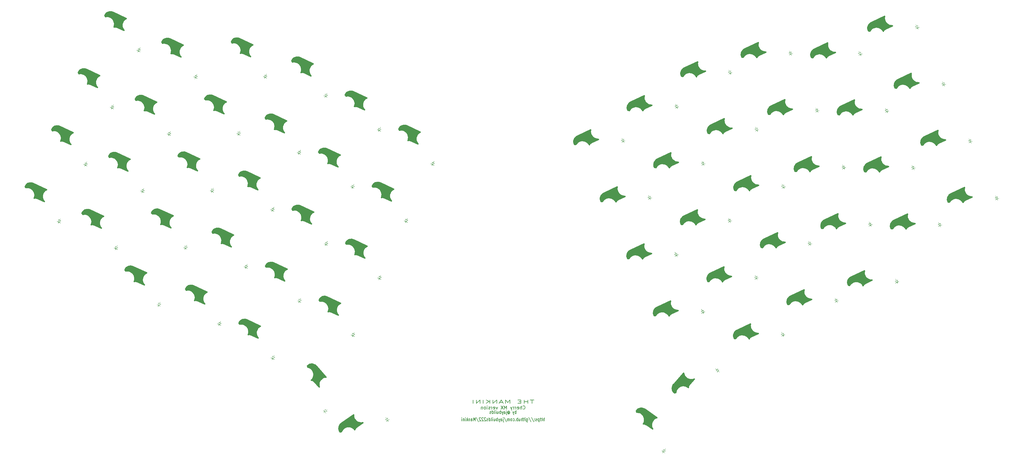
<source format=gbr>
%TF.GenerationSoftware,KiCad,Pcbnew,8.0.7*%
%TF.CreationDate,2024-12-25T21:28:18-05:00*%
%TF.ProjectId,mx,6d782e6b-6963-4616-945f-706362585858,v1.0.0*%
%TF.SameCoordinates,Original*%
%TF.FileFunction,Legend,Bot*%
%TF.FilePolarity,Positive*%
%FSLAX46Y46*%
G04 Gerber Fmt 4.6, Leading zero omitted, Abs format (unit mm)*
G04 Created by KiCad (PCBNEW 8.0.7) date 2024-12-25 21:28:18*
%MOMM*%
%LPD*%
G01*
G04 APERTURE LIST*
%ADD10C,0.150000*%
%ADD11C,0.400000*%
%ADD12C,0.100000*%
G04 APERTURE END LIST*
D10*
X211680050Y-200497466D02*
X211680050Y-199497466D01*
X211680050Y-199878418D02*
X211603860Y-199830799D01*
X211603860Y-199830799D02*
X211451479Y-199830799D01*
X211451479Y-199830799D02*
X211375288Y-199878418D01*
X211375288Y-199878418D02*
X211337193Y-199926037D01*
X211337193Y-199926037D02*
X211299098Y-200021275D01*
X211299098Y-200021275D02*
X211299098Y-200306989D01*
X211299098Y-200306989D02*
X211337193Y-200402227D01*
X211337193Y-200402227D02*
X211375288Y-200449847D01*
X211375288Y-200449847D02*
X211451479Y-200497466D01*
X211451479Y-200497466D02*
X211603860Y-200497466D01*
X211603860Y-200497466D02*
X211680050Y-200449847D01*
X211032431Y-199830799D02*
X210841955Y-200497466D01*
X210651478Y-199830799D02*
X210841955Y-200497466D01*
X210841955Y-200497466D02*
X210918145Y-200735561D01*
X210918145Y-200735561D02*
X210956240Y-200783180D01*
X210956240Y-200783180D02*
X211032431Y-200830799D01*
X209241954Y-200021275D02*
X209280049Y-199973656D01*
X209280049Y-199973656D02*
X209356240Y-199926037D01*
X209356240Y-199926037D02*
X209432430Y-199926037D01*
X209432430Y-199926037D02*
X209508621Y-199973656D01*
X209508621Y-199973656D02*
X209546716Y-200021275D01*
X209546716Y-200021275D02*
X209584811Y-200116513D01*
X209584811Y-200116513D02*
X209584811Y-200211751D01*
X209584811Y-200211751D02*
X209546716Y-200306989D01*
X209546716Y-200306989D02*
X209508621Y-200354608D01*
X209508621Y-200354608D02*
X209432430Y-200402227D01*
X209432430Y-200402227D02*
X209356240Y-200402227D01*
X209356240Y-200402227D02*
X209280049Y-200354608D01*
X209280049Y-200354608D02*
X209241954Y-200306989D01*
X209241954Y-199926037D02*
X209241954Y-200306989D01*
X209241954Y-200306989D02*
X209203859Y-200354608D01*
X209203859Y-200354608D02*
X209165764Y-200354608D01*
X209165764Y-200354608D02*
X209089573Y-200306989D01*
X209089573Y-200306989D02*
X209051478Y-200211751D01*
X209051478Y-200211751D02*
X209051478Y-199973656D01*
X209051478Y-199973656D02*
X209127669Y-199830799D01*
X209127669Y-199830799D02*
X209241954Y-199735561D01*
X209241954Y-199735561D02*
X209394335Y-199687942D01*
X209394335Y-199687942D02*
X209546716Y-199735561D01*
X209546716Y-199735561D02*
X209661002Y-199830799D01*
X209661002Y-199830799D02*
X209737192Y-199973656D01*
X209737192Y-199973656D02*
X209775288Y-200164132D01*
X209775288Y-200164132D02*
X209737192Y-200354608D01*
X209737192Y-200354608D02*
X209661002Y-200497466D01*
X209661002Y-200497466D02*
X209546716Y-200592704D01*
X209546716Y-200592704D02*
X209394335Y-200640323D01*
X209394335Y-200640323D02*
X209241954Y-200592704D01*
X209241954Y-200592704D02*
X209127669Y-200497466D01*
X208708621Y-199830799D02*
X208708621Y-200687942D01*
X208708621Y-200687942D02*
X208746717Y-200783180D01*
X208746717Y-200783180D02*
X208822907Y-200830799D01*
X208822907Y-200830799D02*
X208861002Y-200830799D01*
X208708621Y-199497466D02*
X208746717Y-199545085D01*
X208746717Y-199545085D02*
X208708621Y-199592704D01*
X208708621Y-199592704D02*
X208670526Y-199545085D01*
X208670526Y-199545085D02*
X208708621Y-199497466D01*
X208708621Y-199497466D02*
X208708621Y-199592704D01*
X207984812Y-200497466D02*
X207984812Y-199973656D01*
X207984812Y-199973656D02*
X208022907Y-199878418D01*
X208022907Y-199878418D02*
X208099098Y-199830799D01*
X208099098Y-199830799D02*
X208251479Y-199830799D01*
X208251479Y-199830799D02*
X208327669Y-199878418D01*
X207984812Y-200449847D02*
X208061003Y-200497466D01*
X208061003Y-200497466D02*
X208251479Y-200497466D01*
X208251479Y-200497466D02*
X208327669Y-200449847D01*
X208327669Y-200449847D02*
X208365765Y-200354608D01*
X208365765Y-200354608D02*
X208365765Y-200259370D01*
X208365765Y-200259370D02*
X208327669Y-200164132D01*
X208327669Y-200164132D02*
X208251479Y-200116513D01*
X208251479Y-200116513D02*
X208061003Y-200116513D01*
X208061003Y-200116513D02*
X207984812Y-200068894D01*
X207680050Y-199830799D02*
X207489574Y-200497466D01*
X207299097Y-199830799D02*
X207489574Y-200497466D01*
X207489574Y-200497466D02*
X207565764Y-200735561D01*
X207565764Y-200735561D02*
X207603859Y-200783180D01*
X207603859Y-200783180D02*
X207680050Y-200830799D01*
X206994335Y-200497466D02*
X206994335Y-199497466D01*
X206994335Y-199878418D02*
X206918145Y-199830799D01*
X206918145Y-199830799D02*
X206765764Y-199830799D01*
X206765764Y-199830799D02*
X206689573Y-199878418D01*
X206689573Y-199878418D02*
X206651478Y-199926037D01*
X206651478Y-199926037D02*
X206613383Y-200021275D01*
X206613383Y-200021275D02*
X206613383Y-200306989D01*
X206613383Y-200306989D02*
X206651478Y-200402227D01*
X206651478Y-200402227D02*
X206689573Y-200449847D01*
X206689573Y-200449847D02*
X206765764Y-200497466D01*
X206765764Y-200497466D02*
X206918145Y-200497466D01*
X206918145Y-200497466D02*
X206994335Y-200449847D01*
X205927668Y-199830799D02*
X205927668Y-200497466D01*
X206270525Y-199830799D02*
X206270525Y-200354608D01*
X206270525Y-200354608D02*
X206232430Y-200449847D01*
X206232430Y-200449847D02*
X206156240Y-200497466D01*
X206156240Y-200497466D02*
X206041954Y-200497466D01*
X206041954Y-200497466D02*
X205965763Y-200449847D01*
X205965763Y-200449847D02*
X205927668Y-200402227D01*
X205546715Y-200497466D02*
X205546715Y-199830799D01*
X205546715Y-199497466D02*
X205584811Y-199545085D01*
X205584811Y-199545085D02*
X205546715Y-199592704D01*
X205546715Y-199592704D02*
X205508620Y-199545085D01*
X205508620Y-199545085D02*
X205546715Y-199497466D01*
X205546715Y-199497466D02*
X205546715Y-199592704D01*
X205051478Y-200497466D02*
X205127668Y-200449847D01*
X205127668Y-200449847D02*
X205165763Y-200354608D01*
X205165763Y-200354608D02*
X205165763Y-199497466D01*
X204403858Y-200497466D02*
X204403858Y-199497466D01*
X204403858Y-200449847D02*
X204480049Y-200497466D01*
X204480049Y-200497466D02*
X204632430Y-200497466D01*
X204632430Y-200497466D02*
X204708620Y-200449847D01*
X204708620Y-200449847D02*
X204746715Y-200402227D01*
X204746715Y-200402227D02*
X204784811Y-200306989D01*
X204784811Y-200306989D02*
X204784811Y-200021275D01*
X204784811Y-200021275D02*
X204746715Y-199926037D01*
X204746715Y-199926037D02*
X204708620Y-199878418D01*
X204708620Y-199878418D02*
X204632430Y-199830799D01*
X204632430Y-199830799D02*
X204480049Y-199830799D01*
X204480049Y-199830799D02*
X204403858Y-199878418D01*
X204061001Y-200449847D02*
X203984810Y-200497466D01*
X203984810Y-200497466D02*
X203832429Y-200497466D01*
X203832429Y-200497466D02*
X203756239Y-200449847D01*
X203756239Y-200449847D02*
X203718143Y-200354608D01*
X203718143Y-200354608D02*
X203718143Y-200306989D01*
X203718143Y-200306989D02*
X203756239Y-200211751D01*
X203756239Y-200211751D02*
X203832429Y-200164132D01*
X203832429Y-200164132D02*
X203946715Y-200164132D01*
X203946715Y-200164132D02*
X204022905Y-200116513D01*
X204022905Y-200116513D02*
X204061001Y-200021275D01*
X204061001Y-200021275D02*
X204061001Y-199973656D01*
X204061001Y-199973656D02*
X204022905Y-199878418D01*
X204022905Y-199878418D02*
X203946715Y-199830799D01*
X203946715Y-199830799D02*
X203832429Y-199830799D01*
X203832429Y-199830799D02*
X203756239Y-199878418D01*
X213765765Y-199040494D02*
X213813384Y-199088114D01*
X213813384Y-199088114D02*
X213956241Y-199135733D01*
X213956241Y-199135733D02*
X214051479Y-199135733D01*
X214051479Y-199135733D02*
X214194336Y-199088114D01*
X214194336Y-199088114D02*
X214289574Y-198992875D01*
X214289574Y-198992875D02*
X214337193Y-198897637D01*
X214337193Y-198897637D02*
X214384812Y-198707161D01*
X214384812Y-198707161D02*
X214384812Y-198564304D01*
X214384812Y-198564304D02*
X214337193Y-198373828D01*
X214337193Y-198373828D02*
X214289574Y-198278590D01*
X214289574Y-198278590D02*
X214194336Y-198183352D01*
X214194336Y-198183352D02*
X214051479Y-198135733D01*
X214051479Y-198135733D02*
X213956241Y-198135733D01*
X213956241Y-198135733D02*
X213813384Y-198183352D01*
X213813384Y-198183352D02*
X213765765Y-198230971D01*
X213337193Y-199135733D02*
X213337193Y-198135733D01*
X212908622Y-199135733D02*
X212908622Y-198611923D01*
X212908622Y-198611923D02*
X212956241Y-198516685D01*
X212956241Y-198516685D02*
X213051479Y-198469066D01*
X213051479Y-198469066D02*
X213194336Y-198469066D01*
X213194336Y-198469066D02*
X213289574Y-198516685D01*
X213289574Y-198516685D02*
X213337193Y-198564304D01*
X212051479Y-199088114D02*
X212146717Y-199135733D01*
X212146717Y-199135733D02*
X212337193Y-199135733D01*
X212337193Y-199135733D02*
X212432431Y-199088114D01*
X212432431Y-199088114D02*
X212480050Y-198992875D01*
X212480050Y-198992875D02*
X212480050Y-198611923D01*
X212480050Y-198611923D02*
X212432431Y-198516685D01*
X212432431Y-198516685D02*
X212337193Y-198469066D01*
X212337193Y-198469066D02*
X212146717Y-198469066D01*
X212146717Y-198469066D02*
X212051479Y-198516685D01*
X212051479Y-198516685D02*
X212003860Y-198611923D01*
X212003860Y-198611923D02*
X212003860Y-198707161D01*
X212003860Y-198707161D02*
X212480050Y-198802399D01*
X211575288Y-199135733D02*
X211575288Y-198469066D01*
X211575288Y-198659542D02*
X211527669Y-198564304D01*
X211527669Y-198564304D02*
X211480050Y-198516685D01*
X211480050Y-198516685D02*
X211384812Y-198469066D01*
X211384812Y-198469066D02*
X211289574Y-198469066D01*
X210956240Y-199135733D02*
X210956240Y-198469066D01*
X210956240Y-198659542D02*
X210908621Y-198564304D01*
X210908621Y-198564304D02*
X210861002Y-198516685D01*
X210861002Y-198516685D02*
X210765764Y-198469066D01*
X210765764Y-198469066D02*
X210670526Y-198469066D01*
X210432430Y-198469066D02*
X210194335Y-199135733D01*
X209956240Y-198469066D02*
X210194335Y-199135733D01*
X210194335Y-199135733D02*
X210289573Y-199373828D01*
X210289573Y-199373828D02*
X210337192Y-199421447D01*
X210337192Y-199421447D02*
X210432430Y-199469066D01*
X208813382Y-199135733D02*
X208813382Y-198135733D01*
X208813382Y-198135733D02*
X208480049Y-198850018D01*
X208480049Y-198850018D02*
X208146716Y-198135733D01*
X208146716Y-198135733D02*
X208146716Y-199135733D01*
X207765763Y-198135733D02*
X207099097Y-199135733D01*
X207099097Y-198135733D02*
X207765763Y-199135733D01*
X206051477Y-198469066D02*
X205813382Y-199135733D01*
X205813382Y-199135733D02*
X205575287Y-198469066D01*
X204813382Y-199088114D02*
X204908620Y-199135733D01*
X204908620Y-199135733D02*
X205099096Y-199135733D01*
X205099096Y-199135733D02*
X205194334Y-199088114D01*
X205194334Y-199088114D02*
X205241953Y-198992875D01*
X205241953Y-198992875D02*
X205241953Y-198611923D01*
X205241953Y-198611923D02*
X205194334Y-198516685D01*
X205194334Y-198516685D02*
X205099096Y-198469066D01*
X205099096Y-198469066D02*
X204908620Y-198469066D01*
X204908620Y-198469066D02*
X204813382Y-198516685D01*
X204813382Y-198516685D02*
X204765763Y-198611923D01*
X204765763Y-198611923D02*
X204765763Y-198707161D01*
X204765763Y-198707161D02*
X205241953Y-198802399D01*
X204337191Y-199135733D02*
X204337191Y-198469066D01*
X204337191Y-198659542D02*
X204289572Y-198564304D01*
X204289572Y-198564304D02*
X204241953Y-198516685D01*
X204241953Y-198516685D02*
X204146715Y-198469066D01*
X204146715Y-198469066D02*
X204051477Y-198469066D01*
X203765762Y-199088114D02*
X203670524Y-199135733D01*
X203670524Y-199135733D02*
X203480048Y-199135733D01*
X203480048Y-199135733D02*
X203384810Y-199088114D01*
X203384810Y-199088114D02*
X203337191Y-198992875D01*
X203337191Y-198992875D02*
X203337191Y-198945256D01*
X203337191Y-198945256D02*
X203384810Y-198850018D01*
X203384810Y-198850018D02*
X203480048Y-198802399D01*
X203480048Y-198802399D02*
X203622905Y-198802399D01*
X203622905Y-198802399D02*
X203718143Y-198754780D01*
X203718143Y-198754780D02*
X203765762Y-198659542D01*
X203765762Y-198659542D02*
X203765762Y-198611923D01*
X203765762Y-198611923D02*
X203718143Y-198516685D01*
X203718143Y-198516685D02*
X203622905Y-198469066D01*
X203622905Y-198469066D02*
X203480048Y-198469066D01*
X203480048Y-198469066D02*
X203384810Y-198516685D01*
X202908619Y-199135733D02*
X202908619Y-198469066D01*
X202908619Y-198135733D02*
X202956238Y-198183352D01*
X202956238Y-198183352D02*
X202908619Y-198230971D01*
X202908619Y-198230971D02*
X202861000Y-198183352D01*
X202861000Y-198183352D02*
X202908619Y-198135733D01*
X202908619Y-198135733D02*
X202908619Y-198230971D01*
X202289572Y-199135733D02*
X202384810Y-199088114D01*
X202384810Y-199088114D02*
X202432429Y-199040494D01*
X202432429Y-199040494D02*
X202480048Y-198945256D01*
X202480048Y-198945256D02*
X202480048Y-198659542D01*
X202480048Y-198659542D02*
X202432429Y-198564304D01*
X202432429Y-198564304D02*
X202384810Y-198516685D01*
X202384810Y-198516685D02*
X202289572Y-198469066D01*
X202289572Y-198469066D02*
X202146715Y-198469066D01*
X202146715Y-198469066D02*
X202051477Y-198516685D01*
X202051477Y-198516685D02*
X202003858Y-198564304D01*
X202003858Y-198564304D02*
X201956239Y-198659542D01*
X201956239Y-198659542D02*
X201956239Y-198945256D01*
X201956239Y-198945256D02*
X202003858Y-199040494D01*
X202003858Y-199040494D02*
X202051477Y-199088114D01*
X202051477Y-199088114D02*
X202146715Y-199135733D01*
X202146715Y-199135733D02*
X202289572Y-199135733D01*
X201527667Y-198469066D02*
X201527667Y-199135733D01*
X201527667Y-198564304D02*
X201480048Y-198516685D01*
X201480048Y-198516685D02*
X201384810Y-198469066D01*
X201384810Y-198469066D02*
X201241953Y-198469066D01*
X201241953Y-198469066D02*
X201146715Y-198516685D01*
X201146715Y-198516685D02*
X201099096Y-198611923D01*
X201099096Y-198611923D02*
X201099096Y-199135733D01*
X220251480Y-202700375D02*
X220251480Y-201700375D01*
X219908623Y-202700375D02*
X219908623Y-202176565D01*
X219908623Y-202176565D02*
X219946718Y-202081327D01*
X219946718Y-202081327D02*
X220022909Y-202033708D01*
X220022909Y-202033708D02*
X220137195Y-202033708D01*
X220137195Y-202033708D02*
X220213385Y-202081327D01*
X220213385Y-202081327D02*
X220251480Y-202128946D01*
X219641956Y-202033708D02*
X219337194Y-202033708D01*
X219527670Y-201700375D02*
X219527670Y-202557517D01*
X219527670Y-202557517D02*
X219489575Y-202652756D01*
X219489575Y-202652756D02*
X219413385Y-202700375D01*
X219413385Y-202700375D02*
X219337194Y-202700375D01*
X219184813Y-202033708D02*
X218880051Y-202033708D01*
X219070527Y-201700375D02*
X219070527Y-202557517D01*
X219070527Y-202557517D02*
X219032432Y-202652756D01*
X219032432Y-202652756D02*
X218956242Y-202700375D01*
X218956242Y-202700375D02*
X218880051Y-202700375D01*
X218613384Y-202033708D02*
X218613384Y-203033708D01*
X218613384Y-202081327D02*
X218537194Y-202033708D01*
X218537194Y-202033708D02*
X218384813Y-202033708D01*
X218384813Y-202033708D02*
X218308622Y-202081327D01*
X218308622Y-202081327D02*
X218270527Y-202128946D01*
X218270527Y-202128946D02*
X218232432Y-202224184D01*
X218232432Y-202224184D02*
X218232432Y-202509898D01*
X218232432Y-202509898D02*
X218270527Y-202605136D01*
X218270527Y-202605136D02*
X218308622Y-202652756D01*
X218308622Y-202652756D02*
X218384813Y-202700375D01*
X218384813Y-202700375D02*
X218537194Y-202700375D01*
X218537194Y-202700375D02*
X218613384Y-202652756D01*
X217927670Y-202652756D02*
X217851479Y-202700375D01*
X217851479Y-202700375D02*
X217699098Y-202700375D01*
X217699098Y-202700375D02*
X217622908Y-202652756D01*
X217622908Y-202652756D02*
X217584812Y-202557517D01*
X217584812Y-202557517D02*
X217584812Y-202509898D01*
X217584812Y-202509898D02*
X217622908Y-202414660D01*
X217622908Y-202414660D02*
X217699098Y-202367041D01*
X217699098Y-202367041D02*
X217813384Y-202367041D01*
X217813384Y-202367041D02*
X217889574Y-202319422D01*
X217889574Y-202319422D02*
X217927670Y-202224184D01*
X217927670Y-202224184D02*
X217927670Y-202176565D01*
X217927670Y-202176565D02*
X217889574Y-202081327D01*
X217889574Y-202081327D02*
X217813384Y-202033708D01*
X217813384Y-202033708D02*
X217699098Y-202033708D01*
X217699098Y-202033708D02*
X217622908Y-202081327D01*
X217241955Y-202605136D02*
X217203860Y-202652756D01*
X217203860Y-202652756D02*
X217241955Y-202700375D01*
X217241955Y-202700375D02*
X217280051Y-202652756D01*
X217280051Y-202652756D02*
X217241955Y-202605136D01*
X217241955Y-202605136D02*
X217241955Y-202700375D01*
X217241955Y-202081327D02*
X217203860Y-202128946D01*
X217203860Y-202128946D02*
X217241955Y-202176565D01*
X217241955Y-202176565D02*
X217280051Y-202128946D01*
X217280051Y-202128946D02*
X217241955Y-202081327D01*
X217241955Y-202081327D02*
X217241955Y-202176565D01*
X216289575Y-201652756D02*
X216975289Y-202938470D01*
X215451480Y-201652756D02*
X216137194Y-202938470D01*
X214841956Y-202033708D02*
X214841956Y-202843232D01*
X214841956Y-202843232D02*
X214880051Y-202938470D01*
X214880051Y-202938470D02*
X214918147Y-202986089D01*
X214918147Y-202986089D02*
X214994337Y-203033708D01*
X214994337Y-203033708D02*
X215108623Y-203033708D01*
X215108623Y-203033708D02*
X215184813Y-202986089D01*
X214841956Y-202652756D02*
X214918147Y-202700375D01*
X214918147Y-202700375D02*
X215070528Y-202700375D01*
X215070528Y-202700375D02*
X215146718Y-202652756D01*
X215146718Y-202652756D02*
X215184813Y-202605136D01*
X215184813Y-202605136D02*
X215222909Y-202509898D01*
X215222909Y-202509898D02*
X215222909Y-202224184D01*
X215222909Y-202224184D02*
X215184813Y-202128946D01*
X215184813Y-202128946D02*
X215146718Y-202081327D01*
X215146718Y-202081327D02*
X215070528Y-202033708D01*
X215070528Y-202033708D02*
X214918147Y-202033708D01*
X214918147Y-202033708D02*
X214841956Y-202081327D01*
X214461003Y-202700375D02*
X214461003Y-202033708D01*
X214461003Y-201700375D02*
X214499099Y-201747994D01*
X214499099Y-201747994D02*
X214461003Y-201795613D01*
X214461003Y-201795613D02*
X214422908Y-201747994D01*
X214422908Y-201747994D02*
X214461003Y-201700375D01*
X214461003Y-201700375D02*
X214461003Y-201795613D01*
X214194337Y-202033708D02*
X213889575Y-202033708D01*
X214080051Y-201700375D02*
X214080051Y-202557517D01*
X214080051Y-202557517D02*
X214041956Y-202652756D01*
X214041956Y-202652756D02*
X213965766Y-202700375D01*
X213965766Y-202700375D02*
X213889575Y-202700375D01*
X213622908Y-202700375D02*
X213622908Y-201700375D01*
X213280051Y-202700375D02*
X213280051Y-202176565D01*
X213280051Y-202176565D02*
X213318146Y-202081327D01*
X213318146Y-202081327D02*
X213394337Y-202033708D01*
X213394337Y-202033708D02*
X213508623Y-202033708D01*
X213508623Y-202033708D02*
X213584813Y-202081327D01*
X213584813Y-202081327D02*
X213622908Y-202128946D01*
X212556241Y-202033708D02*
X212556241Y-202700375D01*
X212899098Y-202033708D02*
X212899098Y-202557517D01*
X212899098Y-202557517D02*
X212861003Y-202652756D01*
X212861003Y-202652756D02*
X212784813Y-202700375D01*
X212784813Y-202700375D02*
X212670527Y-202700375D01*
X212670527Y-202700375D02*
X212594336Y-202652756D01*
X212594336Y-202652756D02*
X212556241Y-202605136D01*
X212175288Y-202700375D02*
X212175288Y-201700375D01*
X212175288Y-202081327D02*
X212099098Y-202033708D01*
X212099098Y-202033708D02*
X211946717Y-202033708D01*
X211946717Y-202033708D02*
X211870526Y-202081327D01*
X211870526Y-202081327D02*
X211832431Y-202128946D01*
X211832431Y-202128946D02*
X211794336Y-202224184D01*
X211794336Y-202224184D02*
X211794336Y-202509898D01*
X211794336Y-202509898D02*
X211832431Y-202605136D01*
X211832431Y-202605136D02*
X211870526Y-202652756D01*
X211870526Y-202652756D02*
X211946717Y-202700375D01*
X211946717Y-202700375D02*
X212099098Y-202700375D01*
X212099098Y-202700375D02*
X212175288Y-202652756D01*
X211451478Y-202605136D02*
X211413383Y-202652756D01*
X211413383Y-202652756D02*
X211451478Y-202700375D01*
X211451478Y-202700375D02*
X211489574Y-202652756D01*
X211489574Y-202652756D02*
X211451478Y-202605136D01*
X211451478Y-202605136D02*
X211451478Y-202700375D01*
X210727669Y-202652756D02*
X210803860Y-202700375D01*
X210803860Y-202700375D02*
X210956241Y-202700375D01*
X210956241Y-202700375D02*
X211032431Y-202652756D01*
X211032431Y-202652756D02*
X211070526Y-202605136D01*
X211070526Y-202605136D02*
X211108622Y-202509898D01*
X211108622Y-202509898D02*
X211108622Y-202224184D01*
X211108622Y-202224184D02*
X211070526Y-202128946D01*
X211070526Y-202128946D02*
X211032431Y-202081327D01*
X211032431Y-202081327D02*
X210956241Y-202033708D01*
X210956241Y-202033708D02*
X210803860Y-202033708D01*
X210803860Y-202033708D02*
X210727669Y-202081327D01*
X210270527Y-202700375D02*
X210346717Y-202652756D01*
X210346717Y-202652756D02*
X210384812Y-202605136D01*
X210384812Y-202605136D02*
X210422908Y-202509898D01*
X210422908Y-202509898D02*
X210422908Y-202224184D01*
X210422908Y-202224184D02*
X210384812Y-202128946D01*
X210384812Y-202128946D02*
X210346717Y-202081327D01*
X210346717Y-202081327D02*
X210270527Y-202033708D01*
X210270527Y-202033708D02*
X210156241Y-202033708D01*
X210156241Y-202033708D02*
X210080050Y-202081327D01*
X210080050Y-202081327D02*
X210041955Y-202128946D01*
X210041955Y-202128946D02*
X210003860Y-202224184D01*
X210003860Y-202224184D02*
X210003860Y-202509898D01*
X210003860Y-202509898D02*
X210041955Y-202605136D01*
X210041955Y-202605136D02*
X210080050Y-202652756D01*
X210080050Y-202652756D02*
X210156241Y-202700375D01*
X210156241Y-202700375D02*
X210270527Y-202700375D01*
X209661002Y-202700375D02*
X209661002Y-202033708D01*
X209661002Y-202128946D02*
X209622907Y-202081327D01*
X209622907Y-202081327D02*
X209546717Y-202033708D01*
X209546717Y-202033708D02*
X209432431Y-202033708D01*
X209432431Y-202033708D02*
X209356240Y-202081327D01*
X209356240Y-202081327D02*
X209318145Y-202176565D01*
X209318145Y-202176565D02*
X209318145Y-202700375D01*
X209318145Y-202176565D02*
X209280050Y-202081327D01*
X209280050Y-202081327D02*
X209203859Y-202033708D01*
X209203859Y-202033708D02*
X209089574Y-202033708D01*
X209089574Y-202033708D02*
X209013383Y-202081327D01*
X209013383Y-202081327D02*
X208975288Y-202176565D01*
X208975288Y-202176565D02*
X208975288Y-202700375D01*
X208022907Y-201652756D02*
X208708621Y-202938470D01*
X207756240Y-202033708D02*
X207756240Y-202890851D01*
X207756240Y-202890851D02*
X207794336Y-202986089D01*
X207794336Y-202986089D02*
X207870526Y-203033708D01*
X207870526Y-203033708D02*
X207908621Y-203033708D01*
X207756240Y-201700375D02*
X207794336Y-201747994D01*
X207794336Y-201747994D02*
X207756240Y-201795613D01*
X207756240Y-201795613D02*
X207718145Y-201747994D01*
X207718145Y-201747994D02*
X207756240Y-201700375D01*
X207756240Y-201700375D02*
X207756240Y-201795613D01*
X207032431Y-202700375D02*
X207032431Y-202176565D01*
X207032431Y-202176565D02*
X207070526Y-202081327D01*
X207070526Y-202081327D02*
X207146717Y-202033708D01*
X207146717Y-202033708D02*
X207299098Y-202033708D01*
X207299098Y-202033708D02*
X207375288Y-202081327D01*
X207032431Y-202652756D02*
X207108622Y-202700375D01*
X207108622Y-202700375D02*
X207299098Y-202700375D01*
X207299098Y-202700375D02*
X207375288Y-202652756D01*
X207375288Y-202652756D02*
X207413384Y-202557517D01*
X207413384Y-202557517D02*
X207413384Y-202462279D01*
X207413384Y-202462279D02*
X207375288Y-202367041D01*
X207375288Y-202367041D02*
X207299098Y-202319422D01*
X207299098Y-202319422D02*
X207108622Y-202319422D01*
X207108622Y-202319422D02*
X207032431Y-202271803D01*
X206727669Y-202033708D02*
X206537193Y-202700375D01*
X206346716Y-202033708D02*
X206537193Y-202700375D01*
X206537193Y-202700375D02*
X206613383Y-202938470D01*
X206613383Y-202938470D02*
X206651478Y-202986089D01*
X206651478Y-202986089D02*
X206727669Y-203033708D01*
X206041954Y-202700375D02*
X206041954Y-201700375D01*
X206041954Y-202081327D02*
X205965764Y-202033708D01*
X205965764Y-202033708D02*
X205813383Y-202033708D01*
X205813383Y-202033708D02*
X205737192Y-202081327D01*
X205737192Y-202081327D02*
X205699097Y-202128946D01*
X205699097Y-202128946D02*
X205661002Y-202224184D01*
X205661002Y-202224184D02*
X205661002Y-202509898D01*
X205661002Y-202509898D02*
X205699097Y-202605136D01*
X205699097Y-202605136D02*
X205737192Y-202652756D01*
X205737192Y-202652756D02*
X205813383Y-202700375D01*
X205813383Y-202700375D02*
X205965764Y-202700375D01*
X205965764Y-202700375D02*
X206041954Y-202652756D01*
X204975287Y-202033708D02*
X204975287Y-202700375D01*
X205318144Y-202033708D02*
X205318144Y-202557517D01*
X205318144Y-202557517D02*
X205280049Y-202652756D01*
X205280049Y-202652756D02*
X205203859Y-202700375D01*
X205203859Y-202700375D02*
X205089573Y-202700375D01*
X205089573Y-202700375D02*
X205013382Y-202652756D01*
X205013382Y-202652756D02*
X204975287Y-202605136D01*
X204594334Y-202700375D02*
X204594334Y-202033708D01*
X204594334Y-201700375D02*
X204632430Y-201747994D01*
X204632430Y-201747994D02*
X204594334Y-201795613D01*
X204594334Y-201795613D02*
X204556239Y-201747994D01*
X204556239Y-201747994D02*
X204594334Y-201700375D01*
X204594334Y-201700375D02*
X204594334Y-201795613D01*
X204099097Y-202700375D02*
X204175287Y-202652756D01*
X204175287Y-202652756D02*
X204213382Y-202557517D01*
X204213382Y-202557517D02*
X204213382Y-201700375D01*
X203451477Y-202700375D02*
X203451477Y-201700375D01*
X203451477Y-202652756D02*
X203527668Y-202700375D01*
X203527668Y-202700375D02*
X203680049Y-202700375D01*
X203680049Y-202700375D02*
X203756239Y-202652756D01*
X203756239Y-202652756D02*
X203794334Y-202605136D01*
X203794334Y-202605136D02*
X203832430Y-202509898D01*
X203832430Y-202509898D02*
X203832430Y-202224184D01*
X203832430Y-202224184D02*
X203794334Y-202128946D01*
X203794334Y-202128946D02*
X203756239Y-202081327D01*
X203756239Y-202081327D02*
X203680049Y-202033708D01*
X203680049Y-202033708D02*
X203527668Y-202033708D01*
X203527668Y-202033708D02*
X203451477Y-202081327D01*
X203108620Y-202652756D02*
X203032429Y-202700375D01*
X203032429Y-202700375D02*
X202880048Y-202700375D01*
X202880048Y-202700375D02*
X202803858Y-202652756D01*
X202803858Y-202652756D02*
X202765762Y-202557517D01*
X202765762Y-202557517D02*
X202765762Y-202509898D01*
X202765762Y-202509898D02*
X202803858Y-202414660D01*
X202803858Y-202414660D02*
X202880048Y-202367041D01*
X202880048Y-202367041D02*
X202994334Y-202367041D01*
X202994334Y-202367041D02*
X203070524Y-202319422D01*
X203070524Y-202319422D02*
X203108620Y-202224184D01*
X203108620Y-202224184D02*
X203108620Y-202176565D01*
X203108620Y-202176565D02*
X203070524Y-202081327D01*
X203070524Y-202081327D02*
X202994334Y-202033708D01*
X202994334Y-202033708D02*
X202880048Y-202033708D01*
X202880048Y-202033708D02*
X202803858Y-202081327D01*
X202461001Y-201795613D02*
X202422905Y-201747994D01*
X202422905Y-201747994D02*
X202346715Y-201700375D01*
X202346715Y-201700375D02*
X202156239Y-201700375D01*
X202156239Y-201700375D02*
X202080048Y-201747994D01*
X202080048Y-201747994D02*
X202041953Y-201795613D01*
X202041953Y-201795613D02*
X202003858Y-201890851D01*
X202003858Y-201890851D02*
X202003858Y-201986089D01*
X202003858Y-201986089D02*
X202041953Y-202128946D01*
X202041953Y-202128946D02*
X202499096Y-202700375D01*
X202499096Y-202700375D02*
X202003858Y-202700375D01*
X201699096Y-201795613D02*
X201661000Y-201747994D01*
X201661000Y-201747994D02*
X201584810Y-201700375D01*
X201584810Y-201700375D02*
X201394334Y-201700375D01*
X201394334Y-201700375D02*
X201318143Y-201747994D01*
X201318143Y-201747994D02*
X201280048Y-201795613D01*
X201280048Y-201795613D02*
X201241953Y-201890851D01*
X201241953Y-201890851D02*
X201241953Y-201986089D01*
X201241953Y-201986089D02*
X201280048Y-202128946D01*
X201280048Y-202128946D02*
X201737191Y-202700375D01*
X201737191Y-202700375D02*
X201241953Y-202700375D01*
X200937191Y-201795613D02*
X200899095Y-201747994D01*
X200899095Y-201747994D02*
X200822905Y-201700375D01*
X200822905Y-201700375D02*
X200632429Y-201700375D01*
X200632429Y-201700375D02*
X200556238Y-201747994D01*
X200556238Y-201747994D02*
X200518143Y-201795613D01*
X200518143Y-201795613D02*
X200480048Y-201890851D01*
X200480048Y-201890851D02*
X200480048Y-201986089D01*
X200480048Y-201986089D02*
X200518143Y-202128946D01*
X200518143Y-202128946D02*
X200975286Y-202700375D01*
X200975286Y-202700375D02*
X200480048Y-202700375D01*
X199565762Y-201652756D02*
X200251476Y-202938470D01*
X199299095Y-202700375D02*
X199299095Y-201700375D01*
X199299095Y-201700375D02*
X199032429Y-202414660D01*
X199032429Y-202414660D02*
X198765762Y-201700375D01*
X198765762Y-201700375D02*
X198765762Y-202700375D01*
X198041952Y-202700375D02*
X198041952Y-202176565D01*
X198041952Y-202176565D02*
X198080047Y-202081327D01*
X198080047Y-202081327D02*
X198156238Y-202033708D01*
X198156238Y-202033708D02*
X198308619Y-202033708D01*
X198308619Y-202033708D02*
X198384809Y-202081327D01*
X198041952Y-202652756D02*
X198118143Y-202700375D01*
X198118143Y-202700375D02*
X198308619Y-202700375D01*
X198308619Y-202700375D02*
X198384809Y-202652756D01*
X198384809Y-202652756D02*
X198422905Y-202557517D01*
X198422905Y-202557517D02*
X198422905Y-202462279D01*
X198422905Y-202462279D02*
X198384809Y-202367041D01*
X198384809Y-202367041D02*
X198308619Y-202319422D01*
X198308619Y-202319422D02*
X198118143Y-202319422D01*
X198118143Y-202319422D02*
X198041952Y-202271803D01*
X197660999Y-202033708D02*
X197660999Y-202700375D01*
X197660999Y-202128946D02*
X197622904Y-202081327D01*
X197622904Y-202081327D02*
X197546714Y-202033708D01*
X197546714Y-202033708D02*
X197432428Y-202033708D01*
X197432428Y-202033708D02*
X197356237Y-202081327D01*
X197356237Y-202081327D02*
X197318142Y-202176565D01*
X197318142Y-202176565D02*
X197318142Y-202700375D01*
X196937189Y-202700375D02*
X196937189Y-201700375D01*
X196860999Y-202319422D02*
X196632427Y-202700375D01*
X196632427Y-202033708D02*
X196937189Y-202414660D01*
X196289570Y-202700375D02*
X196289570Y-202033708D01*
X196289570Y-201700375D02*
X196327666Y-201747994D01*
X196327666Y-201747994D02*
X196289570Y-201795613D01*
X196289570Y-201795613D02*
X196251475Y-201747994D01*
X196251475Y-201747994D02*
X196289570Y-201700375D01*
X196289570Y-201700375D02*
X196289570Y-201795613D01*
X195908618Y-202033708D02*
X195908618Y-202700375D01*
X195908618Y-202128946D02*
X195870523Y-202081327D01*
X195870523Y-202081327D02*
X195794333Y-202033708D01*
X195794333Y-202033708D02*
X195680047Y-202033708D01*
X195680047Y-202033708D02*
X195603856Y-202081327D01*
X195603856Y-202081327D02*
X195565761Y-202176565D01*
X195565761Y-202176565D02*
X195565761Y-202700375D01*
X195184808Y-202700375D02*
X195184808Y-202033708D01*
X195184808Y-201700375D02*
X195222904Y-201747994D01*
X195222904Y-201747994D02*
X195184808Y-201795613D01*
X195184808Y-201795613D02*
X195146713Y-201747994D01*
X195146713Y-201747994D02*
X195184808Y-201700375D01*
X195184808Y-201700375D02*
X195184808Y-201795613D01*
X217051478Y-196386333D02*
X215908621Y-196386333D01*
X216480050Y-197386333D02*
X216480050Y-196386333D01*
X215241954Y-197386333D02*
X215241954Y-196386333D01*
X215241954Y-196862523D02*
X214099097Y-196862523D01*
X214099097Y-197386333D02*
X214099097Y-196386333D01*
X213146716Y-196862523D02*
X212480049Y-196862523D01*
X212194335Y-197386333D02*
X213146716Y-197386333D01*
X213146716Y-197386333D02*
X213146716Y-196386333D01*
X213146716Y-196386333D02*
X212194335Y-196386333D01*
X209813382Y-197386333D02*
X209813382Y-196386333D01*
X209813382Y-196386333D02*
X209146715Y-197100618D01*
X209146715Y-197100618D02*
X208480049Y-196386333D01*
X208480049Y-196386333D02*
X208480049Y-197386333D01*
X207622906Y-197100618D02*
X206670525Y-197100618D01*
X207813382Y-197386333D02*
X207146716Y-196386333D01*
X207146716Y-196386333D02*
X206480049Y-197386333D01*
X205813382Y-197386333D02*
X205813382Y-196386333D01*
X205813382Y-196386333D02*
X204670525Y-197386333D01*
X204670525Y-197386333D02*
X204670525Y-196386333D01*
X203718144Y-197386333D02*
X203718144Y-196386333D01*
X202575287Y-197386333D02*
X203432430Y-196814904D01*
X202575287Y-196386333D02*
X203718144Y-196957761D01*
X201718144Y-197386333D02*
X201718144Y-196386333D01*
X200765763Y-197386333D02*
X200765763Y-196386333D01*
X200765763Y-196386333D02*
X199622906Y-197386333D01*
X199622906Y-197386333D02*
X199622906Y-196386333D01*
X198670525Y-197386333D02*
X198670525Y-196386333D01*
D11*
%TO.C,S19*%
X129741040Y-171980875D02*
X130034062Y-172062346D01*
X130215325Y-172146869D01*
X134157764Y-173985258D01*
X133695693Y-174266313D01*
X133390699Y-174565442D01*
X133239730Y-174770889D01*
X133091813Y-175088094D01*
X132965029Y-175359989D01*
X132886610Y-175764774D01*
X132874642Y-176145374D01*
X132904932Y-176435345D01*
X133028908Y-176879338D01*
X133170961Y-177166253D01*
X133473146Y-177583008D01*
X131615215Y-176716641D01*
X131140930Y-176550648D01*
X130781459Y-176493362D01*
X130470360Y-176568967D01*
X130615223Y-176139999D01*
X130666400Y-175557006D01*
X130536318Y-174889489D01*
X130370080Y-174536128D01*
X130043712Y-174052927D01*
X129563319Y-173663407D01*
X129110166Y-173452099D01*
X128660063Y-173352552D01*
X128391227Y-173337527D01*
X127877734Y-173373927D01*
X127784050Y-173219903D01*
X127690366Y-173065880D01*
X127859413Y-172703359D01*
X128119091Y-172383094D01*
X128360691Y-172219911D01*
X128581161Y-172102042D01*
X128780500Y-172029489D01*
X129025152Y-171978066D01*
X129203361Y-171950831D01*
X129426887Y-171944721D01*
X129741040Y-171980875D01*
G36*
X129741040Y-171980875D02*
G01*
X130034062Y-172062346D01*
X130215325Y-172146869D01*
X134157764Y-173985258D01*
X133695693Y-174266313D01*
X133390699Y-174565442D01*
X133239730Y-174770889D01*
X133091813Y-175088094D01*
X132965029Y-175359989D01*
X132886610Y-175764774D01*
X132874642Y-176145374D01*
X132904932Y-176435345D01*
X133028908Y-176879338D01*
X133170961Y-177166253D01*
X133473146Y-177583008D01*
X131615215Y-176716641D01*
X131140930Y-176550648D01*
X130781459Y-176493362D01*
X130470360Y-176568967D01*
X130615223Y-176139999D01*
X130666400Y-175557006D01*
X130536318Y-174889489D01*
X130370080Y-174536128D01*
X130043712Y-174052927D01*
X129563319Y-173663407D01*
X129110166Y-173452099D01*
X128660063Y-173352552D01*
X128391227Y-173337527D01*
X127877734Y-173373927D01*
X127784050Y-173219903D01*
X127690366Y-173065880D01*
X127859413Y-172703359D01*
X128119091Y-172383094D01*
X128360691Y-172219911D01*
X128581161Y-172102042D01*
X128780500Y-172029489D01*
X129025152Y-171978066D01*
X129203361Y-171950831D01*
X129426887Y-171944721D01*
X129741040Y-171980875D01*
G37*
D12*
%TO.C,D27*%
X186114562Y-125445336D02*
X186283609Y-125082815D01*
X186174657Y-124369980D02*
X186899704Y-124708075D01*
X186283609Y-125082815D02*
X185785140Y-124850373D01*
X186283609Y-125082815D02*
X186174657Y-124369980D01*
X186283609Y-125082815D02*
X186782078Y-125315253D01*
X186537181Y-124539028D02*
X186748490Y-124085874D01*
X186899704Y-124708075D02*
X186283609Y-125082815D01*
D11*
%TO.C,S27*%
X178153170Y-113236868D02*
X178446192Y-113318339D01*
X178627455Y-113402862D01*
X182569894Y-115241251D01*
X182107823Y-115522306D01*
X181802829Y-115821435D01*
X181651860Y-116026882D01*
X181503943Y-116344087D01*
X181377159Y-116615982D01*
X181298740Y-117020767D01*
X181286772Y-117401367D01*
X181317062Y-117691338D01*
X181441038Y-118135331D01*
X181583091Y-118422246D01*
X181885276Y-118839001D01*
X180027345Y-117972634D01*
X179553060Y-117806641D01*
X179193589Y-117749355D01*
X178882490Y-117824960D01*
X179027353Y-117395992D01*
X179078530Y-116812999D01*
X178948448Y-116145482D01*
X178782210Y-115792121D01*
X178455842Y-115308920D01*
X177975449Y-114919400D01*
X177522296Y-114708092D01*
X177072193Y-114608545D01*
X176803357Y-114593520D01*
X176289864Y-114629920D01*
X176196180Y-114475896D01*
X176102496Y-114321873D01*
X176271543Y-113959352D01*
X176531221Y-113639087D01*
X176772821Y-113475904D01*
X176993291Y-113358035D01*
X177192630Y-113285482D01*
X177437282Y-113234059D01*
X177615491Y-113206824D01*
X177839017Y-113200714D01*
X178153170Y-113236868D01*
G36*
X178153170Y-113236868D02*
G01*
X178446192Y-113318339D01*
X178627455Y-113402862D01*
X182569894Y-115241251D01*
X182107823Y-115522306D01*
X181802829Y-115821435D01*
X181651860Y-116026882D01*
X181503943Y-116344087D01*
X181377159Y-116615982D01*
X181298740Y-117020767D01*
X181286772Y-117401367D01*
X181317062Y-117691338D01*
X181441038Y-118135331D01*
X181583091Y-118422246D01*
X181885276Y-118839001D01*
X180027345Y-117972634D01*
X179553060Y-117806641D01*
X179193589Y-117749355D01*
X178882490Y-117824960D01*
X179027353Y-117395992D01*
X179078530Y-116812999D01*
X178948448Y-116145482D01*
X178782210Y-115792121D01*
X178455842Y-115308920D01*
X177975449Y-114919400D01*
X177522296Y-114708092D01*
X177072193Y-114608545D01*
X176803357Y-114593520D01*
X176289864Y-114629920D01*
X176196180Y-114475896D01*
X176102496Y-114321873D01*
X176271543Y-113959352D01*
X176531221Y-113639087D01*
X176772821Y-113475904D01*
X176993291Y-113358035D01*
X177192630Y-113285482D01*
X177437282Y-113234059D01*
X177615491Y-113206824D01*
X177839017Y-113200714D01*
X178153170Y-113236868D01*
G37*
D12*
%TO.C,D26*%
X178063690Y-142710507D02*
X178232737Y-142347986D01*
X178123785Y-141635151D02*
X178848832Y-141973246D01*
X178232737Y-142347986D02*
X177734268Y-142115544D01*
X178232737Y-142347986D02*
X178123785Y-141635151D01*
X178232737Y-142347986D02*
X178731206Y-142580424D01*
X178486309Y-141804199D02*
X178697618Y-141351045D01*
X178848832Y-141973246D02*
X178232737Y-142347986D01*
D11*
%TO.C,S35*%
X322053570Y-123359765D02*
X322086672Y-123785681D01*
X322147011Y-124033387D01*
X322294927Y-124350596D01*
X322421712Y-124622488D01*
X322681390Y-124942750D01*
X322965252Y-125196564D01*
X323206855Y-125359750D01*
X323626662Y-125550171D01*
X323937763Y-125625778D01*
X324451257Y-125662177D01*
X322593326Y-126528545D01*
X322161302Y-126785170D01*
X321886354Y-127023716D01*
X321744301Y-127310633D01*
X321508809Y-126923924D01*
X321095108Y-126509979D01*
X320500144Y-126180557D01*
X320122597Y-126080764D01*
X319542658Y-126020182D01*
X318935481Y-126137808D01*
X318482329Y-126349116D01*
X318116751Y-126629925D01*
X317932436Y-126826210D01*
X317630250Y-127242966D01*
X317452043Y-127215729D01*
X317273835Y-127188490D01*
X317104787Y-126825969D01*
X317026373Y-126421183D01*
X317056663Y-126131213D01*
X317108086Y-125886556D01*
X317180637Y-125687219D01*
X317298507Y-125466748D01*
X317392194Y-125312724D01*
X317531190Y-125137572D01*
X317760821Y-124920155D01*
X318011585Y-124748055D01*
X318192844Y-124663530D01*
X322135284Y-122825141D01*
X322053570Y-123359765D01*
G36*
X322053570Y-123359765D02*
G01*
X322086672Y-123785681D01*
X322147011Y-124033387D01*
X322294927Y-124350596D01*
X322421712Y-124622488D01*
X322681390Y-124942750D01*
X322965252Y-125196564D01*
X323206855Y-125359750D01*
X323626662Y-125550171D01*
X323937763Y-125625778D01*
X324451257Y-125662177D01*
X322593326Y-126528545D01*
X322161302Y-126785170D01*
X321886354Y-127023716D01*
X321744301Y-127310633D01*
X321508809Y-126923924D01*
X321095108Y-126509979D01*
X320500144Y-126180557D01*
X320122597Y-126080764D01*
X319542658Y-126020182D01*
X318935481Y-126137808D01*
X318482329Y-126349116D01*
X318116751Y-126629925D01*
X317932436Y-126826210D01*
X317630250Y-127242966D01*
X317452043Y-127215729D01*
X317273835Y-127188490D01*
X317104787Y-126825969D01*
X317026373Y-126421183D01*
X317056663Y-126131213D01*
X317108086Y-125886556D01*
X317180637Y-125687219D01*
X317298507Y-125466748D01*
X317392194Y-125312724D01*
X317531190Y-125137572D01*
X317760821Y-124920155D01*
X318011585Y-124748055D01*
X318192844Y-124663530D01*
X322135284Y-122825141D01*
X322053570Y-123359765D01*
G37*
D12*
%TO.C,D54*%
X259637723Y-152244075D02*
X260362771Y-151905980D01*
X260000246Y-152075027D02*
X259788938Y-151621874D01*
X260253817Y-152618814D02*
X259637723Y-152244075D01*
X260253817Y-152618814D02*
X259755348Y-152851254D01*
X260253817Y-152618814D02*
X260752289Y-152386373D01*
X260362771Y-151905980D02*
X260253817Y-152618814D01*
X260422864Y-152981336D02*
X260253817Y-152618814D01*
%TO.C,D43*%
X308156715Y-166141104D02*
X308881763Y-165803009D01*
X308519238Y-165972056D02*
X308307930Y-165518903D01*
X308772809Y-166515843D02*
X308156715Y-166141104D01*
X308772809Y-166515843D02*
X308274340Y-166748283D01*
X308772809Y-166515843D02*
X309271281Y-166283402D01*
X308881763Y-165803009D02*
X308772809Y-166515843D01*
X308941856Y-166878365D02*
X308772809Y-166515843D01*
D11*
%TO.C,S14*%
X113532418Y-161664230D02*
X113825440Y-161745701D01*
X114006703Y-161830224D01*
X117949142Y-163668613D01*
X117487071Y-163949668D01*
X117182077Y-164248797D01*
X117031108Y-164454244D01*
X116883191Y-164771449D01*
X116756407Y-165043344D01*
X116677988Y-165448129D01*
X116666020Y-165828729D01*
X116696310Y-166118700D01*
X116820286Y-166562693D01*
X116962339Y-166849608D01*
X117264524Y-167266363D01*
X115406593Y-166399996D01*
X114932308Y-166234003D01*
X114572837Y-166176717D01*
X114261738Y-166252322D01*
X114406601Y-165823354D01*
X114457778Y-165240361D01*
X114327696Y-164572844D01*
X114161458Y-164219483D01*
X113835090Y-163736282D01*
X113354697Y-163346762D01*
X112901544Y-163135454D01*
X112451441Y-163035907D01*
X112182605Y-163020882D01*
X111669112Y-163057282D01*
X111575428Y-162903258D01*
X111481744Y-162749235D01*
X111650791Y-162386714D01*
X111910469Y-162066449D01*
X112152069Y-161903266D01*
X112372539Y-161785397D01*
X112571878Y-161712844D01*
X112816530Y-161661421D01*
X112994739Y-161634186D01*
X113218265Y-161628076D01*
X113532418Y-161664230D01*
G36*
X113532418Y-161664230D02*
G01*
X113825440Y-161745701D01*
X114006703Y-161830224D01*
X117949142Y-163668613D01*
X117487071Y-163949668D01*
X117182077Y-164248797D01*
X117031108Y-164454244D01*
X116883191Y-164771449D01*
X116756407Y-165043344D01*
X116677988Y-165448129D01*
X116666020Y-165828729D01*
X116696310Y-166118700D01*
X116820286Y-166562693D01*
X116962339Y-166849608D01*
X117264524Y-167266363D01*
X115406593Y-166399996D01*
X114932308Y-166234003D01*
X114572837Y-166176717D01*
X114261738Y-166252322D01*
X114406601Y-165823354D01*
X114457778Y-165240361D01*
X114327696Y-164572844D01*
X114161458Y-164219483D01*
X113835090Y-163736282D01*
X113354697Y-163346762D01*
X112901544Y-163135454D01*
X112451441Y-163035907D01*
X112182605Y-163020882D01*
X111669112Y-163057282D01*
X111575428Y-162903258D01*
X111481744Y-162749235D01*
X111650791Y-162386714D01*
X111910469Y-162066449D01*
X112152069Y-161903266D01*
X112372539Y-161785397D01*
X112571878Y-161712844D01*
X112816530Y-161661421D01*
X112994739Y-161634186D01*
X113218265Y-161628076D01*
X113532418Y-161664230D01*
G37*
D12*
%TO.C,D25*%
X170012808Y-159975669D02*
X170181855Y-159613148D01*
X170072903Y-158900313D02*
X170797950Y-159238408D01*
X170181855Y-159613148D02*
X169683386Y-159380706D01*
X170181855Y-159613148D02*
X170072903Y-158900313D01*
X170181855Y-159613148D02*
X170680324Y-159845586D01*
X170435427Y-159069361D02*
X170646736Y-158616207D01*
X170797950Y-159238408D02*
X170181855Y-159613148D01*
%TO.C,D2*%
X80939973Y-125612278D02*
X81109020Y-125249757D01*
X81000068Y-124536922D02*
X81725115Y-124875017D01*
X81109020Y-125249757D02*
X80610551Y-125017315D01*
X81109020Y-125249757D02*
X81000068Y-124536922D01*
X81109020Y-125249757D02*
X81607489Y-125482195D01*
X81362592Y-124705970D02*
X81573901Y-124252816D01*
X81725115Y-124875017D02*
X81109020Y-125249757D01*
%TO.C,D12*%
X127324745Y-116292101D02*
X127493792Y-115929580D01*
X127384840Y-115216745D02*
X128109887Y-115554840D01*
X127493792Y-115929580D02*
X126995323Y-115697138D01*
X127493792Y-115929580D02*
X127384840Y-115216745D01*
X127493792Y-115929580D02*
X127992261Y-116162018D01*
X127747364Y-115385793D02*
X127958673Y-114932639D01*
X128109887Y-115554840D02*
X127493792Y-115929580D01*
D11*
%TO.C,S41*%
X292933959Y-105988709D02*
X292967061Y-106414625D01*
X293027400Y-106662331D01*
X293175316Y-106979540D01*
X293302101Y-107251432D01*
X293561779Y-107571694D01*
X293845641Y-107825508D01*
X294087244Y-107988694D01*
X294507051Y-108179115D01*
X294818152Y-108254722D01*
X295331646Y-108291121D01*
X293473715Y-109157489D01*
X293041691Y-109414114D01*
X292766743Y-109652660D01*
X292624690Y-109939577D01*
X292389198Y-109552868D01*
X291975497Y-109138923D01*
X291380533Y-108809501D01*
X291002986Y-108709708D01*
X290423047Y-108649126D01*
X289815870Y-108766752D01*
X289362718Y-108978060D01*
X288997140Y-109258869D01*
X288812825Y-109455154D01*
X288510639Y-109871910D01*
X288332432Y-109844673D01*
X288154224Y-109817434D01*
X287985176Y-109454913D01*
X287906762Y-109050127D01*
X287937052Y-108760157D01*
X287988475Y-108515500D01*
X288061026Y-108316163D01*
X288178896Y-108095692D01*
X288272583Y-107941668D01*
X288411579Y-107766516D01*
X288641210Y-107549099D01*
X288891974Y-107376999D01*
X289073233Y-107292474D01*
X293015673Y-105454085D01*
X292933959Y-105988709D01*
G36*
X292933959Y-105988709D02*
G01*
X292967061Y-106414625D01*
X293027400Y-106662331D01*
X293175316Y-106979540D01*
X293302101Y-107251432D01*
X293561779Y-107571694D01*
X293845641Y-107825508D01*
X294087244Y-107988694D01*
X294507051Y-108179115D01*
X294818152Y-108254722D01*
X295331646Y-108291121D01*
X293473715Y-109157489D01*
X293041691Y-109414114D01*
X292766743Y-109652660D01*
X292624690Y-109939577D01*
X292389198Y-109552868D01*
X291975497Y-109138923D01*
X291380533Y-108809501D01*
X291002986Y-108709708D01*
X290423047Y-108649126D01*
X289815870Y-108766752D01*
X289362718Y-108978060D01*
X288997140Y-109258869D01*
X288812825Y-109455154D01*
X288510639Y-109871910D01*
X288332432Y-109844673D01*
X288154224Y-109817434D01*
X287985176Y-109454913D01*
X287906762Y-109050127D01*
X287937052Y-108760157D01*
X287988475Y-108515500D01*
X288061026Y-108316163D01*
X288178896Y-108095692D01*
X288272583Y-107941668D01*
X288411579Y-107766516D01*
X288641210Y-107549099D01*
X288891974Y-107376999D01*
X289073233Y-107292474D01*
X293015673Y-105454085D01*
X292933959Y-105988709D01*
G37*
%TO.C,S7*%
X98294615Y-104189522D02*
X98587637Y-104270993D01*
X98768900Y-104355516D01*
X102711339Y-106193905D01*
X102249268Y-106474960D01*
X101944274Y-106774089D01*
X101793305Y-106979536D01*
X101645388Y-107296741D01*
X101518604Y-107568636D01*
X101440185Y-107973421D01*
X101428217Y-108354021D01*
X101458507Y-108643992D01*
X101582483Y-109087985D01*
X101724536Y-109374900D01*
X102026721Y-109791655D01*
X100168790Y-108925288D01*
X99694505Y-108759295D01*
X99335034Y-108702009D01*
X99023935Y-108777614D01*
X99168798Y-108348646D01*
X99219975Y-107765653D01*
X99089893Y-107098136D01*
X98923655Y-106744775D01*
X98597287Y-106261574D01*
X98116894Y-105872054D01*
X97663741Y-105660746D01*
X97213638Y-105561199D01*
X96944802Y-105546174D01*
X96431309Y-105582574D01*
X96337625Y-105428550D01*
X96243941Y-105274527D01*
X96412988Y-104912006D01*
X96672666Y-104591741D01*
X96914266Y-104428558D01*
X97134736Y-104310689D01*
X97334075Y-104238136D01*
X97578727Y-104186713D01*
X97756936Y-104159478D01*
X97980462Y-104153368D01*
X98294615Y-104189522D01*
G36*
X98294615Y-104189522D02*
G01*
X98587637Y-104270993D01*
X98768900Y-104355516D01*
X102711339Y-106193905D01*
X102249268Y-106474960D01*
X101944274Y-106774089D01*
X101793305Y-106979536D01*
X101645388Y-107296741D01*
X101518604Y-107568636D01*
X101440185Y-107973421D01*
X101428217Y-108354021D01*
X101458507Y-108643992D01*
X101582483Y-109087985D01*
X101724536Y-109374900D01*
X102026721Y-109791655D01*
X100168790Y-108925288D01*
X99694505Y-108759295D01*
X99335034Y-108702009D01*
X99023935Y-108777614D01*
X99168798Y-108348646D01*
X99219975Y-107765653D01*
X99089893Y-107098136D01*
X98923655Y-106744775D01*
X98597287Y-106261574D01*
X98116894Y-105872054D01*
X97663741Y-105660746D01*
X97213638Y-105561199D01*
X96944802Y-105546174D01*
X96431309Y-105582574D01*
X96337625Y-105428550D01*
X96243941Y-105274527D01*
X96412988Y-104912006D01*
X96672666Y-104591741D01*
X96914266Y-104428558D01*
X97134736Y-104310689D01*
X97334075Y-104238136D01*
X97578727Y-104186713D01*
X97756936Y-104159478D01*
X97980462Y-104153368D01*
X98294615Y-104189522D01*
G37*
D12*
%TO.C,D58*%
X256003558Y-212365987D02*
X256232990Y-212038325D01*
X256232990Y-212038325D02*
X255782457Y-211722860D01*
X256232990Y-212038325D02*
X256249473Y-211317406D01*
X256232990Y-212038325D02*
X256683522Y-212353794D01*
X256249473Y-211317406D02*
X256904795Y-211776267D01*
X256577134Y-211546837D02*
X256863922Y-211137261D01*
X256904795Y-211776267D02*
X256232990Y-212038325D01*
%TO.C,D51*%
X267795466Y-124662264D02*
X268520514Y-124324169D01*
X268157989Y-124493216D02*
X267946681Y-124040063D01*
X268411560Y-125037003D02*
X267795466Y-124662264D01*
X268411560Y-125037003D02*
X267913091Y-125269443D01*
X268411560Y-125037003D02*
X268910032Y-124804562D01*
X268520514Y-124324169D02*
X268411560Y-125037003D01*
X268580607Y-125399525D02*
X268411560Y-125037003D01*
D11*
%TO.C,S39*%
X309035717Y-140519036D02*
X309068819Y-140944952D01*
X309129158Y-141192658D01*
X309277074Y-141509867D01*
X309403859Y-141781759D01*
X309663537Y-142102021D01*
X309947399Y-142355835D01*
X310189002Y-142519021D01*
X310608809Y-142709442D01*
X310919910Y-142785049D01*
X311433404Y-142821448D01*
X309575473Y-143687816D01*
X309143449Y-143944441D01*
X308868501Y-144182987D01*
X308726448Y-144469904D01*
X308490956Y-144083195D01*
X308077255Y-143669250D01*
X307482291Y-143339828D01*
X307104744Y-143240035D01*
X306524805Y-143179453D01*
X305917628Y-143297079D01*
X305464476Y-143508387D01*
X305098898Y-143789196D01*
X304914583Y-143985481D01*
X304612397Y-144402237D01*
X304434190Y-144375000D01*
X304255982Y-144347761D01*
X304086934Y-143985240D01*
X304008520Y-143580454D01*
X304038810Y-143290484D01*
X304090233Y-143045827D01*
X304162784Y-142846490D01*
X304280654Y-142626019D01*
X304374341Y-142471995D01*
X304513337Y-142296843D01*
X304742968Y-142079426D01*
X304993732Y-141907326D01*
X305174991Y-141822801D01*
X309117431Y-139984412D01*
X309035717Y-140519036D01*
G36*
X309035717Y-140519036D02*
G01*
X309068819Y-140944952D01*
X309129158Y-141192658D01*
X309277074Y-141509867D01*
X309403859Y-141781759D01*
X309663537Y-142102021D01*
X309947399Y-142355835D01*
X310189002Y-142519021D01*
X310608809Y-142709442D01*
X310919910Y-142785049D01*
X311433404Y-142821448D01*
X309575473Y-143687816D01*
X309143449Y-143944441D01*
X308868501Y-144182987D01*
X308726448Y-144469904D01*
X308490956Y-144083195D01*
X308077255Y-143669250D01*
X307482291Y-143339828D01*
X307104744Y-143240035D01*
X306524805Y-143179453D01*
X305917628Y-143297079D01*
X305464476Y-143508387D01*
X305098898Y-143789196D01*
X304914583Y-143985481D01*
X304612397Y-144402237D01*
X304434190Y-144375000D01*
X304255982Y-144347761D01*
X304086934Y-143985240D01*
X304008520Y-143580454D01*
X304038810Y-143290484D01*
X304090233Y-143045827D01*
X304162784Y-142846490D01*
X304280654Y-142626019D01*
X304374341Y-142471995D01*
X304513337Y-142296843D01*
X304742968Y-142079426D01*
X304993732Y-141907326D01*
X305174991Y-141822801D01*
X309117431Y-139984412D01*
X309035717Y-140519036D01*
G37*
%TO.C,S45*%
X282663131Y-129038981D02*
X282696233Y-129464897D01*
X282756572Y-129712603D01*
X282904488Y-130029812D01*
X283031273Y-130301704D01*
X283290951Y-130621966D01*
X283574813Y-130875780D01*
X283816416Y-131038966D01*
X284236223Y-131229387D01*
X284547324Y-131304994D01*
X285060818Y-131341393D01*
X283202887Y-132207761D01*
X282770863Y-132464386D01*
X282495915Y-132702932D01*
X282353862Y-132989849D01*
X282118370Y-132603140D01*
X281704669Y-132189195D01*
X281109705Y-131859773D01*
X280732158Y-131759980D01*
X280152219Y-131699398D01*
X279545042Y-131817024D01*
X279091890Y-132028332D01*
X278726312Y-132309141D01*
X278541997Y-132505426D01*
X278239811Y-132922182D01*
X278061604Y-132894945D01*
X277883396Y-132867706D01*
X277714348Y-132505185D01*
X277635934Y-132100399D01*
X277666224Y-131810429D01*
X277717647Y-131565772D01*
X277790198Y-131366435D01*
X277908068Y-131145964D01*
X278001755Y-130991940D01*
X278140751Y-130816788D01*
X278370382Y-130599371D01*
X278621146Y-130427271D01*
X278802405Y-130342746D01*
X282744845Y-128504357D01*
X282663131Y-129038981D01*
G36*
X282663131Y-129038981D02*
G01*
X282696233Y-129464897D01*
X282756572Y-129712603D01*
X282904488Y-130029812D01*
X283031273Y-130301704D01*
X283290951Y-130621966D01*
X283574813Y-130875780D01*
X283816416Y-131038966D01*
X284236223Y-131229387D01*
X284547324Y-131304994D01*
X285060818Y-131341393D01*
X283202887Y-132207761D01*
X282770863Y-132464386D01*
X282495915Y-132702932D01*
X282353862Y-132989849D01*
X282118370Y-132603140D01*
X281704669Y-132189195D01*
X281109705Y-131859773D01*
X280732158Y-131759980D01*
X280152219Y-131699398D01*
X279545042Y-131817024D01*
X279091890Y-132028332D01*
X278726312Y-132309141D01*
X278541997Y-132505426D01*
X278239811Y-132922182D01*
X278061604Y-132894945D01*
X277883396Y-132867706D01*
X277714348Y-132505185D01*
X277635934Y-132100399D01*
X277666224Y-131810429D01*
X277717647Y-131565772D01*
X277790198Y-131366435D01*
X277908068Y-131145964D01*
X278001755Y-130991940D01*
X278140751Y-130816788D01*
X278370382Y-130599371D01*
X278621146Y-130427271D01*
X278802405Y-130342746D01*
X282744845Y-128504357D01*
X282663131Y-129038981D01*
G37*
D12*
%TO.C,D20*%
X145753313Y-166924183D02*
X145922360Y-166561662D01*
X145813408Y-165848827D02*
X146538455Y-166186922D01*
X145922360Y-166561662D02*
X145423891Y-166329220D01*
X145922360Y-166561662D02*
X145813408Y-165848827D01*
X145922360Y-166561662D02*
X146420829Y-166794100D01*
X146175932Y-166017875D02*
X146387241Y-165564721D01*
X146538455Y-166186922D02*
X145922360Y-166561662D01*
%TO.C,D21*%
X153804191Y-149659019D02*
X153973238Y-149296498D01*
X153864286Y-148583663D02*
X154589333Y-148921758D01*
X153973238Y-149296498D02*
X153474769Y-149064056D01*
X153973238Y-149296498D02*
X153864286Y-148583663D01*
X153973238Y-149296498D02*
X154471707Y-149528936D01*
X154226810Y-148752711D02*
X154438119Y-148299557D01*
X154589333Y-148921758D02*
X153973238Y-149296498D01*
%TO.C,D41*%
X302325789Y-108560506D02*
X303050837Y-108222411D01*
X302688312Y-108391458D02*
X302477004Y-107938305D01*
X302941883Y-108935245D02*
X302325789Y-108560506D01*
X302941883Y-108935245D02*
X302443414Y-109167685D01*
X302941883Y-108935245D02*
X303440355Y-108702804D01*
X303050837Y-108222411D02*
X302941883Y-108935245D01*
X303110930Y-109297767D02*
X302941883Y-108935245D01*
D11*
%TO.C,S21*%
X145842792Y-137450548D02*
X146135814Y-137532019D01*
X146317077Y-137616542D01*
X150259516Y-139454931D01*
X149797445Y-139735986D01*
X149492451Y-140035115D01*
X149341482Y-140240562D01*
X149193565Y-140557767D01*
X149066781Y-140829662D01*
X148988362Y-141234447D01*
X148976394Y-141615047D01*
X149006684Y-141905018D01*
X149130660Y-142349011D01*
X149272713Y-142635926D01*
X149574898Y-143052681D01*
X147716967Y-142186314D01*
X147242682Y-142020321D01*
X146883211Y-141963035D01*
X146572112Y-142038640D01*
X146716975Y-141609672D01*
X146768152Y-141026679D01*
X146638070Y-140359162D01*
X146471832Y-140005801D01*
X146145464Y-139522600D01*
X145665071Y-139133080D01*
X145211918Y-138921772D01*
X144761815Y-138822225D01*
X144492979Y-138807200D01*
X143979486Y-138843600D01*
X143885802Y-138689576D01*
X143792118Y-138535553D01*
X143961165Y-138173032D01*
X144220843Y-137852767D01*
X144462443Y-137689584D01*
X144682913Y-137571715D01*
X144882252Y-137499162D01*
X145126904Y-137447739D01*
X145305113Y-137420504D01*
X145528639Y-137414394D01*
X145842792Y-137450548D01*
G36*
X145842792Y-137450548D02*
G01*
X146135814Y-137532019D01*
X146317077Y-137616542D01*
X150259516Y-139454931D01*
X149797445Y-139735986D01*
X149492451Y-140035115D01*
X149341482Y-140240562D01*
X149193565Y-140557767D01*
X149066781Y-140829662D01*
X148988362Y-141234447D01*
X148976394Y-141615047D01*
X149006684Y-141905018D01*
X149130660Y-142349011D01*
X149272713Y-142635926D01*
X149574898Y-143052681D01*
X147716967Y-142186314D01*
X147242682Y-142020321D01*
X146883211Y-141963035D01*
X146572112Y-142038640D01*
X146716975Y-141609672D01*
X146768152Y-141026679D01*
X146638070Y-140359162D01*
X146471832Y-140005801D01*
X146145464Y-139522600D01*
X145665071Y-139133080D01*
X145211918Y-138921772D01*
X144761815Y-138822225D01*
X144492979Y-138807200D01*
X143979486Y-138843600D01*
X143885802Y-138689576D01*
X143792118Y-138535553D01*
X143961165Y-138173032D01*
X144220843Y-137852767D01*
X144462443Y-137689584D01*
X144682913Y-137571715D01*
X144882252Y-137499162D01*
X145126904Y-137447739D01*
X145305113Y-137420504D01*
X145528639Y-137414394D01*
X145842792Y-137450548D01*
G37*
%TO.C,S31*%
X339318735Y-115308888D02*
X339351837Y-115734804D01*
X339412176Y-115982510D01*
X339560092Y-116299719D01*
X339686877Y-116571611D01*
X339946555Y-116891873D01*
X340230417Y-117145687D01*
X340472020Y-117308873D01*
X340891827Y-117499294D01*
X341202928Y-117574901D01*
X341716422Y-117611300D01*
X339858491Y-118477668D01*
X339426467Y-118734293D01*
X339151519Y-118972839D01*
X339009466Y-119259756D01*
X338773974Y-118873047D01*
X338360273Y-118459102D01*
X337765309Y-118129680D01*
X337387762Y-118029887D01*
X336807823Y-117969305D01*
X336200646Y-118086931D01*
X335747494Y-118298239D01*
X335381916Y-118579048D01*
X335197601Y-118775333D01*
X334895415Y-119192089D01*
X334717208Y-119164852D01*
X334539000Y-119137613D01*
X334369952Y-118775092D01*
X334291538Y-118370306D01*
X334321828Y-118080336D01*
X334373251Y-117835679D01*
X334445802Y-117636342D01*
X334563672Y-117415871D01*
X334657359Y-117261847D01*
X334796355Y-117086695D01*
X335025986Y-116869278D01*
X335276750Y-116697178D01*
X335458009Y-116612653D01*
X339400449Y-114774264D01*
X339318735Y-115308888D01*
G36*
X339318735Y-115308888D02*
G01*
X339351837Y-115734804D01*
X339412176Y-115982510D01*
X339560092Y-116299719D01*
X339686877Y-116571611D01*
X339946555Y-116891873D01*
X340230417Y-117145687D01*
X340472020Y-117308873D01*
X340891827Y-117499294D01*
X341202928Y-117574901D01*
X341716422Y-117611300D01*
X339858491Y-118477668D01*
X339426467Y-118734293D01*
X339151519Y-118972839D01*
X339009466Y-119259756D01*
X338773974Y-118873047D01*
X338360273Y-118459102D01*
X337765309Y-118129680D01*
X337387762Y-118029887D01*
X336807823Y-117969305D01*
X336200646Y-118086931D01*
X335747494Y-118298239D01*
X335381916Y-118579048D01*
X335197601Y-118775333D01*
X334895415Y-119192089D01*
X334717208Y-119164852D01*
X334539000Y-119137613D01*
X334369952Y-118775092D01*
X334291538Y-118370306D01*
X334321828Y-118080336D01*
X334373251Y-117835679D01*
X334445802Y-117636342D01*
X334563672Y-117415871D01*
X334657359Y-117261847D01*
X334796355Y-117086695D01*
X335025986Y-116869278D01*
X335276750Y-116697178D01*
X335458009Y-116612653D01*
X339400449Y-114774264D01*
X339318735Y-115308888D01*
G37*
%TO.C,S11*%
X111312468Y-121348794D02*
X111605490Y-121430265D01*
X111786753Y-121514788D01*
X115729192Y-123353177D01*
X115267121Y-123634232D01*
X114962127Y-123933361D01*
X114811158Y-124138808D01*
X114663241Y-124456013D01*
X114536457Y-124727908D01*
X114458038Y-125132693D01*
X114446070Y-125513293D01*
X114476360Y-125803264D01*
X114600336Y-126247257D01*
X114742389Y-126534172D01*
X115044574Y-126950927D01*
X113186643Y-126084560D01*
X112712358Y-125918567D01*
X112352887Y-125861281D01*
X112041788Y-125936886D01*
X112186651Y-125507918D01*
X112237828Y-124924925D01*
X112107746Y-124257408D01*
X111941508Y-123904047D01*
X111615140Y-123420846D01*
X111134747Y-123031326D01*
X110681594Y-122820018D01*
X110231491Y-122720471D01*
X109962655Y-122705446D01*
X109449162Y-122741846D01*
X109355478Y-122587822D01*
X109261794Y-122433799D01*
X109430841Y-122071278D01*
X109690519Y-121751013D01*
X109932119Y-121587830D01*
X110152589Y-121469961D01*
X110351928Y-121397408D01*
X110596580Y-121345985D01*
X110774789Y-121318750D01*
X110998315Y-121312640D01*
X111312468Y-121348794D01*
G36*
X111312468Y-121348794D02*
G01*
X111605490Y-121430265D01*
X111786753Y-121514788D01*
X115729192Y-123353177D01*
X115267121Y-123634232D01*
X114962127Y-123933361D01*
X114811158Y-124138808D01*
X114663241Y-124456013D01*
X114536457Y-124727908D01*
X114458038Y-125132693D01*
X114446070Y-125513293D01*
X114476360Y-125803264D01*
X114600336Y-126247257D01*
X114742389Y-126534172D01*
X115044574Y-126950927D01*
X113186643Y-126084560D01*
X112712358Y-125918567D01*
X112352887Y-125861281D01*
X112041788Y-125936886D01*
X112186651Y-125507918D01*
X112237828Y-124924925D01*
X112107746Y-124257408D01*
X111941508Y-123904047D01*
X111615140Y-123420846D01*
X111134747Y-123031326D01*
X110681594Y-122820018D01*
X110231491Y-122720471D01*
X109962655Y-122705446D01*
X109449162Y-122741846D01*
X109355478Y-122587822D01*
X109261794Y-122433799D01*
X109430841Y-122071278D01*
X109690519Y-121751013D01*
X109932119Y-121587830D01*
X110152589Y-121469961D01*
X110351928Y-121397408D01*
X110596580Y-121345985D01*
X110774789Y-121318750D01*
X110998315Y-121312640D01*
X111312468Y-121348794D01*
G37*
%TO.C,S58*%
X249758796Y-198837550D02*
X249979984Y-198870351D01*
X250283088Y-198960509D01*
X250557512Y-199091625D01*
X250721345Y-199206340D01*
X254284656Y-201701395D01*
X253780799Y-201897942D01*
X253428495Y-202139566D01*
X253244143Y-202315674D01*
X253043393Y-202602379D01*
X252871319Y-202848126D01*
X252723804Y-203233144D01*
X252645924Y-203605878D01*
X252625403Y-203896706D01*
X252670397Y-204355482D01*
X252760471Y-204662704D01*
X252985695Y-205125606D01*
X251306435Y-203949772D01*
X250868179Y-203703943D01*
X250524118Y-203585106D01*
X250204612Y-203605543D01*
X250421765Y-203208245D01*
X250573401Y-202642998D01*
X250561207Y-201963032D01*
X250458856Y-201586173D01*
X250221354Y-201053637D01*
X249815899Y-200586617D01*
X249406323Y-200299829D01*
X248980348Y-200123636D01*
X248718200Y-200062156D01*
X248206190Y-200008835D01*
X248140675Y-199840886D01*
X248075159Y-199672931D01*
X248304588Y-199345272D01*
X248615934Y-199074967D01*
X248882201Y-198956217D01*
X249119789Y-198878424D01*
X249328698Y-198841587D01*
X249578566Y-198833428D01*
X249758796Y-198837550D01*
G36*
X249758796Y-198837550D02*
G01*
X249979984Y-198870351D01*
X250283088Y-198960509D01*
X250557512Y-199091625D01*
X250721345Y-199206340D01*
X254284656Y-201701395D01*
X253780799Y-201897942D01*
X253428495Y-202139566D01*
X253244143Y-202315674D01*
X253043393Y-202602379D01*
X252871319Y-202848126D01*
X252723804Y-203233144D01*
X252645924Y-203605878D01*
X252625403Y-203896706D01*
X252670397Y-204355482D01*
X252760471Y-204662704D01*
X252985695Y-205125606D01*
X251306435Y-203949772D01*
X250868179Y-203703943D01*
X250524118Y-203585106D01*
X250204612Y-203605543D01*
X250421765Y-203208245D01*
X250573401Y-202642998D01*
X250561207Y-201963032D01*
X250458856Y-201586173D01*
X250221354Y-201053637D01*
X249815899Y-200586617D01*
X249406323Y-200299829D01*
X248980348Y-200123636D01*
X248718200Y-200062156D01*
X248206190Y-200008835D01*
X248140675Y-199840886D01*
X248075159Y-199672931D01*
X248304588Y-199345272D01*
X248615934Y-199074967D01*
X248882201Y-198956217D01*
X249119789Y-198878424D01*
X249328698Y-198841587D01*
X249578566Y-198833428D01*
X249758796Y-198837550D01*
G37*
%TO.C,S6*%
X90243739Y-121454683D02*
X90536761Y-121536154D01*
X90718024Y-121620677D01*
X94660463Y-123459066D01*
X94198392Y-123740121D01*
X93893398Y-124039250D01*
X93742429Y-124244697D01*
X93594512Y-124561902D01*
X93467728Y-124833797D01*
X93389309Y-125238582D01*
X93377341Y-125619182D01*
X93407631Y-125909153D01*
X93531607Y-126353146D01*
X93673660Y-126640061D01*
X93975845Y-127056816D01*
X92117914Y-126190449D01*
X91643629Y-126024456D01*
X91284158Y-125967170D01*
X90973059Y-126042775D01*
X91117922Y-125613807D01*
X91169099Y-125030814D01*
X91039017Y-124363297D01*
X90872779Y-124009936D01*
X90546411Y-123526735D01*
X90066018Y-123137215D01*
X89612865Y-122925907D01*
X89162762Y-122826360D01*
X88893926Y-122811335D01*
X88380433Y-122847735D01*
X88286749Y-122693711D01*
X88193065Y-122539688D01*
X88362112Y-122177167D01*
X88621790Y-121856902D01*
X88863390Y-121693719D01*
X89083860Y-121575850D01*
X89283199Y-121503297D01*
X89527851Y-121451874D01*
X89706060Y-121424639D01*
X89929586Y-121418529D01*
X90243739Y-121454683D01*
G36*
X90243739Y-121454683D02*
G01*
X90536761Y-121536154D01*
X90718024Y-121620677D01*
X94660463Y-123459066D01*
X94198392Y-123740121D01*
X93893398Y-124039250D01*
X93742429Y-124244697D01*
X93594512Y-124561902D01*
X93467728Y-124833797D01*
X93389309Y-125238582D01*
X93377341Y-125619182D01*
X93407631Y-125909153D01*
X93531607Y-126353146D01*
X93673660Y-126640061D01*
X93975845Y-127056816D01*
X92117914Y-126190449D01*
X91643629Y-126024456D01*
X91284158Y-125967170D01*
X90973059Y-126042775D01*
X91117922Y-125613807D01*
X91169099Y-125030814D01*
X91039017Y-124363297D01*
X90872779Y-124009936D01*
X90546411Y-123526735D01*
X90066018Y-123137215D01*
X89612865Y-122925907D01*
X89162762Y-122826360D01*
X88893926Y-122811335D01*
X88380433Y-122847735D01*
X88286749Y-122693711D01*
X88193065Y-122539688D01*
X88362112Y-122177167D01*
X88621790Y-121856902D01*
X88863390Y-121693719D01*
X89083860Y-121575850D01*
X89283199Y-121503297D01*
X89527851Y-121451874D01*
X89706060Y-121424639D01*
X89929586Y-121418529D01*
X90243739Y-121454683D01*
G37*
D12*
%TO.C,D52*%
X259744585Y-107397102D02*
X260469633Y-107059007D01*
X260107108Y-107228054D02*
X259895800Y-106774901D01*
X260360679Y-107771841D02*
X259744585Y-107397102D01*
X260360679Y-107771841D02*
X259862210Y-108004281D01*
X260360679Y-107771841D02*
X260859151Y-107539400D01*
X260469633Y-107059007D02*
X260360679Y-107771841D01*
X260529726Y-108134363D02*
X260360679Y-107771841D01*
D11*
%TO.C,S54*%
X250245896Y-149672276D02*
X250278998Y-150098192D01*
X250339337Y-150345898D01*
X250487253Y-150663107D01*
X250614038Y-150934999D01*
X250873716Y-151255261D01*
X251157578Y-151509075D01*
X251399181Y-151672261D01*
X251818988Y-151862682D01*
X252130089Y-151938289D01*
X252643583Y-151974688D01*
X250785652Y-152841056D01*
X250353628Y-153097681D01*
X250078680Y-153336227D01*
X249936627Y-153623144D01*
X249701135Y-153236435D01*
X249287434Y-152822490D01*
X248692470Y-152493068D01*
X248314923Y-152393275D01*
X247734984Y-152332693D01*
X247127807Y-152450319D01*
X246674655Y-152661627D01*
X246309077Y-152942436D01*
X246124762Y-153138721D01*
X245822576Y-153555477D01*
X245644369Y-153528240D01*
X245466161Y-153501001D01*
X245297113Y-153138480D01*
X245218699Y-152733694D01*
X245248989Y-152443724D01*
X245300412Y-152199067D01*
X245372963Y-151999730D01*
X245490833Y-151779259D01*
X245584520Y-151625235D01*
X245723516Y-151450083D01*
X245953147Y-151232666D01*
X246203911Y-151060566D01*
X246385170Y-150976041D01*
X250327610Y-149137652D01*
X250245896Y-149672276D01*
G36*
X250245896Y-149672276D02*
G01*
X250278998Y-150098192D01*
X250339337Y-150345898D01*
X250487253Y-150663107D01*
X250614038Y-150934999D01*
X250873716Y-151255261D01*
X251157578Y-151509075D01*
X251399181Y-151672261D01*
X251818988Y-151862682D01*
X252130089Y-151938289D01*
X252643583Y-151974688D01*
X250785652Y-152841056D01*
X250353628Y-153097681D01*
X250078680Y-153336227D01*
X249936627Y-153623144D01*
X249701135Y-153236435D01*
X249287434Y-152822490D01*
X248692470Y-152493068D01*
X248314923Y-152393275D01*
X247734984Y-152332693D01*
X247127807Y-152450319D01*
X246674655Y-152661627D01*
X246309077Y-152942436D01*
X246124762Y-153138721D01*
X245822576Y-153555477D01*
X245644369Y-153528240D01*
X245466161Y-153501001D01*
X245297113Y-153138480D01*
X245218699Y-152733694D01*
X245248989Y-152443724D01*
X245300412Y-152199067D01*
X245372963Y-151999730D01*
X245490833Y-151779259D01*
X245584520Y-151625235D01*
X245723516Y-151450083D01*
X245953147Y-151232666D01*
X246203911Y-151060566D01*
X246385170Y-150976041D01*
X250327610Y-149137652D01*
X250245896Y-149672276D01*
G37*
%TO.C,S12*%
X119363344Y-104083633D02*
X119656366Y-104165104D01*
X119837629Y-104249627D01*
X123780068Y-106088016D01*
X123317997Y-106369071D01*
X123013003Y-106668200D01*
X122862034Y-106873647D01*
X122714117Y-107190852D01*
X122587333Y-107462747D01*
X122508914Y-107867532D01*
X122496946Y-108248132D01*
X122527236Y-108538103D01*
X122651212Y-108982096D01*
X122793265Y-109269011D01*
X123095450Y-109685766D01*
X121237519Y-108819399D01*
X120763234Y-108653406D01*
X120403763Y-108596120D01*
X120092664Y-108671725D01*
X120237527Y-108242757D01*
X120288704Y-107659764D01*
X120158622Y-106992247D01*
X119992384Y-106638886D01*
X119666016Y-106155685D01*
X119185623Y-105766165D01*
X118732470Y-105554857D01*
X118282367Y-105455310D01*
X118013531Y-105440285D01*
X117500038Y-105476685D01*
X117406354Y-105322661D01*
X117312670Y-105168638D01*
X117481717Y-104806117D01*
X117741395Y-104485852D01*
X117982995Y-104322669D01*
X118203465Y-104204800D01*
X118402804Y-104132247D01*
X118647456Y-104080824D01*
X118825665Y-104053589D01*
X119049191Y-104047479D01*
X119363344Y-104083633D01*
G36*
X119363344Y-104083633D02*
G01*
X119656366Y-104165104D01*
X119837629Y-104249627D01*
X123780068Y-106088016D01*
X123317997Y-106369071D01*
X123013003Y-106668200D01*
X122862034Y-106873647D01*
X122714117Y-107190852D01*
X122587333Y-107462747D01*
X122508914Y-107867532D01*
X122496946Y-108248132D01*
X122527236Y-108538103D01*
X122651212Y-108982096D01*
X122793265Y-109269011D01*
X123095450Y-109685766D01*
X121237519Y-108819399D01*
X120763234Y-108653406D01*
X120403763Y-108596120D01*
X120092664Y-108671725D01*
X120237527Y-108242757D01*
X120288704Y-107659764D01*
X120158622Y-106992247D01*
X119992384Y-106638886D01*
X119666016Y-106155685D01*
X119185623Y-105766165D01*
X118732470Y-105554857D01*
X118282367Y-105455310D01*
X118013531Y-105440285D01*
X117500038Y-105476685D01*
X117406354Y-105322661D01*
X117312670Y-105168638D01*
X117481717Y-104806117D01*
X117741395Y-104485852D01*
X117982995Y-104322669D01*
X118203465Y-104204800D01*
X118402804Y-104132247D01*
X118647456Y-104080824D01*
X118825665Y-104053589D01*
X119049191Y-104047479D01*
X119363344Y-104083633D01*
G37*
D12*
%TO.C,D18*%
X153697330Y-104812048D02*
X153866377Y-104449527D01*
X153757425Y-103736692D02*
X154482472Y-104074787D01*
X153866377Y-104449527D02*
X153367908Y-104217085D01*
X153866377Y-104449527D02*
X153757425Y-103736692D01*
X153866377Y-104449527D02*
X154364846Y-104681965D01*
X154119949Y-103905740D02*
X154331258Y-103452586D01*
X154482472Y-104074787D02*
X153866377Y-104449527D01*
%TO.C,D37*%
X315343642Y-91401236D02*
X316068690Y-91063141D01*
X315706165Y-91232188D02*
X315494857Y-90779035D01*
X315959736Y-91775975D02*
X315343642Y-91401236D01*
X315959736Y-91775975D02*
X315461267Y-92008415D01*
X315959736Y-91775975D02*
X316458208Y-91543534D01*
X316068690Y-91063141D02*
X315959736Y-91775975D01*
X316128783Y-92138497D02*
X315959736Y-91775975D01*
D11*
%TO.C,S24*%
X154000532Y-165032359D02*
X154293554Y-165113830D01*
X154474817Y-165198353D01*
X158417256Y-167036742D01*
X157955185Y-167317797D01*
X157650191Y-167616926D01*
X157499222Y-167822373D01*
X157351305Y-168139578D01*
X157224521Y-168411473D01*
X157146102Y-168816258D01*
X157134134Y-169196858D01*
X157164424Y-169486829D01*
X157288400Y-169930822D01*
X157430453Y-170217737D01*
X157732638Y-170634492D01*
X155874707Y-169768125D01*
X155400422Y-169602132D01*
X155040951Y-169544846D01*
X154729852Y-169620451D01*
X154874715Y-169191483D01*
X154925892Y-168608490D01*
X154795810Y-167940973D01*
X154629572Y-167587612D01*
X154303204Y-167104411D01*
X153822811Y-166714891D01*
X153369658Y-166503583D01*
X152919555Y-166404036D01*
X152650719Y-166389011D01*
X152137226Y-166425411D01*
X152043542Y-166271387D01*
X151949858Y-166117364D01*
X152118905Y-165754843D01*
X152378583Y-165434578D01*
X152620183Y-165271395D01*
X152840653Y-165153526D01*
X153039992Y-165080973D01*
X153284644Y-165029550D01*
X153462853Y-165002315D01*
X153686379Y-164996205D01*
X154000532Y-165032359D01*
G36*
X154000532Y-165032359D02*
G01*
X154293554Y-165113830D01*
X154474817Y-165198353D01*
X158417256Y-167036742D01*
X157955185Y-167317797D01*
X157650191Y-167616926D01*
X157499222Y-167822373D01*
X157351305Y-168139578D01*
X157224521Y-168411473D01*
X157146102Y-168816258D01*
X157134134Y-169196858D01*
X157164424Y-169486829D01*
X157288400Y-169930822D01*
X157430453Y-170217737D01*
X157732638Y-170634492D01*
X155874707Y-169768125D01*
X155400422Y-169602132D01*
X155040951Y-169544846D01*
X154729852Y-169620451D01*
X154874715Y-169191483D01*
X154925892Y-168608490D01*
X154795810Y-167940973D01*
X154629572Y-167587612D01*
X154303204Y-167104411D01*
X153822811Y-166714891D01*
X153369658Y-166503583D01*
X152919555Y-166404036D01*
X152650719Y-166389011D01*
X152137226Y-166425411D01*
X152043542Y-166271387D01*
X151949858Y-166117364D01*
X152118905Y-165754843D01*
X152378583Y-165434578D01*
X152620183Y-165271395D01*
X152840653Y-165153526D01*
X153039992Y-165080973D01*
X153284644Y-165029550D01*
X153462853Y-165002315D01*
X153686379Y-164996205D01*
X154000532Y-165032359D01*
G37*
%TO.C,S34*%
X330104445Y-140624928D02*
X330137547Y-141050844D01*
X330197886Y-141298550D01*
X330345802Y-141615759D01*
X330472587Y-141887651D01*
X330732265Y-142207913D01*
X331016127Y-142461727D01*
X331257730Y-142624913D01*
X331677537Y-142815334D01*
X331988638Y-142890941D01*
X332502132Y-142927340D01*
X330644201Y-143793708D01*
X330212177Y-144050333D01*
X329937229Y-144288879D01*
X329795176Y-144575796D01*
X329559684Y-144189087D01*
X329145983Y-143775142D01*
X328551019Y-143445720D01*
X328173472Y-143345927D01*
X327593533Y-143285345D01*
X326986356Y-143402971D01*
X326533204Y-143614279D01*
X326167626Y-143895088D01*
X325983311Y-144091373D01*
X325681125Y-144508129D01*
X325502918Y-144480892D01*
X325324710Y-144453653D01*
X325155662Y-144091132D01*
X325077248Y-143686346D01*
X325107538Y-143396376D01*
X325158961Y-143151719D01*
X325231512Y-142952382D01*
X325349382Y-142731911D01*
X325443069Y-142577887D01*
X325582065Y-142402735D01*
X325811696Y-142185318D01*
X326062460Y-142013218D01*
X326243719Y-141928693D01*
X330186159Y-140090304D01*
X330104445Y-140624928D01*
G36*
X330104445Y-140624928D02*
G01*
X330137547Y-141050844D01*
X330197886Y-141298550D01*
X330345802Y-141615759D01*
X330472587Y-141887651D01*
X330732265Y-142207913D01*
X331016127Y-142461727D01*
X331257730Y-142624913D01*
X331677537Y-142815334D01*
X331988638Y-142890941D01*
X332502132Y-142927340D01*
X330644201Y-143793708D01*
X330212177Y-144050333D01*
X329937229Y-144288879D01*
X329795176Y-144575796D01*
X329559684Y-144189087D01*
X329145983Y-143775142D01*
X328551019Y-143445720D01*
X328173472Y-143345927D01*
X327593533Y-143285345D01*
X326986356Y-143402971D01*
X326533204Y-143614279D01*
X326167626Y-143895088D01*
X325983311Y-144091373D01*
X325681125Y-144508129D01*
X325502918Y-144480892D01*
X325324710Y-144453653D01*
X325155662Y-144091132D01*
X325077248Y-143686346D01*
X325107538Y-143396376D01*
X325158961Y-143151719D01*
X325231512Y-142952382D01*
X325349382Y-142731911D01*
X325443069Y-142577887D01*
X325582065Y-142402735D01*
X325811696Y-142185318D01*
X326062460Y-142013218D01*
X326243719Y-141928693D01*
X330186159Y-140090304D01*
X330104445Y-140624928D01*
G37*
%TO.C,S52*%
X250352758Y-104825302D02*
X250385860Y-105251218D01*
X250446199Y-105498924D01*
X250594115Y-105816133D01*
X250720900Y-106088025D01*
X250980578Y-106408287D01*
X251264440Y-106662101D01*
X251506043Y-106825287D01*
X251925850Y-107015708D01*
X252236951Y-107091315D01*
X252750445Y-107127714D01*
X250892514Y-107994082D01*
X250460490Y-108250707D01*
X250185542Y-108489253D01*
X250043489Y-108776170D01*
X249807997Y-108389461D01*
X249394296Y-107975516D01*
X248799332Y-107646094D01*
X248421785Y-107546301D01*
X247841846Y-107485719D01*
X247234669Y-107603345D01*
X246781517Y-107814653D01*
X246415939Y-108095462D01*
X246231624Y-108291747D01*
X245929438Y-108708503D01*
X245751231Y-108681266D01*
X245573023Y-108654027D01*
X245403975Y-108291506D01*
X245325561Y-107886720D01*
X245355851Y-107596750D01*
X245407274Y-107352093D01*
X245479825Y-107152756D01*
X245597695Y-106932285D01*
X245691382Y-106778261D01*
X245830378Y-106603109D01*
X246060009Y-106385692D01*
X246310773Y-106213592D01*
X246492032Y-106129067D01*
X250434472Y-104290678D01*
X250352758Y-104825302D01*
G36*
X250352758Y-104825302D02*
G01*
X250385860Y-105251218D01*
X250446199Y-105498924D01*
X250594115Y-105816133D01*
X250720900Y-106088025D01*
X250980578Y-106408287D01*
X251264440Y-106662101D01*
X251506043Y-106825287D01*
X251925850Y-107015708D01*
X252236951Y-107091315D01*
X252750445Y-107127714D01*
X250892514Y-107994082D01*
X250460490Y-108250707D01*
X250185542Y-108489253D01*
X250043489Y-108776170D01*
X249807997Y-108389461D01*
X249394296Y-107975516D01*
X248799332Y-107646094D01*
X248421785Y-107546301D01*
X247841846Y-107485719D01*
X247234669Y-107603345D01*
X246781517Y-107814653D01*
X246415939Y-108095462D01*
X246231624Y-108291747D01*
X245929438Y-108708503D01*
X245751231Y-108681266D01*
X245573023Y-108654027D01*
X245403975Y-108291506D01*
X245325561Y-107886720D01*
X245355851Y-107596750D01*
X245407274Y-107352093D01*
X245479825Y-107152756D01*
X245597695Y-106932285D01*
X245691382Y-106778261D01*
X245830378Y-106603109D01*
X246060009Y-106385692D01*
X246310773Y-106213592D01*
X246492032Y-106129067D01*
X250434472Y-104290678D01*
X250352758Y-104825302D01*
G37*
%TO.C,S49*%
X274505390Y-156620794D02*
X274538492Y-157046710D01*
X274598831Y-157294416D01*
X274746747Y-157611625D01*
X274873532Y-157883517D01*
X275133210Y-158203779D01*
X275417072Y-158457593D01*
X275658675Y-158620779D01*
X276078482Y-158811200D01*
X276389583Y-158886807D01*
X276903077Y-158923206D01*
X275045146Y-159789574D01*
X274613122Y-160046199D01*
X274338174Y-160284745D01*
X274196121Y-160571662D01*
X273960629Y-160184953D01*
X273546928Y-159771008D01*
X272951964Y-159441586D01*
X272574417Y-159341793D01*
X271994478Y-159281211D01*
X271387301Y-159398837D01*
X270934149Y-159610145D01*
X270568571Y-159890954D01*
X270384256Y-160087239D01*
X270082070Y-160503995D01*
X269903863Y-160476758D01*
X269725655Y-160449519D01*
X269556607Y-160086998D01*
X269478193Y-159682212D01*
X269508483Y-159392242D01*
X269559906Y-159147585D01*
X269632457Y-158948248D01*
X269750327Y-158727777D01*
X269844014Y-158573753D01*
X269983010Y-158398601D01*
X270212641Y-158181184D01*
X270463405Y-158009084D01*
X270644664Y-157924559D01*
X274587104Y-156086170D01*
X274505390Y-156620794D01*
G36*
X274505390Y-156620794D02*
G01*
X274538492Y-157046710D01*
X274598831Y-157294416D01*
X274746747Y-157611625D01*
X274873532Y-157883517D01*
X275133210Y-158203779D01*
X275417072Y-158457593D01*
X275658675Y-158620779D01*
X276078482Y-158811200D01*
X276389583Y-158886807D01*
X276903077Y-158923206D01*
X275045146Y-159789574D01*
X274613122Y-160046199D01*
X274338174Y-160284745D01*
X274196121Y-160571662D01*
X273960629Y-160184953D01*
X273546928Y-159771008D01*
X272951964Y-159441586D01*
X272574417Y-159341793D01*
X271994478Y-159281211D01*
X271387301Y-159398837D01*
X270934149Y-159610145D01*
X270568571Y-159890954D01*
X270384256Y-160087239D01*
X270082070Y-160503995D01*
X269903863Y-160476758D01*
X269725655Y-160449519D01*
X269556607Y-160086998D01*
X269478193Y-159682212D01*
X269508483Y-159392242D01*
X269559906Y-159147585D01*
X269632457Y-158948248D01*
X269750327Y-158727777D01*
X269844014Y-158573753D01*
X269983010Y-158398601D01*
X270212641Y-158181184D01*
X270463405Y-158009084D01*
X270644664Y-157924559D01*
X274587104Y-156086170D01*
X274505390Y-156620794D01*
G37*
D12*
%TO.C,D24*%
X161961934Y-177240830D02*
X162130981Y-176878309D01*
X162022029Y-176165474D02*
X162747076Y-176503569D01*
X162130981Y-176878309D02*
X161632512Y-176645867D01*
X162130981Y-176878309D02*
X162022029Y-176165474D01*
X162130981Y-176878309D02*
X162629450Y-177110747D01*
X162384553Y-176334522D02*
X162595862Y-175881368D01*
X162747076Y-176503569D02*
X162130981Y-176878309D01*
D11*
%TO.C,S20*%
X137791913Y-154715711D02*
X138084935Y-154797182D01*
X138266198Y-154881705D01*
X142208637Y-156720094D01*
X141746566Y-157001149D01*
X141441572Y-157300278D01*
X141290603Y-157505725D01*
X141142686Y-157822930D01*
X141015902Y-158094825D01*
X140937483Y-158499610D01*
X140925515Y-158880210D01*
X140955805Y-159170181D01*
X141079781Y-159614174D01*
X141221834Y-159901089D01*
X141524019Y-160317844D01*
X139666088Y-159451477D01*
X139191803Y-159285484D01*
X138832332Y-159228198D01*
X138521233Y-159303803D01*
X138666096Y-158874835D01*
X138717273Y-158291842D01*
X138587191Y-157624325D01*
X138420953Y-157270964D01*
X138094585Y-156787763D01*
X137614192Y-156398243D01*
X137161039Y-156186935D01*
X136710936Y-156087388D01*
X136442100Y-156072363D01*
X135928607Y-156108763D01*
X135834923Y-155954739D01*
X135741239Y-155800716D01*
X135910286Y-155438195D01*
X136169964Y-155117930D01*
X136411564Y-154954747D01*
X136632034Y-154836878D01*
X136831373Y-154764325D01*
X137076025Y-154712902D01*
X137254234Y-154685667D01*
X137477760Y-154679557D01*
X137791913Y-154715711D01*
G36*
X137791913Y-154715711D02*
G01*
X138084935Y-154797182D01*
X138266198Y-154881705D01*
X142208637Y-156720094D01*
X141746566Y-157001149D01*
X141441572Y-157300278D01*
X141290603Y-157505725D01*
X141142686Y-157822930D01*
X141015902Y-158094825D01*
X140937483Y-158499610D01*
X140925515Y-158880210D01*
X140955805Y-159170181D01*
X141079781Y-159614174D01*
X141221834Y-159901089D01*
X141524019Y-160317844D01*
X139666088Y-159451477D01*
X139191803Y-159285484D01*
X138832332Y-159228198D01*
X138521233Y-159303803D01*
X138666096Y-158874835D01*
X138717273Y-158291842D01*
X138587191Y-157624325D01*
X138420953Y-157270964D01*
X138094585Y-156787763D01*
X137614192Y-156398243D01*
X137161039Y-156186935D01*
X136710936Y-156087388D01*
X136442100Y-156072363D01*
X135928607Y-156108763D01*
X135834923Y-155954739D01*
X135741239Y-155800716D01*
X135910286Y-155438195D01*
X136169964Y-155117930D01*
X136411564Y-154954747D01*
X136632034Y-154836878D01*
X136831373Y-154764325D01*
X137076025Y-154712902D01*
X137254234Y-154685667D01*
X137477760Y-154679557D01*
X137791913Y-154715711D01*
G37*
D12*
%TO.C,D23*%
X169905945Y-115128694D02*
X170074992Y-114766173D01*
X169966040Y-114053338D02*
X170691087Y-114391433D01*
X170074992Y-114766173D02*
X169576523Y-114533731D01*
X170074992Y-114766173D02*
X169966040Y-114053338D01*
X170074992Y-114766173D02*
X170573461Y-114998611D01*
X170328564Y-114222386D02*
X170539873Y-113769232D01*
X170691087Y-114391433D02*
X170074992Y-114766173D01*
%TO.C,D53*%
X267688599Y-169509238D02*
X268413647Y-169171143D01*
X268051122Y-169340190D02*
X267839814Y-168887037D01*
X268304693Y-169883977D02*
X267688599Y-169509238D01*
X268304693Y-169883977D02*
X267806224Y-170116417D01*
X268304693Y-169883977D02*
X268803165Y-169651536D01*
X268413647Y-169171143D02*
X268304693Y-169883977D01*
X268473740Y-170246499D02*
X268304693Y-169883977D01*
%TO.C,D15*%
X129544695Y-156607537D02*
X129713742Y-156245016D01*
X129604790Y-155532181D02*
X130329837Y-155870276D01*
X129713742Y-156245016D02*
X129215273Y-156012574D01*
X129713742Y-156245016D02*
X129604790Y-155532181D01*
X129713742Y-156245016D02*
X130212211Y-156477454D01*
X129967314Y-155701229D02*
X130178623Y-155248075D01*
X130329837Y-155870276D02*
X129713742Y-156245016D01*
D11*
%TO.C,S51*%
X258403634Y-122090466D02*
X258436736Y-122516382D01*
X258497075Y-122764088D01*
X258644991Y-123081297D01*
X258771776Y-123353189D01*
X259031454Y-123673451D01*
X259315316Y-123927265D01*
X259556919Y-124090451D01*
X259976726Y-124280872D01*
X260287827Y-124356479D01*
X260801321Y-124392878D01*
X258943390Y-125259246D01*
X258511366Y-125515871D01*
X258236418Y-125754417D01*
X258094365Y-126041334D01*
X257858873Y-125654625D01*
X257445172Y-125240680D01*
X256850208Y-124911258D01*
X256472661Y-124811465D01*
X255892722Y-124750883D01*
X255285545Y-124868509D01*
X254832393Y-125079817D01*
X254466815Y-125360626D01*
X254282500Y-125556911D01*
X253980314Y-125973667D01*
X253802107Y-125946430D01*
X253623899Y-125919191D01*
X253454851Y-125556670D01*
X253376437Y-125151884D01*
X253406727Y-124861914D01*
X253458150Y-124617257D01*
X253530701Y-124417920D01*
X253648571Y-124197449D01*
X253742258Y-124043425D01*
X253881254Y-123868273D01*
X254110885Y-123650856D01*
X254361649Y-123478756D01*
X254542908Y-123394231D01*
X258485348Y-121555842D01*
X258403634Y-122090466D01*
G36*
X258403634Y-122090466D02*
G01*
X258436736Y-122516382D01*
X258497075Y-122764088D01*
X258644991Y-123081297D01*
X258771776Y-123353189D01*
X259031454Y-123673451D01*
X259315316Y-123927265D01*
X259556919Y-124090451D01*
X259976726Y-124280872D01*
X260287827Y-124356479D01*
X260801321Y-124392878D01*
X258943390Y-125259246D01*
X258511366Y-125515871D01*
X258236418Y-125754417D01*
X258094365Y-126041334D01*
X257858873Y-125654625D01*
X257445172Y-125240680D01*
X256850208Y-124911258D01*
X256472661Y-124811465D01*
X255892722Y-124750883D01*
X255285545Y-124868509D01*
X254832393Y-125079817D01*
X254466815Y-125360626D01*
X254282500Y-125556911D01*
X253980314Y-125973667D01*
X253802107Y-125946430D01*
X253623899Y-125919191D01*
X253454851Y-125556670D01*
X253376437Y-125151884D01*
X253406727Y-124861914D01*
X253458150Y-124617257D01*
X253530701Y-124417920D01*
X253648571Y-124197449D01*
X253742258Y-124043425D01*
X253881254Y-123868273D01*
X254110885Y-123650856D01*
X254361649Y-123478756D01*
X254542908Y-123394231D01*
X258485348Y-121555842D01*
X258403634Y-122090466D01*
G37*
%TO.C,S47*%
X266561375Y-94508654D02*
X266594477Y-94934570D01*
X266654816Y-95182276D01*
X266802732Y-95499485D01*
X266929517Y-95771377D01*
X267189195Y-96091639D01*
X267473057Y-96345453D01*
X267714660Y-96508639D01*
X268134467Y-96699060D01*
X268445568Y-96774667D01*
X268959062Y-96811066D01*
X267101131Y-97677434D01*
X266669107Y-97934059D01*
X266394159Y-98172605D01*
X266252106Y-98459522D01*
X266016614Y-98072813D01*
X265602913Y-97658868D01*
X265007949Y-97329446D01*
X264630402Y-97229653D01*
X264050463Y-97169071D01*
X263443286Y-97286697D01*
X262990134Y-97498005D01*
X262624556Y-97778814D01*
X262440241Y-97975099D01*
X262138055Y-98391855D01*
X261959848Y-98364618D01*
X261781640Y-98337379D01*
X261612592Y-97974858D01*
X261534178Y-97570072D01*
X261564468Y-97280102D01*
X261615891Y-97035445D01*
X261688442Y-96836108D01*
X261806312Y-96615637D01*
X261899999Y-96461613D01*
X262038995Y-96286461D01*
X262268626Y-96069044D01*
X262519390Y-95896944D01*
X262700649Y-95812419D01*
X266643089Y-93974030D01*
X266561375Y-94508654D01*
G36*
X266561375Y-94508654D02*
G01*
X266594477Y-94934570D01*
X266654816Y-95182276D01*
X266802732Y-95499485D01*
X266929517Y-95771377D01*
X267189195Y-96091639D01*
X267473057Y-96345453D01*
X267714660Y-96508639D01*
X268134467Y-96699060D01*
X268445568Y-96774667D01*
X268959062Y-96811066D01*
X267101131Y-97677434D01*
X266669107Y-97934059D01*
X266394159Y-98172605D01*
X266252106Y-98459522D01*
X266016614Y-98072813D01*
X265602913Y-97658868D01*
X265007949Y-97329446D01*
X264630402Y-97229653D01*
X264050463Y-97169071D01*
X263443286Y-97286697D01*
X262990134Y-97498005D01*
X262624556Y-97778814D01*
X262440241Y-97975099D01*
X262138055Y-98391855D01*
X261959848Y-98364618D01*
X261781640Y-98337379D01*
X261612592Y-97974858D01*
X261534178Y-97570072D01*
X261564468Y-97280102D01*
X261615891Y-97035445D01*
X261688442Y-96836108D01*
X261806312Y-96615637D01*
X261899999Y-96461613D01*
X262038995Y-96286461D01*
X262268626Y-96069044D01*
X262519390Y-95896944D01*
X262700649Y-95812419D01*
X266643089Y-93974030D01*
X266561375Y-94508654D01*
G37*
%TO.C,S53*%
X258296773Y-166937442D02*
X258329875Y-167363358D01*
X258390214Y-167611064D01*
X258538130Y-167928273D01*
X258664915Y-168200165D01*
X258924593Y-168520427D01*
X259208455Y-168774241D01*
X259450058Y-168937427D01*
X259869865Y-169127848D01*
X260180966Y-169203455D01*
X260694460Y-169239854D01*
X258836529Y-170106222D01*
X258404505Y-170362847D01*
X258129557Y-170601393D01*
X257987504Y-170888310D01*
X257752012Y-170501601D01*
X257338311Y-170087656D01*
X256743347Y-169758234D01*
X256365800Y-169658441D01*
X255785861Y-169597859D01*
X255178684Y-169715485D01*
X254725532Y-169926793D01*
X254359954Y-170207602D01*
X254175639Y-170403887D01*
X253873453Y-170820643D01*
X253695246Y-170793406D01*
X253517038Y-170766167D01*
X253347990Y-170403646D01*
X253269576Y-169998860D01*
X253299866Y-169708890D01*
X253351289Y-169464233D01*
X253423840Y-169264896D01*
X253541710Y-169044425D01*
X253635397Y-168890401D01*
X253774393Y-168715249D01*
X254004024Y-168497832D01*
X254254788Y-168325732D01*
X254436047Y-168241207D01*
X258378487Y-166402818D01*
X258296773Y-166937442D01*
G36*
X258296773Y-166937442D02*
G01*
X258329875Y-167363358D01*
X258390214Y-167611064D01*
X258538130Y-167928273D01*
X258664915Y-168200165D01*
X258924593Y-168520427D01*
X259208455Y-168774241D01*
X259450058Y-168937427D01*
X259869865Y-169127848D01*
X260180966Y-169203455D01*
X260694460Y-169239854D01*
X258836529Y-170106222D01*
X258404505Y-170362847D01*
X258129557Y-170601393D01*
X257987504Y-170888310D01*
X257752012Y-170501601D01*
X257338311Y-170087656D01*
X256743347Y-169758234D01*
X256365800Y-169658441D01*
X255785861Y-169597859D01*
X255178684Y-169715485D01*
X254725532Y-169926793D01*
X254359954Y-170207602D01*
X254175639Y-170403887D01*
X253873453Y-170820643D01*
X253695246Y-170793406D01*
X253517038Y-170766167D01*
X253347990Y-170403646D01*
X253269576Y-169998860D01*
X253299866Y-169708890D01*
X253351289Y-169464233D01*
X253423840Y-169264896D01*
X253541710Y-169044425D01*
X253635397Y-168890401D01*
X253774393Y-168715249D01*
X254004024Y-168497832D01*
X254254788Y-168325732D01*
X254436047Y-168241207D01*
X258378487Y-166402818D01*
X258296773Y-166937442D01*
G37*
D12*
%TO.C,D29*%
X172088454Y-202283577D02*
X172743776Y-201824716D01*
X172416114Y-202054147D02*
X172129327Y-201644570D01*
X172743776Y-201824716D02*
X172760259Y-202545637D01*
X172760259Y-202545637D02*
X172088454Y-202283577D01*
X172760259Y-202545637D02*
X172309727Y-202861104D01*
X172760259Y-202545637D02*
X173210792Y-202230171D01*
X172989691Y-202873298D02*
X172760259Y-202545637D01*
%TO.C,D56*%
X243535964Y-117713750D02*
X244261012Y-117375655D01*
X243898487Y-117544702D02*
X243687179Y-117091549D01*
X244152058Y-118088489D02*
X243535964Y-117713750D01*
X244152058Y-118088489D02*
X243653589Y-118320929D01*
X244152058Y-118088489D02*
X244650530Y-117856048D01*
X244261012Y-117375655D02*
X244152058Y-118088489D01*
X244321105Y-118451011D02*
X244152058Y-118088489D01*
%TO.C,D8*%
X114306897Y-99132830D02*
X114475944Y-98770309D01*
X114366992Y-98057474D02*
X115092039Y-98395569D01*
X114475944Y-98770309D02*
X113977475Y-98537867D01*
X114475944Y-98770309D02*
X114366992Y-98057474D01*
X114475944Y-98770309D02*
X114974413Y-99002747D01*
X114729516Y-98226522D02*
X114940825Y-97773368D01*
X115092039Y-98395569D02*
X114475944Y-98770309D01*
D11*
%TO.C,S23*%
X161944549Y-102920223D02*
X162237571Y-103001694D01*
X162418834Y-103086217D01*
X166361273Y-104924606D01*
X165899202Y-105205661D01*
X165594208Y-105504790D01*
X165443239Y-105710237D01*
X165295322Y-106027442D01*
X165168538Y-106299337D01*
X165090119Y-106704122D01*
X165078151Y-107084722D01*
X165108441Y-107374693D01*
X165232417Y-107818686D01*
X165374470Y-108105601D01*
X165676655Y-108522356D01*
X163818724Y-107655989D01*
X163344439Y-107489996D01*
X162984968Y-107432710D01*
X162673869Y-107508315D01*
X162818732Y-107079347D01*
X162869909Y-106496354D01*
X162739827Y-105828837D01*
X162573589Y-105475476D01*
X162247221Y-104992275D01*
X161766828Y-104602755D01*
X161313675Y-104391447D01*
X160863572Y-104291900D01*
X160594736Y-104276875D01*
X160081243Y-104313275D01*
X159987559Y-104159251D01*
X159893875Y-104005228D01*
X160062922Y-103642707D01*
X160322600Y-103322442D01*
X160564200Y-103159259D01*
X160784670Y-103041390D01*
X160984009Y-102968837D01*
X161228661Y-102917414D01*
X161406870Y-102890179D01*
X161630396Y-102884069D01*
X161944549Y-102920223D01*
G36*
X161944549Y-102920223D02*
G01*
X162237571Y-103001694D01*
X162418834Y-103086217D01*
X166361273Y-104924606D01*
X165899202Y-105205661D01*
X165594208Y-105504790D01*
X165443239Y-105710237D01*
X165295322Y-106027442D01*
X165168538Y-106299337D01*
X165090119Y-106704122D01*
X165078151Y-107084722D01*
X165108441Y-107374693D01*
X165232417Y-107818686D01*
X165374470Y-108105601D01*
X165676655Y-108522356D01*
X163818724Y-107655989D01*
X163344439Y-107489996D01*
X162984968Y-107432710D01*
X162673869Y-107508315D01*
X162818732Y-107079347D01*
X162869909Y-106496354D01*
X162739827Y-105828837D01*
X162573589Y-105475476D01*
X162247221Y-104992275D01*
X161766828Y-104602755D01*
X161313675Y-104391447D01*
X160863572Y-104291900D01*
X160594736Y-104276875D01*
X160081243Y-104313275D01*
X159987559Y-104159251D01*
X159893875Y-104005228D01*
X160062922Y-103642707D01*
X160322600Y-103322442D01*
X160564200Y-103159259D01*
X160784670Y-103041390D01*
X160984009Y-102968837D01*
X161228661Y-102917414D01*
X161406870Y-102890179D01*
X161630396Y-102884069D01*
X161944549Y-102920223D01*
G37*
D12*
%TO.C,D47*%
X275953204Y-97080454D02*
X276678252Y-96742359D01*
X276315727Y-96911406D02*
X276104419Y-96458253D01*
X276569298Y-97455193D02*
X275953204Y-97080454D01*
X276569298Y-97455193D02*
X276070829Y-97687633D01*
X276569298Y-97455193D02*
X277067770Y-97222752D01*
X276678252Y-96742359D02*
X276569298Y-97455193D01*
X276738345Y-97817715D02*
X276569298Y-97455193D01*
%TO.C,D38*%
X326478424Y-160355997D02*
X327203472Y-160017902D01*
X326840947Y-160186949D02*
X326629639Y-159733796D01*
X327094518Y-160730736D02*
X326478424Y-160355997D01*
X327094518Y-160730736D02*
X326596049Y-160963176D01*
X327094518Y-160730736D02*
X327592990Y-160498295D01*
X327203472Y-160017902D02*
X327094518Y-160730736D01*
X327263565Y-161093258D02*
X327094518Y-160730736D01*
%TO.C,D35*%
X331445401Y-125931565D02*
X332170449Y-125593470D01*
X331807924Y-125762517D02*
X331596616Y-125309364D01*
X332061495Y-126306304D02*
X331445401Y-125931565D01*
X332061495Y-126306304D02*
X331563026Y-126538744D01*
X332061495Y-126306304D02*
X332559967Y-126073863D01*
X332170449Y-125593470D02*
X332061495Y-126306304D01*
X332230542Y-126668826D02*
X332061495Y-126306304D01*
%TO.C,D57*%
X272183813Y-187498006D02*
X272719116Y-186903488D01*
X272451465Y-187200748D02*
X272079891Y-186866183D01*
X272719116Y-186903488D02*
X272897352Y-187602227D01*
X272897352Y-187602227D02*
X272183813Y-187498006D01*
X272897352Y-187602227D02*
X272529330Y-188010953D01*
X272897352Y-187602227D02*
X273265374Y-187193498D01*
X273194609Y-187869879D02*
X272897352Y-187602227D01*
D11*
%TO.C,S33*%
X323216980Y-80778562D02*
X323250082Y-81204478D01*
X323310421Y-81452184D01*
X323458337Y-81769393D01*
X323585122Y-82041285D01*
X323844800Y-82361547D01*
X324128662Y-82615361D01*
X324370265Y-82778547D01*
X324790072Y-82968968D01*
X325101173Y-83044575D01*
X325614667Y-83080974D01*
X323756736Y-83947342D01*
X323324712Y-84203967D01*
X323049764Y-84442513D01*
X322907711Y-84729430D01*
X322672219Y-84342721D01*
X322258518Y-83928776D01*
X321663554Y-83599354D01*
X321286007Y-83499561D01*
X320706068Y-83438979D01*
X320098891Y-83556605D01*
X319645739Y-83767913D01*
X319280161Y-84048722D01*
X319095846Y-84245007D01*
X318793660Y-84661763D01*
X318615453Y-84634526D01*
X318437245Y-84607287D01*
X318268197Y-84244766D01*
X318189783Y-83839980D01*
X318220073Y-83550010D01*
X318271496Y-83305353D01*
X318344047Y-83106016D01*
X318461917Y-82885545D01*
X318555604Y-82731521D01*
X318694600Y-82556369D01*
X318924231Y-82338952D01*
X319174995Y-82166852D01*
X319356254Y-82082327D01*
X323298694Y-80243938D01*
X323216980Y-80778562D01*
G36*
X323216980Y-80778562D02*
G01*
X323250082Y-81204478D01*
X323310421Y-81452184D01*
X323458337Y-81769393D01*
X323585122Y-82041285D01*
X323844800Y-82361547D01*
X324128662Y-82615361D01*
X324370265Y-82778547D01*
X324790072Y-82968968D01*
X325101173Y-83044575D01*
X325614667Y-83080974D01*
X323756736Y-83947342D01*
X323324712Y-84203967D01*
X323049764Y-84442513D01*
X322907711Y-84729430D01*
X322672219Y-84342721D01*
X322258518Y-83928776D01*
X321663554Y-83599354D01*
X321286007Y-83499561D01*
X320706068Y-83438979D01*
X320098891Y-83556605D01*
X319645739Y-83767913D01*
X319280161Y-84048722D01*
X319095846Y-84245007D01*
X318793660Y-84661763D01*
X318615453Y-84634526D01*
X318437245Y-84607287D01*
X318268197Y-84244766D01*
X318189783Y-83839980D01*
X318220073Y-83550010D01*
X318271496Y-83305353D01*
X318344047Y-83106016D01*
X318461917Y-82885545D01*
X318555604Y-82731521D01*
X318694600Y-82556369D01*
X318924231Y-82338952D01*
X319174995Y-82166852D01*
X319356254Y-82082327D01*
X323298694Y-80243938D01*
X323216980Y-80778562D01*
G37*
D12*
%TO.C,D36*%
X323394516Y-108666399D02*
X324119564Y-108328304D01*
X323757039Y-108497351D02*
X323545731Y-108044198D01*
X324010610Y-109041138D02*
X323394516Y-108666399D01*
X324010610Y-109041138D02*
X323512141Y-109273578D01*
X324010610Y-109041138D02*
X324509082Y-108808697D01*
X324119564Y-108328304D02*
X324010610Y-109041138D01*
X324179657Y-109403660D02*
X324010610Y-109041138D01*
D11*
%TO.C,S26*%
X170102288Y-130502032D02*
X170395310Y-130583503D01*
X170576573Y-130668026D01*
X174519012Y-132506415D01*
X174056941Y-132787470D01*
X173751947Y-133086599D01*
X173600978Y-133292046D01*
X173453061Y-133609251D01*
X173326277Y-133881146D01*
X173247858Y-134285931D01*
X173235890Y-134666531D01*
X173266180Y-134956502D01*
X173390156Y-135400495D01*
X173532209Y-135687410D01*
X173834394Y-136104165D01*
X171976463Y-135237798D01*
X171502178Y-135071805D01*
X171142707Y-135014519D01*
X170831608Y-135090124D01*
X170976471Y-134661156D01*
X171027648Y-134078163D01*
X170897566Y-133410646D01*
X170731328Y-133057285D01*
X170404960Y-132574084D01*
X169924567Y-132184564D01*
X169471414Y-131973256D01*
X169021311Y-131873709D01*
X168752475Y-131858684D01*
X168238982Y-131895084D01*
X168145298Y-131741060D01*
X168051614Y-131587037D01*
X168220661Y-131224516D01*
X168480339Y-130904251D01*
X168721939Y-130741068D01*
X168942409Y-130623199D01*
X169141748Y-130550646D01*
X169386400Y-130499223D01*
X169564609Y-130471988D01*
X169788135Y-130465878D01*
X170102288Y-130502032D01*
G36*
X170102288Y-130502032D02*
G01*
X170395310Y-130583503D01*
X170576573Y-130668026D01*
X174519012Y-132506415D01*
X174056941Y-132787470D01*
X173751947Y-133086599D01*
X173600978Y-133292046D01*
X173453061Y-133609251D01*
X173326277Y-133881146D01*
X173247858Y-134285931D01*
X173235890Y-134666531D01*
X173266180Y-134956502D01*
X173390156Y-135400495D01*
X173532209Y-135687410D01*
X173834394Y-136104165D01*
X171976463Y-135237798D01*
X171502178Y-135071805D01*
X171142707Y-135014519D01*
X170831608Y-135090124D01*
X170976471Y-134661156D01*
X171027648Y-134078163D01*
X170897566Y-133410646D01*
X170731328Y-133057285D01*
X170404960Y-132574084D01*
X169924567Y-132184564D01*
X169471414Y-131973256D01*
X169021311Y-131873709D01*
X168752475Y-131858684D01*
X168238982Y-131895084D01*
X168145298Y-131741060D01*
X168051614Y-131587037D01*
X168220661Y-131224516D01*
X168480339Y-130904251D01*
X168721939Y-130741068D01*
X168942409Y-130623199D01*
X169141748Y-130550646D01*
X169386400Y-130499223D01*
X169564609Y-130471988D01*
X169788135Y-130465878D01*
X170102288Y-130502032D01*
G37*
D12*
%TO.C,D50*%
X275846343Y-141927428D02*
X276571391Y-141589333D01*
X276208866Y-141758380D02*
X275997558Y-141305227D01*
X276462437Y-142302167D02*
X275846343Y-141927428D01*
X276462437Y-142302167D02*
X275963968Y-142534607D01*
X276462437Y-142302167D02*
X276960909Y-142069726D01*
X276571391Y-141589333D02*
X276462437Y-142302167D01*
X276631484Y-142664689D02*
X276462437Y-142302167D01*
D11*
%TO.C,S15*%
X121583303Y-144399064D02*
X121876325Y-144480535D01*
X122057588Y-144565058D01*
X126000027Y-146403447D01*
X125537956Y-146684502D01*
X125232962Y-146983631D01*
X125081993Y-147189078D01*
X124934076Y-147506283D01*
X124807292Y-147778178D01*
X124728873Y-148182963D01*
X124716905Y-148563563D01*
X124747195Y-148853534D01*
X124871171Y-149297527D01*
X125013224Y-149584442D01*
X125315409Y-150001197D01*
X123457478Y-149134830D01*
X122983193Y-148968837D01*
X122623722Y-148911551D01*
X122312623Y-148987156D01*
X122457486Y-148558188D01*
X122508663Y-147975195D01*
X122378581Y-147307678D01*
X122212343Y-146954317D01*
X121885975Y-146471116D01*
X121405582Y-146081596D01*
X120952429Y-145870288D01*
X120502326Y-145770741D01*
X120233490Y-145755716D01*
X119719997Y-145792116D01*
X119626313Y-145638092D01*
X119532629Y-145484069D01*
X119701676Y-145121548D01*
X119961354Y-144801283D01*
X120202954Y-144638100D01*
X120423424Y-144520231D01*
X120622763Y-144447678D01*
X120867415Y-144396255D01*
X121045624Y-144369020D01*
X121269150Y-144362910D01*
X121583303Y-144399064D01*
G36*
X121583303Y-144399064D02*
G01*
X121876325Y-144480535D01*
X122057588Y-144565058D01*
X126000027Y-146403447D01*
X125537956Y-146684502D01*
X125232962Y-146983631D01*
X125081993Y-147189078D01*
X124934076Y-147506283D01*
X124807292Y-147778178D01*
X124728873Y-148182963D01*
X124716905Y-148563563D01*
X124747195Y-148853534D01*
X124871171Y-149297527D01*
X125013224Y-149584442D01*
X125315409Y-150001197D01*
X123457478Y-149134830D01*
X122983193Y-148968837D01*
X122623722Y-148911551D01*
X122312623Y-148987156D01*
X122457486Y-148558188D01*
X122508663Y-147975195D01*
X122378581Y-147307678D01*
X122212343Y-146954317D01*
X121885975Y-146471116D01*
X121405582Y-146081596D01*
X120952429Y-145870288D01*
X120502326Y-145770741D01*
X120233490Y-145755716D01*
X119719997Y-145792116D01*
X119626313Y-145638092D01*
X119532629Y-145484069D01*
X119701676Y-145121548D01*
X119961354Y-144801283D01*
X120202954Y-144638100D01*
X120423424Y-144520231D01*
X120622763Y-144447678D01*
X120867415Y-144396255D01*
X121045624Y-144369020D01*
X121269150Y-144362910D01*
X121583303Y-144399064D01*
G37*
%TO.C,S46*%
X274612247Y-111773820D02*
X274645349Y-112199736D01*
X274705688Y-112447442D01*
X274853604Y-112764651D01*
X274980389Y-113036543D01*
X275240067Y-113356805D01*
X275523929Y-113610619D01*
X275765532Y-113773805D01*
X276185339Y-113964226D01*
X276496440Y-114039833D01*
X277009934Y-114076232D01*
X275152003Y-114942600D01*
X274719979Y-115199225D01*
X274445031Y-115437771D01*
X274302978Y-115724688D01*
X274067486Y-115337979D01*
X273653785Y-114924034D01*
X273058821Y-114594612D01*
X272681274Y-114494819D01*
X272101335Y-114434237D01*
X271494158Y-114551863D01*
X271041006Y-114763171D01*
X270675428Y-115043980D01*
X270491113Y-115240265D01*
X270188927Y-115657021D01*
X270010720Y-115629784D01*
X269832512Y-115602545D01*
X269663464Y-115240024D01*
X269585050Y-114835238D01*
X269615340Y-114545268D01*
X269666763Y-114300611D01*
X269739314Y-114101274D01*
X269857184Y-113880803D01*
X269950871Y-113726779D01*
X270089867Y-113551627D01*
X270319498Y-113334210D01*
X270570262Y-113162110D01*
X270751521Y-113077585D01*
X274693961Y-111239196D01*
X274612247Y-111773820D01*
G36*
X274612247Y-111773820D02*
G01*
X274645349Y-112199736D01*
X274705688Y-112447442D01*
X274853604Y-112764651D01*
X274980389Y-113036543D01*
X275240067Y-113356805D01*
X275523929Y-113610619D01*
X275765532Y-113773805D01*
X276185339Y-113964226D01*
X276496440Y-114039833D01*
X277009934Y-114076232D01*
X275152003Y-114942600D01*
X274719979Y-115199225D01*
X274445031Y-115437771D01*
X274302978Y-115724688D01*
X274067486Y-115337979D01*
X273653785Y-114924034D01*
X273058821Y-114594612D01*
X272681274Y-114494819D01*
X272101335Y-114434237D01*
X271494158Y-114551863D01*
X271041006Y-114763171D01*
X270675428Y-115043980D01*
X270491113Y-115240265D01*
X270188927Y-115657021D01*
X270010720Y-115629784D01*
X269832512Y-115602545D01*
X269663464Y-115240024D01*
X269585050Y-114835238D01*
X269615340Y-114545268D01*
X269666763Y-114300611D01*
X269739314Y-114101274D01*
X269857184Y-113880803D01*
X269950871Y-113726779D01*
X270089867Y-113551627D01*
X270319498Y-113334210D01*
X270570262Y-113162110D01*
X270751521Y-113077585D01*
X274693961Y-111239196D01*
X274612247Y-111773820D01*
G37*
D12*
%TO.C,D32*%
X340659681Y-100615527D02*
X341384729Y-100277432D01*
X341022204Y-100446479D02*
X340810896Y-99993326D01*
X341275775Y-100990266D02*
X340659681Y-100615527D01*
X341275775Y-100990266D02*
X340777306Y-101222706D01*
X341275775Y-100990266D02*
X341774247Y-100757825D01*
X341384729Y-100277432D02*
X341275775Y-100990266D01*
X341444822Y-101352788D02*
X341275775Y-100990266D01*
D11*
%TO.C,S57*%
X262533703Y-188800336D02*
X262730591Y-189179458D01*
X262882923Y-189383899D01*
X263143020Y-189618096D01*
X263365965Y-189818833D01*
X263730135Y-190012171D01*
X264090605Y-190134896D01*
X264376761Y-190190706D01*
X264837600Y-190201959D01*
X265153511Y-190149999D01*
X265640407Y-189982867D01*
X264268689Y-191506314D01*
X263971281Y-191911343D01*
X263811399Y-192238354D01*
X263792747Y-192557969D01*
X263424875Y-192294016D01*
X262882320Y-192074624D01*
X262205937Y-192003858D01*
X261819410Y-192059521D01*
X261261904Y-192230355D01*
X260748954Y-192575872D01*
X260414388Y-192947443D01*
X260187592Y-193348772D01*
X260094625Y-193601472D01*
X259979301Y-194103170D01*
X259804618Y-194147727D01*
X259629934Y-194192287D01*
X259332677Y-193924635D01*
X259102332Y-193582670D01*
X259016914Y-193303913D01*
X258968656Y-193058616D01*
X258957554Y-192846774D01*
X258979908Y-192597777D01*
X259005962Y-192419392D01*
X259065475Y-192203850D01*
X259191898Y-191913990D01*
X259355481Y-191657593D01*
X259489309Y-191508963D01*
X262400026Y-188276283D01*
X262533703Y-188800336D01*
G36*
X262533703Y-188800336D02*
G01*
X262730591Y-189179458D01*
X262882923Y-189383899D01*
X263143020Y-189618096D01*
X263365965Y-189818833D01*
X263730135Y-190012171D01*
X264090605Y-190134896D01*
X264376761Y-190190706D01*
X264837600Y-190201959D01*
X265153511Y-190149999D01*
X265640407Y-189982867D01*
X264268689Y-191506314D01*
X263971281Y-191911343D01*
X263811399Y-192238354D01*
X263792747Y-192557969D01*
X263424875Y-192294016D01*
X262882320Y-192074624D01*
X262205937Y-192003858D01*
X261819410Y-192059521D01*
X261261904Y-192230355D01*
X260748954Y-192575872D01*
X260414388Y-192947443D01*
X260187592Y-193348772D01*
X260094625Y-193601472D01*
X259979301Y-194103170D01*
X259804618Y-194147727D01*
X259629934Y-194192287D01*
X259332677Y-193924635D01*
X259102332Y-193582670D01*
X259016914Y-193303913D01*
X258968656Y-193058616D01*
X258957554Y-192846774D01*
X258979908Y-192597777D01*
X259005962Y-192419392D01*
X259065475Y-192203850D01*
X259191898Y-191913990D01*
X259355481Y-191657593D01*
X259489309Y-191508963D01*
X262400026Y-188276283D01*
X262533703Y-188800336D01*
G37*
D12*
%TO.C,D34*%
X339496275Y-143196731D02*
X340221323Y-142858636D01*
X339858798Y-143027683D02*
X339647490Y-142574530D01*
X340112369Y-143571470D02*
X339496275Y-143196731D01*
X340112369Y-143571470D02*
X339613900Y-143803910D01*
X340112369Y-143571470D02*
X340610841Y-143339029D01*
X340221323Y-142858636D02*
X340112369Y-143571470D01*
X340281416Y-143933992D02*
X340112369Y-143571470D01*
%TO.C,D55*%
X251586845Y-134978913D02*
X252311893Y-134640818D01*
X251949368Y-134809865D02*
X251738060Y-134356712D01*
X252202939Y-135353652D02*
X251586845Y-134978913D01*
X252202939Y-135353652D02*
X251704470Y-135586092D01*
X252202939Y-135353652D02*
X252701411Y-135121211D01*
X252311893Y-134640818D02*
X252202939Y-135353652D01*
X252371986Y-135716174D02*
X252202939Y-135353652D01*
%TO.C,D14*%
X121493820Y-173872696D02*
X121662867Y-173510175D01*
X121553915Y-172797340D02*
X122278962Y-173135435D01*
X121662867Y-173510175D02*
X121164398Y-173277733D01*
X121662867Y-173510175D02*
X121553915Y-172797340D01*
X121662867Y-173510175D02*
X122161336Y-173742613D01*
X121916439Y-172966388D02*
X122127748Y-172513234D01*
X122278962Y-173135435D02*
X121662867Y-173510175D01*
D11*
%TO.C,S36*%
X314002687Y-106094604D02*
X314035789Y-106520520D01*
X314096128Y-106768226D01*
X314244044Y-107085435D01*
X314370829Y-107357327D01*
X314630507Y-107677589D01*
X314914369Y-107931403D01*
X315155972Y-108094589D01*
X315575779Y-108285010D01*
X315886880Y-108360617D01*
X316400374Y-108397016D01*
X314542443Y-109263384D01*
X314110419Y-109520009D01*
X313835471Y-109758555D01*
X313693418Y-110045472D01*
X313457926Y-109658763D01*
X313044225Y-109244818D01*
X312449261Y-108915396D01*
X312071714Y-108815603D01*
X311491775Y-108755021D01*
X310884598Y-108872647D01*
X310431446Y-109083955D01*
X310065868Y-109364764D01*
X309881553Y-109561049D01*
X309579367Y-109977805D01*
X309401160Y-109950568D01*
X309222952Y-109923329D01*
X309053904Y-109560808D01*
X308975490Y-109156022D01*
X309005780Y-108866052D01*
X309057203Y-108621395D01*
X309129754Y-108422058D01*
X309247624Y-108201587D01*
X309341311Y-108047563D01*
X309480307Y-107872411D01*
X309709938Y-107654994D01*
X309960702Y-107482894D01*
X310141961Y-107398369D01*
X314084401Y-105559980D01*
X314002687Y-106094604D01*
G36*
X314002687Y-106094604D02*
G01*
X314035789Y-106520520D01*
X314096128Y-106768226D01*
X314244044Y-107085435D01*
X314370829Y-107357327D01*
X314630507Y-107677589D01*
X314914369Y-107931403D01*
X315155972Y-108094589D01*
X315575779Y-108285010D01*
X315886880Y-108360617D01*
X316400374Y-108397016D01*
X314542443Y-109263384D01*
X314110419Y-109520009D01*
X313835471Y-109758555D01*
X313693418Y-110045472D01*
X313457926Y-109658763D01*
X313044225Y-109244818D01*
X312449261Y-108915396D01*
X312071714Y-108815603D01*
X311491775Y-108755021D01*
X310884598Y-108872647D01*
X310431446Y-109083955D01*
X310065868Y-109364764D01*
X309881553Y-109561049D01*
X309579367Y-109977805D01*
X309401160Y-109950568D01*
X309222952Y-109923329D01*
X309053904Y-109560808D01*
X308975490Y-109156022D01*
X309005780Y-108866052D01*
X309057203Y-108621395D01*
X309129754Y-108422058D01*
X309247624Y-108201587D01*
X309341311Y-108047563D01*
X309480307Y-107872411D01*
X309709938Y-107654994D01*
X309960702Y-107482894D01*
X310141961Y-107398369D01*
X314084401Y-105559980D01*
X314002687Y-106094604D01*
G37*
%TO.C,S3*%
X81029455Y-96138645D02*
X81322477Y-96220116D01*
X81503740Y-96304639D01*
X85446179Y-98143028D01*
X84984108Y-98424083D01*
X84679114Y-98723212D01*
X84528145Y-98928659D01*
X84380228Y-99245864D01*
X84253444Y-99517759D01*
X84175025Y-99922544D01*
X84163057Y-100303144D01*
X84193347Y-100593115D01*
X84317323Y-101037108D01*
X84459376Y-101324023D01*
X84761561Y-101740778D01*
X82903630Y-100874411D01*
X82429345Y-100708418D01*
X82069874Y-100651132D01*
X81758775Y-100726737D01*
X81903638Y-100297769D01*
X81954815Y-99714776D01*
X81824733Y-99047259D01*
X81658495Y-98693898D01*
X81332127Y-98210697D01*
X80851734Y-97821177D01*
X80398581Y-97609869D01*
X79948478Y-97510322D01*
X79679642Y-97495297D01*
X79166149Y-97531697D01*
X79072465Y-97377673D01*
X78978781Y-97223650D01*
X79147828Y-96861129D01*
X79407506Y-96540864D01*
X79649106Y-96377681D01*
X79869576Y-96259812D01*
X80068915Y-96187259D01*
X80313567Y-96135836D01*
X80491776Y-96108601D01*
X80715302Y-96102491D01*
X81029455Y-96138645D01*
G36*
X81029455Y-96138645D02*
G01*
X81322477Y-96220116D01*
X81503740Y-96304639D01*
X85446179Y-98143028D01*
X84984108Y-98424083D01*
X84679114Y-98723212D01*
X84528145Y-98928659D01*
X84380228Y-99245864D01*
X84253444Y-99517759D01*
X84175025Y-99922544D01*
X84163057Y-100303144D01*
X84193347Y-100593115D01*
X84317323Y-101037108D01*
X84459376Y-101324023D01*
X84761561Y-101740778D01*
X82903630Y-100874411D01*
X82429345Y-100708418D01*
X82069874Y-100651132D01*
X81758775Y-100726737D01*
X81903638Y-100297769D01*
X81954815Y-99714776D01*
X81824733Y-99047259D01*
X81658495Y-98693898D01*
X81332127Y-98210697D01*
X80851734Y-97821177D01*
X80398581Y-97609869D01*
X79948478Y-97510322D01*
X79679642Y-97495297D01*
X79166149Y-97531697D01*
X79072465Y-97377673D01*
X78978781Y-97223650D01*
X79147828Y-96861129D01*
X79407506Y-96540864D01*
X79649106Y-96377681D01*
X79869576Y-96259812D01*
X80068915Y-96187259D01*
X80313567Y-96135836D01*
X80491776Y-96108601D01*
X80715302Y-96102491D01*
X81029455Y-96138645D01*
G37*
%TO.C,S18*%
X145735933Y-92603577D02*
X146028955Y-92685048D01*
X146210218Y-92769571D01*
X150152657Y-94607960D01*
X149690586Y-94889015D01*
X149385592Y-95188144D01*
X149234623Y-95393591D01*
X149086706Y-95710796D01*
X148959922Y-95982691D01*
X148881503Y-96387476D01*
X148869535Y-96768076D01*
X148899825Y-97058047D01*
X149023801Y-97502040D01*
X149165854Y-97788955D01*
X149468039Y-98205710D01*
X147610108Y-97339343D01*
X147135823Y-97173350D01*
X146776352Y-97116064D01*
X146465253Y-97191669D01*
X146610116Y-96762701D01*
X146661293Y-96179708D01*
X146531211Y-95512191D01*
X146364973Y-95158830D01*
X146038605Y-94675629D01*
X145558212Y-94286109D01*
X145105059Y-94074801D01*
X144654956Y-93975254D01*
X144386120Y-93960229D01*
X143872627Y-93996629D01*
X143778943Y-93842605D01*
X143685259Y-93688582D01*
X143854306Y-93326061D01*
X144113984Y-93005796D01*
X144355584Y-92842613D01*
X144576054Y-92724744D01*
X144775393Y-92652191D01*
X145020045Y-92600768D01*
X145198254Y-92573533D01*
X145421780Y-92567423D01*
X145735933Y-92603577D01*
G36*
X145735933Y-92603577D02*
G01*
X146028955Y-92685048D01*
X146210218Y-92769571D01*
X150152657Y-94607960D01*
X149690586Y-94889015D01*
X149385592Y-95188144D01*
X149234623Y-95393591D01*
X149086706Y-95710796D01*
X148959922Y-95982691D01*
X148881503Y-96387476D01*
X148869535Y-96768076D01*
X148899825Y-97058047D01*
X149023801Y-97502040D01*
X149165854Y-97788955D01*
X149468039Y-98205710D01*
X147610108Y-97339343D01*
X147135823Y-97173350D01*
X146776352Y-97116064D01*
X146465253Y-97191669D01*
X146610116Y-96762701D01*
X146661293Y-96179708D01*
X146531211Y-95512191D01*
X146364973Y-95158830D01*
X146038605Y-94675629D01*
X145558212Y-94286109D01*
X145105059Y-94074801D01*
X144654956Y-93975254D01*
X144386120Y-93960229D01*
X143872627Y-93996629D01*
X143778943Y-93842605D01*
X143685259Y-93688582D01*
X143854306Y-93326061D01*
X144113984Y-93005796D01*
X144355584Y-92842613D01*
X144576054Y-92724744D01*
X144775393Y-92652191D01*
X145020045Y-92600768D01*
X145198254Y-92573533D01*
X145421780Y-92567423D01*
X145735933Y-92603577D01*
G37*
D12*
%TO.C,D40*%
X310376670Y-125825672D02*
X311101718Y-125487577D01*
X310739193Y-125656624D02*
X310527885Y-125203471D01*
X310992764Y-126200411D02*
X310376670Y-125825672D01*
X310992764Y-126200411D02*
X310494295Y-126432851D01*
X310992764Y-126200411D02*
X311491236Y-125967970D01*
X311101718Y-125487577D02*
X310992764Y-126200411D01*
X311161811Y-126562933D02*
X310992764Y-126200411D01*
D11*
%TO.C,S48*%
X282556269Y-173885959D02*
X282589371Y-174311875D01*
X282649710Y-174559581D01*
X282797626Y-174876790D01*
X282924411Y-175148682D01*
X283184089Y-175468944D01*
X283467951Y-175722758D01*
X283709554Y-175885944D01*
X284129361Y-176076365D01*
X284440462Y-176151972D01*
X284953956Y-176188371D01*
X283096025Y-177054739D01*
X282664001Y-177311364D01*
X282389053Y-177549910D01*
X282247000Y-177836827D01*
X282011508Y-177450118D01*
X281597807Y-177036173D01*
X281002843Y-176706751D01*
X280625296Y-176606958D01*
X280045357Y-176546376D01*
X279438180Y-176664002D01*
X278985028Y-176875310D01*
X278619450Y-177156119D01*
X278435135Y-177352404D01*
X278132949Y-177769160D01*
X277954742Y-177741923D01*
X277776534Y-177714684D01*
X277607486Y-177352163D01*
X277529072Y-176947377D01*
X277559362Y-176657407D01*
X277610785Y-176412750D01*
X277683336Y-176213413D01*
X277801206Y-175992942D01*
X277894893Y-175838918D01*
X278033889Y-175663766D01*
X278263520Y-175446349D01*
X278514284Y-175274249D01*
X278695543Y-175189724D01*
X282637983Y-173351335D01*
X282556269Y-173885959D01*
G36*
X282556269Y-173885959D02*
G01*
X282589371Y-174311875D01*
X282649710Y-174559581D01*
X282797626Y-174876790D01*
X282924411Y-175148682D01*
X283184089Y-175468944D01*
X283467951Y-175722758D01*
X283709554Y-175885944D01*
X284129361Y-176076365D01*
X284440462Y-176151972D01*
X284953956Y-176188371D01*
X283096025Y-177054739D01*
X282664001Y-177311364D01*
X282389053Y-177549910D01*
X282247000Y-177836827D01*
X282011508Y-177450118D01*
X281597807Y-177036173D01*
X281002843Y-176706751D01*
X280625296Y-176606958D01*
X280045357Y-176546376D01*
X279438180Y-176664002D01*
X278985028Y-176875310D01*
X278619450Y-177156119D01*
X278435135Y-177352404D01*
X278132949Y-177769160D01*
X277954742Y-177741923D01*
X277776534Y-177714684D01*
X277607486Y-177352163D01*
X277529072Y-176947377D01*
X277559362Y-176657407D01*
X277610785Y-176412750D01*
X277683336Y-176213413D01*
X277801206Y-175992942D01*
X277894893Y-175838918D01*
X278033889Y-175663766D01*
X278263520Y-175446349D01*
X278514284Y-175274249D01*
X278695543Y-175189724D01*
X282637983Y-173351335D01*
X282556269Y-173885959D01*
G37*
D12*
%TO.C,D13*%
X135375617Y-99026935D02*
X135544664Y-98664414D01*
X135435712Y-97951579D02*
X136160759Y-98289674D01*
X135544664Y-98664414D02*
X135046195Y-98431972D01*
X135544664Y-98664414D02*
X135435712Y-97951579D01*
X135544664Y-98664414D02*
X136043133Y-98896852D01*
X135798236Y-98120627D02*
X136009545Y-97667473D01*
X136160759Y-98289674D02*
X135544664Y-98664414D01*
%TO.C,D46*%
X284004082Y-114345620D02*
X284729130Y-114007525D01*
X284366605Y-114176572D02*
X284155297Y-113723419D01*
X284620176Y-114720359D02*
X284004082Y-114345620D01*
X284620176Y-114720359D02*
X284121707Y-114952799D01*
X284620176Y-114720359D02*
X285118648Y-114487918D01*
X284729130Y-114007525D02*
X284620176Y-114720359D01*
X284789223Y-115082881D02*
X284620176Y-114720359D01*
D11*
%TO.C,S28*%
X149854335Y-185489643D02*
X150099632Y-185537902D01*
X150274317Y-185582461D01*
X150482457Y-185664175D01*
X150757511Y-185820207D01*
X150995406Y-186009694D01*
X151129233Y-186158322D01*
X154039951Y-189391004D01*
X153504798Y-189469168D01*
X153107168Y-189625350D01*
X152887927Y-189755475D01*
X152627826Y-189989671D01*
X152404883Y-190190409D01*
X152174537Y-190532375D01*
X152014808Y-190878043D01*
X151929390Y-191156797D01*
X151870028Y-191613939D01*
X151888682Y-191933548D01*
X152004005Y-192435247D01*
X150632287Y-190911801D01*
X150260564Y-190573683D01*
X149952054Y-190380497D01*
X149636142Y-190328535D01*
X149937102Y-189990270D01*
X150212005Y-189473620D01*
X150353081Y-188808340D01*
X150338129Y-188418113D01*
X150226506Y-187845803D01*
X149936500Y-187299545D01*
X149601935Y-186927973D01*
X149226510Y-186660469D01*
X148984915Y-186541598D01*
X148498021Y-186374465D01*
X148471965Y-186196080D01*
X148445909Y-186017696D01*
X148743168Y-185750043D01*
X149107340Y-185556706D01*
X149393494Y-185500895D01*
X149642493Y-185478542D01*
X149854335Y-185489643D01*
G36*
X149854335Y-185489643D02*
G01*
X150099632Y-185537902D01*
X150274317Y-185582461D01*
X150482457Y-185664175D01*
X150757511Y-185820207D01*
X150995406Y-186009694D01*
X151129233Y-186158322D01*
X154039951Y-189391004D01*
X153504798Y-189469168D01*
X153107168Y-189625350D01*
X152887927Y-189755475D01*
X152627826Y-189989671D01*
X152404883Y-190190409D01*
X152174537Y-190532375D01*
X152014808Y-190878043D01*
X151929390Y-191156797D01*
X151870028Y-191613939D01*
X151888682Y-191933548D01*
X152004005Y-192435247D01*
X150632287Y-190911801D01*
X150260564Y-190573683D01*
X149952054Y-190380497D01*
X149636142Y-190328535D01*
X149937102Y-189990270D01*
X150212005Y-189473620D01*
X150353081Y-188808340D01*
X150338129Y-188418113D01*
X150226506Y-187845803D01*
X149936500Y-187299545D01*
X149601935Y-186927973D01*
X149226510Y-186660469D01*
X148984915Y-186541598D01*
X148498021Y-186374465D01*
X148471965Y-186196080D01*
X148445909Y-186017696D01*
X148743168Y-185750043D01*
X149107340Y-185556706D01*
X149393494Y-185500895D01*
X149642493Y-185478542D01*
X149854335Y-185489643D01*
G37*
%TO.C,S42*%
X284883083Y-88723548D02*
X284916185Y-89149464D01*
X284976524Y-89397170D01*
X285124440Y-89714379D01*
X285251225Y-89986271D01*
X285510903Y-90306533D01*
X285794765Y-90560347D01*
X286036368Y-90723533D01*
X286456175Y-90913954D01*
X286767276Y-90989561D01*
X287280770Y-91025960D01*
X285422839Y-91892328D01*
X284990815Y-92148953D01*
X284715867Y-92387499D01*
X284573814Y-92674416D01*
X284338322Y-92287707D01*
X283924621Y-91873762D01*
X283329657Y-91544340D01*
X282952110Y-91444547D01*
X282372171Y-91383965D01*
X281764994Y-91501591D01*
X281311842Y-91712899D01*
X280946264Y-91993708D01*
X280761949Y-92189993D01*
X280459763Y-92606749D01*
X280281556Y-92579512D01*
X280103348Y-92552273D01*
X279934300Y-92189752D01*
X279855886Y-91784966D01*
X279886176Y-91494996D01*
X279937599Y-91250339D01*
X280010150Y-91051002D01*
X280128020Y-90830531D01*
X280221707Y-90676507D01*
X280360703Y-90501355D01*
X280590334Y-90283938D01*
X280841098Y-90111838D01*
X281022357Y-90027313D01*
X284964797Y-88188924D01*
X284883083Y-88723548D01*
G36*
X284883083Y-88723548D02*
G01*
X284916185Y-89149464D01*
X284976524Y-89397170D01*
X285124440Y-89714379D01*
X285251225Y-89986271D01*
X285510903Y-90306533D01*
X285794765Y-90560347D01*
X286036368Y-90723533D01*
X286456175Y-90913954D01*
X286767276Y-90989561D01*
X287280770Y-91025960D01*
X285422839Y-91892328D01*
X284990815Y-92148953D01*
X284715867Y-92387499D01*
X284573814Y-92674416D01*
X284338322Y-92287707D01*
X283924621Y-91873762D01*
X283329657Y-91544340D01*
X282952110Y-91444547D01*
X282372171Y-91383965D01*
X281764994Y-91501591D01*
X281311842Y-91712899D01*
X280946264Y-91993708D01*
X280761949Y-92189993D01*
X280459763Y-92606749D01*
X280281556Y-92579512D01*
X280103348Y-92552273D01*
X279934300Y-92189752D01*
X279855886Y-91784966D01*
X279886176Y-91494996D01*
X279937599Y-91250339D01*
X280010150Y-91051002D01*
X280128020Y-90830531D01*
X280221707Y-90676507D01*
X280360703Y-90501355D01*
X280590334Y-90283938D01*
X280841098Y-90111838D01*
X281022357Y-90027313D01*
X284964797Y-88188924D01*
X284883083Y-88723548D01*
G37*
%TO.C,S13*%
X127414220Y-86818466D02*
X127707242Y-86899937D01*
X127888505Y-86984460D01*
X131830944Y-88822849D01*
X131368873Y-89103904D01*
X131063879Y-89403033D01*
X130912910Y-89608480D01*
X130764993Y-89925685D01*
X130638209Y-90197580D01*
X130559790Y-90602365D01*
X130547822Y-90982965D01*
X130578112Y-91272936D01*
X130702088Y-91716929D01*
X130844141Y-92003844D01*
X131146326Y-92420599D01*
X129288395Y-91554232D01*
X128814110Y-91388239D01*
X128454639Y-91330953D01*
X128143540Y-91406558D01*
X128288403Y-90977590D01*
X128339580Y-90394597D01*
X128209498Y-89727080D01*
X128043260Y-89373719D01*
X127716892Y-88890518D01*
X127236499Y-88500998D01*
X126783346Y-88289690D01*
X126333243Y-88190143D01*
X126064407Y-88175118D01*
X125550914Y-88211518D01*
X125457230Y-88057494D01*
X125363546Y-87903471D01*
X125532593Y-87540950D01*
X125792271Y-87220685D01*
X126033871Y-87057502D01*
X126254341Y-86939633D01*
X126453680Y-86867080D01*
X126698332Y-86815657D01*
X126876541Y-86788422D01*
X127100067Y-86782312D01*
X127414220Y-86818466D01*
G36*
X127414220Y-86818466D02*
G01*
X127707242Y-86899937D01*
X127888505Y-86984460D01*
X131830944Y-88822849D01*
X131368873Y-89103904D01*
X131063879Y-89403033D01*
X130912910Y-89608480D01*
X130764993Y-89925685D01*
X130638209Y-90197580D01*
X130559790Y-90602365D01*
X130547822Y-90982965D01*
X130578112Y-91272936D01*
X130702088Y-91716929D01*
X130844141Y-92003844D01*
X131146326Y-92420599D01*
X129288395Y-91554232D01*
X128814110Y-91388239D01*
X128454639Y-91330953D01*
X128143540Y-91406558D01*
X128288403Y-90977590D01*
X128339580Y-90394597D01*
X128209498Y-89727080D01*
X128043260Y-89373719D01*
X127716892Y-88890518D01*
X127236499Y-88500998D01*
X126783346Y-88289690D01*
X126333243Y-88190143D01*
X126064407Y-88175118D01*
X125550914Y-88211518D01*
X125457230Y-88057494D01*
X125363546Y-87903471D01*
X125532593Y-87540950D01*
X125792271Y-87220685D01*
X126033871Y-87057502D01*
X126254341Y-86939633D01*
X126453680Y-86867080D01*
X126698332Y-86815657D01*
X126876541Y-86788422D01*
X127100067Y-86782312D01*
X127414220Y-86818466D01*
G37*
%TO.C,S38*%
X317086591Y-157784202D02*
X317119693Y-158210118D01*
X317180032Y-158457824D01*
X317327948Y-158775033D01*
X317454733Y-159046925D01*
X317714411Y-159367187D01*
X317998273Y-159621001D01*
X318239876Y-159784187D01*
X318659683Y-159974608D01*
X318970784Y-160050215D01*
X319484278Y-160086614D01*
X317626347Y-160952982D01*
X317194323Y-161209607D01*
X316919375Y-161448153D01*
X316777322Y-161735070D01*
X316541830Y-161348361D01*
X316128129Y-160934416D01*
X315533165Y-160604994D01*
X315155618Y-160505201D01*
X314575679Y-160444619D01*
X313968502Y-160562245D01*
X313515350Y-160773553D01*
X313149772Y-161054362D01*
X312965457Y-161250647D01*
X312663271Y-161667403D01*
X312485064Y-161640166D01*
X312306856Y-161612927D01*
X312137808Y-161250406D01*
X312059394Y-160845620D01*
X312089684Y-160555650D01*
X312141107Y-160310993D01*
X312213658Y-160111656D01*
X312331528Y-159891185D01*
X312425215Y-159737161D01*
X312564211Y-159562009D01*
X312793842Y-159344592D01*
X313044606Y-159172492D01*
X313225865Y-159087967D01*
X317168305Y-157249578D01*
X317086591Y-157784202D01*
G36*
X317086591Y-157784202D02*
G01*
X317119693Y-158210118D01*
X317180032Y-158457824D01*
X317327948Y-158775033D01*
X317454733Y-159046925D01*
X317714411Y-159367187D01*
X317998273Y-159621001D01*
X318239876Y-159784187D01*
X318659683Y-159974608D01*
X318970784Y-160050215D01*
X319484278Y-160086614D01*
X317626347Y-160952982D01*
X317194323Y-161209607D01*
X316919375Y-161448153D01*
X316777322Y-161735070D01*
X316541830Y-161348361D01*
X316128129Y-160934416D01*
X315533165Y-160604994D01*
X315155618Y-160505201D01*
X314575679Y-160444619D01*
X313968502Y-160562245D01*
X313515350Y-160773553D01*
X313149772Y-161054362D01*
X312965457Y-161250647D01*
X312663271Y-161667403D01*
X312485064Y-161640166D01*
X312306856Y-161612927D01*
X312137808Y-161250406D01*
X312059394Y-160845620D01*
X312089684Y-160555650D01*
X312141107Y-160310993D01*
X312213658Y-160111656D01*
X312331528Y-159891185D01*
X312425215Y-159737161D01*
X312564211Y-159562009D01*
X312793842Y-159344592D01*
X313044606Y-159172492D01*
X313225865Y-159087967D01*
X317168305Y-157249578D01*
X317086591Y-157784202D01*
G37*
%TO.C,S4*%
X89080331Y-78873481D02*
X89373353Y-78954952D01*
X89554616Y-79039475D01*
X93497055Y-80877864D01*
X93034984Y-81158919D01*
X92729990Y-81458048D01*
X92579021Y-81663495D01*
X92431104Y-81980700D01*
X92304320Y-82252595D01*
X92225901Y-82657380D01*
X92213933Y-83037980D01*
X92244223Y-83327951D01*
X92368199Y-83771944D01*
X92510252Y-84058859D01*
X92812437Y-84475614D01*
X90954506Y-83609247D01*
X90480221Y-83443254D01*
X90120750Y-83385968D01*
X89809651Y-83461573D01*
X89954514Y-83032605D01*
X90005691Y-82449612D01*
X89875609Y-81782095D01*
X89709371Y-81428734D01*
X89383003Y-80945533D01*
X88902610Y-80556013D01*
X88449457Y-80344705D01*
X87999354Y-80245158D01*
X87730518Y-80230133D01*
X87217025Y-80266533D01*
X87123341Y-80112509D01*
X87029657Y-79958486D01*
X87198704Y-79595965D01*
X87458382Y-79275700D01*
X87699982Y-79112517D01*
X87920452Y-78994648D01*
X88119791Y-78922095D01*
X88364443Y-78870672D01*
X88542652Y-78843437D01*
X88766178Y-78837327D01*
X89080331Y-78873481D01*
G36*
X89080331Y-78873481D02*
G01*
X89373353Y-78954952D01*
X89554616Y-79039475D01*
X93497055Y-80877864D01*
X93034984Y-81158919D01*
X92729990Y-81458048D01*
X92579021Y-81663495D01*
X92431104Y-81980700D01*
X92304320Y-82252595D01*
X92225901Y-82657380D01*
X92213933Y-83037980D01*
X92244223Y-83327951D01*
X92368199Y-83771944D01*
X92510252Y-84058859D01*
X92812437Y-84475614D01*
X90954506Y-83609247D01*
X90480221Y-83443254D01*
X90120750Y-83385968D01*
X89809651Y-83461573D01*
X89954514Y-83032605D01*
X90005691Y-82449612D01*
X89875609Y-81782095D01*
X89709371Y-81428734D01*
X89383003Y-80945533D01*
X88902610Y-80556013D01*
X88449457Y-80344705D01*
X87999354Y-80245158D01*
X87730518Y-80230133D01*
X87217025Y-80266533D01*
X87123341Y-80112509D01*
X87029657Y-79958486D01*
X87198704Y-79595965D01*
X87458382Y-79275700D01*
X87699982Y-79112517D01*
X87920452Y-78994648D01*
X88119791Y-78922095D01*
X88364443Y-78870672D01*
X88542652Y-78843437D01*
X88766178Y-78837327D01*
X89080331Y-78873481D01*
G37*
D12*
%TO.C,D19*%
X137702436Y-184189348D02*
X137871483Y-183826827D01*
X137762531Y-183113992D02*
X138487578Y-183452087D01*
X137871483Y-183826827D02*
X137373014Y-183594385D01*
X137871483Y-183826827D02*
X137762531Y-183113992D01*
X137871483Y-183826827D02*
X138369952Y-184059265D01*
X138125055Y-183283040D02*
X138336364Y-182829886D01*
X138487578Y-183452087D02*
X137871483Y-183826827D01*
%TO.C,D28*%
X153315787Y-200168928D02*
X153613044Y-199901276D01*
X153613044Y-199901276D02*
X153245022Y-199492547D01*
X153613044Y-199901276D02*
X153791279Y-199202539D01*
X153613044Y-199901276D02*
X153981069Y-200310004D01*
X153791279Y-199202539D02*
X154326583Y-199797054D01*
X154058931Y-199499797D02*
X154430505Y-199165232D01*
X154326583Y-199797054D02*
X153613044Y-199901276D01*
D11*
%TO.C,S8*%
X106345497Y-86924359D02*
X106638519Y-87005830D01*
X106819782Y-87090353D01*
X110762221Y-88928742D01*
X110300150Y-89209797D01*
X109995156Y-89508926D01*
X109844187Y-89714373D01*
X109696270Y-90031578D01*
X109569486Y-90303473D01*
X109491067Y-90708258D01*
X109479099Y-91088858D01*
X109509389Y-91378829D01*
X109633365Y-91822822D01*
X109775418Y-92109737D01*
X110077603Y-92526492D01*
X108219672Y-91660125D01*
X107745387Y-91494132D01*
X107385916Y-91436846D01*
X107074817Y-91512451D01*
X107219680Y-91083483D01*
X107270857Y-90500490D01*
X107140775Y-89832973D01*
X106974537Y-89479612D01*
X106648169Y-88996411D01*
X106167776Y-88606891D01*
X105714623Y-88395583D01*
X105264520Y-88296036D01*
X104995684Y-88281011D01*
X104482191Y-88317411D01*
X104388507Y-88163387D01*
X104294823Y-88009364D01*
X104463870Y-87646843D01*
X104723548Y-87326578D01*
X104965148Y-87163395D01*
X105185618Y-87045526D01*
X105384957Y-86972973D01*
X105629609Y-86921550D01*
X105807818Y-86894315D01*
X106031344Y-86888205D01*
X106345497Y-86924359D01*
G36*
X106345497Y-86924359D02*
G01*
X106638519Y-87005830D01*
X106819782Y-87090353D01*
X110762221Y-88928742D01*
X110300150Y-89209797D01*
X109995156Y-89508926D01*
X109844187Y-89714373D01*
X109696270Y-90031578D01*
X109569486Y-90303473D01*
X109491067Y-90708258D01*
X109479099Y-91088858D01*
X109509389Y-91378829D01*
X109633365Y-91822822D01*
X109775418Y-92109737D01*
X110077603Y-92526492D01*
X108219672Y-91660125D01*
X107745387Y-91494132D01*
X107385916Y-91436846D01*
X107074817Y-91512451D01*
X107219680Y-91083483D01*
X107270857Y-90500490D01*
X107140775Y-89832973D01*
X106974537Y-89479612D01*
X106648169Y-88996411D01*
X106167776Y-88606891D01*
X105714623Y-88395583D01*
X105264520Y-88296036D01*
X104995684Y-88281011D01*
X104482191Y-88317411D01*
X104388507Y-88163387D01*
X104294823Y-88009364D01*
X104463870Y-87646843D01*
X104723548Y-87326578D01*
X104965148Y-87163395D01*
X105185618Y-87045526D01*
X105384957Y-86972973D01*
X105629609Y-86921550D01*
X105807818Y-86894315D01*
X106031344Y-86888205D01*
X106345497Y-86924359D01*
G37*
%TO.C,S17*%
X137685055Y-109868739D02*
X137978077Y-109950210D01*
X138159340Y-110034733D01*
X142101779Y-111873122D01*
X141639708Y-112154177D01*
X141334714Y-112453306D01*
X141183745Y-112658753D01*
X141035828Y-112975958D01*
X140909044Y-113247853D01*
X140830625Y-113652638D01*
X140818657Y-114033238D01*
X140848947Y-114323209D01*
X140972923Y-114767202D01*
X141114976Y-115054117D01*
X141417161Y-115470872D01*
X139559230Y-114604505D01*
X139084945Y-114438512D01*
X138725474Y-114381226D01*
X138414375Y-114456831D01*
X138559238Y-114027863D01*
X138610415Y-113444870D01*
X138480333Y-112777353D01*
X138314095Y-112423992D01*
X137987727Y-111940791D01*
X137507334Y-111551271D01*
X137054181Y-111339963D01*
X136604078Y-111240416D01*
X136335242Y-111225391D01*
X135821749Y-111261791D01*
X135728065Y-111107767D01*
X135634381Y-110953744D01*
X135803428Y-110591223D01*
X136063106Y-110270958D01*
X136304706Y-110107775D01*
X136525176Y-109989906D01*
X136724515Y-109917353D01*
X136969167Y-109865930D01*
X137147376Y-109838695D01*
X137370902Y-109832585D01*
X137685055Y-109868739D01*
G36*
X137685055Y-109868739D02*
G01*
X137978077Y-109950210D01*
X138159340Y-110034733D01*
X142101779Y-111873122D01*
X141639708Y-112154177D01*
X141334714Y-112453306D01*
X141183745Y-112658753D01*
X141035828Y-112975958D01*
X140909044Y-113247853D01*
X140830625Y-113652638D01*
X140818657Y-114033238D01*
X140848947Y-114323209D01*
X140972923Y-114767202D01*
X141114976Y-115054117D01*
X141417161Y-115470872D01*
X139559230Y-114604505D01*
X139084945Y-114438512D01*
X138725474Y-114381226D01*
X138414375Y-114456831D01*
X138559238Y-114027863D01*
X138610415Y-113444870D01*
X138480333Y-112777353D01*
X138314095Y-112423992D01*
X137987727Y-111940791D01*
X137507334Y-111551271D01*
X137054181Y-111339963D01*
X136604078Y-111240416D01*
X136335242Y-111225391D01*
X135821749Y-111261791D01*
X135728065Y-111107767D01*
X135634381Y-110953744D01*
X135803428Y-110591223D01*
X136063106Y-110270958D01*
X136304706Y-110107775D01*
X136525176Y-109989906D01*
X136724515Y-109917353D01*
X136969167Y-109865930D01*
X137147376Y-109838695D01*
X137370902Y-109832585D01*
X137685055Y-109868739D01*
G37*
%TO.C,S16*%
X129634176Y-127133901D02*
X129927198Y-127215372D01*
X130108461Y-127299895D01*
X134050900Y-129138284D01*
X133588829Y-129419339D01*
X133283835Y-129718468D01*
X133132866Y-129923915D01*
X132984949Y-130241120D01*
X132858165Y-130513015D01*
X132779746Y-130917800D01*
X132767778Y-131298400D01*
X132798068Y-131588371D01*
X132922044Y-132032364D01*
X133064097Y-132319279D01*
X133366282Y-132736034D01*
X131508351Y-131869667D01*
X131034066Y-131703674D01*
X130674595Y-131646388D01*
X130363496Y-131721993D01*
X130508359Y-131293025D01*
X130559536Y-130710032D01*
X130429454Y-130042515D01*
X130263216Y-129689154D01*
X129936848Y-129205953D01*
X129456455Y-128816433D01*
X129003302Y-128605125D01*
X128553199Y-128505578D01*
X128284363Y-128490553D01*
X127770870Y-128526953D01*
X127677186Y-128372929D01*
X127583502Y-128218906D01*
X127752549Y-127856385D01*
X128012227Y-127536120D01*
X128253827Y-127372937D01*
X128474297Y-127255068D01*
X128673636Y-127182515D01*
X128918288Y-127131092D01*
X129096497Y-127103857D01*
X129320023Y-127097747D01*
X129634176Y-127133901D01*
G36*
X129634176Y-127133901D02*
G01*
X129927198Y-127215372D01*
X130108461Y-127299895D01*
X134050900Y-129138284D01*
X133588829Y-129419339D01*
X133283835Y-129718468D01*
X133132866Y-129923915D01*
X132984949Y-130241120D01*
X132858165Y-130513015D01*
X132779746Y-130917800D01*
X132767778Y-131298400D01*
X132798068Y-131588371D01*
X132922044Y-132032364D01*
X133064097Y-132319279D01*
X133366282Y-132736034D01*
X131508351Y-131869667D01*
X131034066Y-131703674D01*
X130674595Y-131646388D01*
X130363496Y-131721993D01*
X130508359Y-131293025D01*
X130559536Y-130710032D01*
X130429454Y-130042515D01*
X130263216Y-129689154D01*
X129936848Y-129205953D01*
X129456455Y-128816433D01*
X129003302Y-128605125D01*
X128553199Y-128505578D01*
X128284363Y-128490553D01*
X127770870Y-128526953D01*
X127677186Y-128372929D01*
X127583502Y-128218906D01*
X127752549Y-127856385D01*
X128012227Y-127536120D01*
X128253827Y-127372937D01*
X128474297Y-127255068D01*
X128673636Y-127182515D01*
X128918288Y-127131092D01*
X129096497Y-127103857D01*
X129320023Y-127097747D01*
X129634176Y-127133901D01*
G37*
%TO.C,S29*%
X162392719Y-201381725D02*
X162499279Y-201795423D01*
X162601714Y-202028891D01*
X162802466Y-202315594D01*
X162974540Y-202561339D01*
X163285887Y-202831643D01*
X163609511Y-203032309D01*
X163875777Y-203151058D01*
X164322275Y-203265690D01*
X164641779Y-203286128D01*
X165153790Y-203232806D01*
X163474530Y-204408637D01*
X163093631Y-204736383D01*
X162864287Y-205019051D01*
X162774209Y-205326274D01*
X162475145Y-204986335D01*
X161995849Y-204650516D01*
X161352719Y-204429414D01*
X160963580Y-204396698D01*
X160381932Y-204437742D01*
X159804405Y-204659014D01*
X159394829Y-204945801D01*
X159083568Y-205285828D01*
X158936138Y-205511135D01*
X158710915Y-205974031D01*
X158530683Y-205978155D01*
X158350453Y-205982277D01*
X158121023Y-205654614D01*
X157973506Y-205269598D01*
X157952985Y-204978772D01*
X157961142Y-204728903D01*
X157997978Y-204519998D01*
X158075771Y-204282409D01*
X158141285Y-204114455D01*
X158247762Y-203917826D01*
X158436148Y-203663838D01*
X158653216Y-203450807D01*
X158817048Y-203336093D01*
X162380356Y-200841036D01*
X162392719Y-201381725D01*
G36*
X162392719Y-201381725D02*
G01*
X162499279Y-201795423D01*
X162601714Y-202028891D01*
X162802466Y-202315594D01*
X162974540Y-202561339D01*
X163285887Y-202831643D01*
X163609511Y-203032309D01*
X163875777Y-203151058D01*
X164322275Y-203265690D01*
X164641779Y-203286128D01*
X165153790Y-203232806D01*
X163474530Y-204408637D01*
X163093631Y-204736383D01*
X162864287Y-205019051D01*
X162774209Y-205326274D01*
X162475145Y-204986335D01*
X161995849Y-204650516D01*
X161352719Y-204429414D01*
X160963580Y-204396698D01*
X160381932Y-204437742D01*
X159804405Y-204659014D01*
X159394829Y-204945801D01*
X159083568Y-205285828D01*
X158936138Y-205511135D01*
X158710915Y-205974031D01*
X158530683Y-205978155D01*
X158350453Y-205982277D01*
X158121023Y-205654614D01*
X157973506Y-205269598D01*
X157952985Y-204978772D01*
X157961142Y-204728903D01*
X157997978Y-204519998D01*
X158075771Y-204282409D01*
X158141285Y-204114455D01*
X158247762Y-203917826D01*
X158436148Y-203663838D01*
X158653216Y-203450807D01*
X158817048Y-203336093D01*
X162380356Y-200841036D01*
X162392719Y-201381725D01*
G37*
%TO.C,S5*%
X82192862Y-138719851D02*
X82485884Y-138801322D01*
X82667147Y-138885845D01*
X86609586Y-140724234D01*
X86147515Y-141005289D01*
X85842521Y-141304418D01*
X85691552Y-141509865D01*
X85543635Y-141827070D01*
X85416851Y-142098965D01*
X85338432Y-142503750D01*
X85326464Y-142884350D01*
X85356754Y-143174321D01*
X85480730Y-143618314D01*
X85622783Y-143905229D01*
X85924968Y-144321984D01*
X84067037Y-143455617D01*
X83592752Y-143289624D01*
X83233281Y-143232338D01*
X82922182Y-143307943D01*
X83067045Y-142878975D01*
X83118222Y-142295982D01*
X82988140Y-141628465D01*
X82821902Y-141275104D01*
X82495534Y-140791903D01*
X82015141Y-140402383D01*
X81561988Y-140191075D01*
X81111885Y-140091528D01*
X80843049Y-140076503D01*
X80329556Y-140112903D01*
X80235872Y-139958879D01*
X80142188Y-139804856D01*
X80311235Y-139442335D01*
X80570913Y-139122070D01*
X80812513Y-138958887D01*
X81032983Y-138841018D01*
X81232322Y-138768465D01*
X81476974Y-138717042D01*
X81655183Y-138689807D01*
X81878709Y-138683697D01*
X82192862Y-138719851D01*
G36*
X82192862Y-138719851D02*
G01*
X82485884Y-138801322D01*
X82667147Y-138885845D01*
X86609586Y-140724234D01*
X86147515Y-141005289D01*
X85842521Y-141304418D01*
X85691552Y-141509865D01*
X85543635Y-141827070D01*
X85416851Y-142098965D01*
X85338432Y-142503750D01*
X85326464Y-142884350D01*
X85356754Y-143174321D01*
X85480730Y-143618314D01*
X85622783Y-143905229D01*
X85924968Y-144321984D01*
X84067037Y-143455617D01*
X83592752Y-143289624D01*
X83233281Y-143232338D01*
X82922182Y-143307943D01*
X83067045Y-142878975D01*
X83118222Y-142295982D01*
X82988140Y-141628465D01*
X82821902Y-141275104D01*
X82495534Y-140791903D01*
X82015141Y-140402383D01*
X81561988Y-140191075D01*
X81111885Y-140091528D01*
X80843049Y-140076503D01*
X80329556Y-140112903D01*
X80235872Y-139958879D01*
X80142188Y-139804856D01*
X80311235Y-139442335D01*
X80570913Y-139122070D01*
X80812513Y-138958887D01*
X81032983Y-138841018D01*
X81232322Y-138768465D01*
X81476974Y-138717042D01*
X81655183Y-138689807D01*
X81878709Y-138683697D01*
X82192862Y-138719851D01*
G37*
%TO.C,S30*%
X347369609Y-132574051D02*
X347402711Y-132999967D01*
X347463050Y-133247673D01*
X347610966Y-133564882D01*
X347737751Y-133836774D01*
X347997429Y-134157036D01*
X348281291Y-134410850D01*
X348522894Y-134574036D01*
X348942701Y-134764457D01*
X349253802Y-134840064D01*
X349767296Y-134876463D01*
X347909365Y-135742831D01*
X347477341Y-135999456D01*
X347202393Y-136238002D01*
X347060340Y-136524919D01*
X346824848Y-136138210D01*
X346411147Y-135724265D01*
X345816183Y-135394843D01*
X345438636Y-135295050D01*
X344858697Y-135234468D01*
X344251520Y-135352094D01*
X343798368Y-135563402D01*
X343432790Y-135844211D01*
X343248475Y-136040496D01*
X342946289Y-136457252D01*
X342768082Y-136430015D01*
X342589874Y-136402776D01*
X342420826Y-136040255D01*
X342342412Y-135635469D01*
X342372702Y-135345499D01*
X342424125Y-135100842D01*
X342496676Y-134901505D01*
X342614546Y-134681034D01*
X342708233Y-134527010D01*
X342847229Y-134351858D01*
X343076860Y-134134441D01*
X343327624Y-133962341D01*
X343508883Y-133877816D01*
X347451323Y-132039427D01*
X347369609Y-132574051D01*
G36*
X347369609Y-132574051D02*
G01*
X347402711Y-132999967D01*
X347463050Y-133247673D01*
X347610966Y-133564882D01*
X347737751Y-133836774D01*
X347997429Y-134157036D01*
X348281291Y-134410850D01*
X348522894Y-134574036D01*
X348942701Y-134764457D01*
X349253802Y-134840064D01*
X349767296Y-134876463D01*
X347909365Y-135742831D01*
X347477341Y-135999456D01*
X347202393Y-136238002D01*
X347060340Y-136524919D01*
X346824848Y-136138210D01*
X346411147Y-135724265D01*
X345816183Y-135394843D01*
X345438636Y-135295050D01*
X344858697Y-135234468D01*
X344251520Y-135352094D01*
X343798368Y-135563402D01*
X343432790Y-135844211D01*
X343248475Y-136040496D01*
X342946289Y-136457252D01*
X342768082Y-136430015D01*
X342589874Y-136402776D01*
X342420826Y-136040255D01*
X342342412Y-135635469D01*
X342372702Y-135345499D01*
X342424125Y-135100842D01*
X342496676Y-134901505D01*
X342614546Y-134681034D01*
X342708233Y-134527010D01*
X342847229Y-134351858D01*
X343076860Y-134134441D01*
X343327624Y-133962341D01*
X343508883Y-133877816D01*
X347451323Y-132039427D01*
X347369609Y-132574051D01*
G37*
D12*
%TO.C,D16*%
X137595574Y-139342373D02*
X137764621Y-138979852D01*
X137655669Y-138267017D02*
X138380716Y-138605112D01*
X137764621Y-138979852D02*
X137266152Y-138747410D01*
X137764621Y-138979852D02*
X137655669Y-138267017D01*
X137764621Y-138979852D02*
X138263090Y-139212290D01*
X138018193Y-138436065D02*
X138229502Y-137982911D01*
X138380716Y-138605112D02*
X137764621Y-138979852D01*
D11*
%TO.C,S2*%
X72978579Y-113403806D02*
X73271601Y-113485277D01*
X73452864Y-113569800D01*
X77395303Y-115408189D01*
X76933232Y-115689244D01*
X76628238Y-115988373D01*
X76477269Y-116193820D01*
X76329352Y-116511025D01*
X76202568Y-116782920D01*
X76124149Y-117187705D01*
X76112181Y-117568305D01*
X76142471Y-117858276D01*
X76266447Y-118302269D01*
X76408500Y-118589184D01*
X76710685Y-119005939D01*
X74852754Y-118139572D01*
X74378469Y-117973579D01*
X74018998Y-117916293D01*
X73707899Y-117991898D01*
X73852762Y-117562930D01*
X73903939Y-116979937D01*
X73773857Y-116312420D01*
X73607619Y-115959059D01*
X73281251Y-115475858D01*
X72800858Y-115086338D01*
X72347705Y-114875030D01*
X71897602Y-114775483D01*
X71628766Y-114760458D01*
X71115273Y-114796858D01*
X71021589Y-114642834D01*
X70927905Y-114488811D01*
X71096952Y-114126290D01*
X71356630Y-113806025D01*
X71598230Y-113642842D01*
X71818700Y-113524973D01*
X72018039Y-113452420D01*
X72262691Y-113400997D01*
X72440900Y-113373762D01*
X72664426Y-113367652D01*
X72978579Y-113403806D01*
G36*
X72978579Y-113403806D02*
G01*
X73271601Y-113485277D01*
X73452864Y-113569800D01*
X77395303Y-115408189D01*
X76933232Y-115689244D01*
X76628238Y-115988373D01*
X76477269Y-116193820D01*
X76329352Y-116511025D01*
X76202568Y-116782920D01*
X76124149Y-117187705D01*
X76112181Y-117568305D01*
X76142471Y-117858276D01*
X76266447Y-118302269D01*
X76408500Y-118589184D01*
X76710685Y-119005939D01*
X74852754Y-118139572D01*
X74378469Y-117973579D01*
X74018998Y-117916293D01*
X73707899Y-117991898D01*
X73852762Y-117562930D01*
X73903939Y-116979937D01*
X73773857Y-116312420D01*
X73607619Y-115959059D01*
X73281251Y-115475858D01*
X72800858Y-115086338D01*
X72347705Y-114875030D01*
X71897602Y-114775483D01*
X71628766Y-114760458D01*
X71115273Y-114796858D01*
X71021589Y-114642834D01*
X70927905Y-114488811D01*
X71096952Y-114126290D01*
X71356630Y-113806025D01*
X71598230Y-113642842D01*
X71818700Y-113524973D01*
X72018039Y-113452420D01*
X72262691Y-113400997D01*
X72440900Y-113373762D01*
X72664426Y-113367652D01*
X72978579Y-113403806D01*
G37*
D12*
%TO.C,D3*%
X88990852Y-108347117D02*
X89159899Y-107984596D01*
X89050947Y-107271761D02*
X89775994Y-107609856D01*
X89159899Y-107984596D02*
X88661430Y-107752154D01*
X89159899Y-107984596D02*
X89050947Y-107271761D01*
X89159899Y-107984596D02*
X89658368Y-108217034D01*
X89413471Y-107440809D02*
X89624780Y-106987655D01*
X89775994Y-107609856D02*
X89159899Y-107984596D01*
D11*
%TO.C,S37*%
X305951813Y-88829438D02*
X305984915Y-89255354D01*
X306045254Y-89503060D01*
X306193170Y-89820269D01*
X306319955Y-90092161D01*
X306579633Y-90412423D01*
X306863495Y-90666237D01*
X307105098Y-90829423D01*
X307524905Y-91019844D01*
X307836006Y-91095451D01*
X308349500Y-91131850D01*
X306491569Y-91998218D01*
X306059545Y-92254843D01*
X305784597Y-92493389D01*
X305642544Y-92780306D01*
X305407052Y-92393597D01*
X304993351Y-91979652D01*
X304398387Y-91650230D01*
X304020840Y-91550437D01*
X303440901Y-91489855D01*
X302833724Y-91607481D01*
X302380572Y-91818789D01*
X302014994Y-92099598D01*
X301830679Y-92295883D01*
X301528493Y-92712639D01*
X301350286Y-92685402D01*
X301172078Y-92658163D01*
X301003030Y-92295642D01*
X300924616Y-91890856D01*
X300954906Y-91600886D01*
X301006329Y-91356229D01*
X301078880Y-91156892D01*
X301196750Y-90936421D01*
X301290437Y-90782397D01*
X301429433Y-90607245D01*
X301659064Y-90389828D01*
X301909828Y-90217728D01*
X302091087Y-90133203D01*
X306033527Y-88294814D01*
X305951813Y-88829438D01*
G36*
X305951813Y-88829438D02*
G01*
X305984915Y-89255354D01*
X306045254Y-89503060D01*
X306193170Y-89820269D01*
X306319955Y-90092161D01*
X306579633Y-90412423D01*
X306863495Y-90666237D01*
X307105098Y-90829423D01*
X307524905Y-91019844D01*
X307836006Y-91095451D01*
X308349500Y-91131850D01*
X306491569Y-91998218D01*
X306059545Y-92254843D01*
X305784597Y-92493389D01*
X305642544Y-92780306D01*
X305407052Y-92393597D01*
X304993351Y-91979652D01*
X304398387Y-91650230D01*
X304020840Y-91550437D01*
X303440901Y-91489855D01*
X302833724Y-91607481D01*
X302380572Y-91818789D01*
X302014994Y-92099598D01*
X301830679Y-92295883D01*
X301528493Y-92712639D01*
X301350286Y-92685402D01*
X301172078Y-92658163D01*
X301003030Y-92295642D01*
X300924616Y-91890856D01*
X300954906Y-91600886D01*
X301006329Y-91356229D01*
X301078880Y-91156892D01*
X301196750Y-90936421D01*
X301290437Y-90782397D01*
X301429433Y-90607245D01*
X301659064Y-90389828D01*
X301909828Y-90217728D01*
X302091087Y-90133203D01*
X306033527Y-88294814D01*
X305951813Y-88829438D01*
G37*
%TO.C,S44*%
X290714007Y-146304146D02*
X290747109Y-146730062D01*
X290807448Y-146977768D01*
X290955364Y-147294977D01*
X291082149Y-147566869D01*
X291341827Y-147887131D01*
X291625689Y-148140945D01*
X291867292Y-148304131D01*
X292287099Y-148494552D01*
X292598200Y-148570159D01*
X293111694Y-148606558D01*
X291253763Y-149472926D01*
X290821739Y-149729551D01*
X290546791Y-149968097D01*
X290404738Y-150255014D01*
X290169246Y-149868305D01*
X289755545Y-149454360D01*
X289160581Y-149124938D01*
X288783034Y-149025145D01*
X288203095Y-148964563D01*
X287595918Y-149082189D01*
X287142766Y-149293497D01*
X286777188Y-149574306D01*
X286592873Y-149770591D01*
X286290687Y-150187347D01*
X286112480Y-150160110D01*
X285934272Y-150132871D01*
X285765224Y-149770350D01*
X285686810Y-149365564D01*
X285717100Y-149075594D01*
X285768523Y-148830937D01*
X285841074Y-148631600D01*
X285958944Y-148411129D01*
X286052631Y-148257105D01*
X286191627Y-148081953D01*
X286421258Y-147864536D01*
X286672022Y-147692436D01*
X286853281Y-147607911D01*
X290795721Y-145769522D01*
X290714007Y-146304146D01*
G36*
X290714007Y-146304146D02*
G01*
X290747109Y-146730062D01*
X290807448Y-146977768D01*
X290955364Y-147294977D01*
X291082149Y-147566869D01*
X291341827Y-147887131D01*
X291625689Y-148140945D01*
X291867292Y-148304131D01*
X292287099Y-148494552D01*
X292598200Y-148570159D01*
X293111694Y-148606558D01*
X291253763Y-149472926D01*
X290821739Y-149729551D01*
X290546791Y-149968097D01*
X290404738Y-150255014D01*
X290169246Y-149868305D01*
X289755545Y-149454360D01*
X289160581Y-149124938D01*
X288783034Y-149025145D01*
X288203095Y-148964563D01*
X287595918Y-149082189D01*
X287142766Y-149293497D01*
X286777188Y-149574306D01*
X286592873Y-149770591D01*
X286290687Y-150187347D01*
X286112480Y-150160110D01*
X285934272Y-150132871D01*
X285765224Y-149770350D01*
X285686810Y-149365564D01*
X285717100Y-149075594D01*
X285768523Y-148830937D01*
X285841074Y-148631600D01*
X285958944Y-148411129D01*
X286052631Y-148257105D01*
X286191627Y-148081953D01*
X286421258Y-147864536D01*
X286672022Y-147692436D01*
X286853281Y-147607911D01*
X290795721Y-145769522D01*
X290714007Y-146304146D01*
G37*
D12*
%TO.C,D49*%
X283897221Y-159192592D02*
X284622269Y-158854497D01*
X284259744Y-159023544D02*
X284048436Y-158570391D01*
X284513315Y-159567331D02*
X283897221Y-159192592D01*
X284513315Y-159567331D02*
X284014846Y-159799771D01*
X284513315Y-159567331D02*
X285011787Y-159334890D01*
X284622269Y-158854497D02*
X284513315Y-159567331D01*
X284682362Y-159929853D02*
X284513315Y-159567331D01*
%TO.C,D42*%
X294274914Y-91295343D02*
X294999962Y-90957248D01*
X294637437Y-91126295D02*
X294426129Y-90673142D01*
X294891008Y-91670082D02*
X294274914Y-91295343D01*
X294891008Y-91670082D02*
X294392539Y-91902522D01*
X294891008Y-91670082D02*
X295389480Y-91437641D01*
X294999962Y-90957248D02*
X294891008Y-91670082D01*
X295060055Y-92032604D02*
X294891008Y-91670082D01*
%TO.C,D45*%
X292054961Y-131610782D02*
X292780009Y-131272687D01*
X292417484Y-131441734D02*
X292206176Y-130988581D01*
X292671055Y-131985521D02*
X292054961Y-131610782D01*
X292671055Y-131985521D02*
X292172586Y-132217961D01*
X292671055Y-131985521D02*
X293169527Y-131753080D01*
X292780009Y-131272687D02*
X292671055Y-131985521D01*
X292840102Y-132348043D02*
X292671055Y-131985521D01*
D11*
%TO.C,S56*%
X234144142Y-115141951D02*
X234177244Y-115567867D01*
X234237583Y-115815573D01*
X234385499Y-116132782D01*
X234512284Y-116404674D01*
X234771962Y-116724936D01*
X235055824Y-116978750D01*
X235297427Y-117141936D01*
X235717234Y-117332357D01*
X236028335Y-117407964D01*
X236541829Y-117444363D01*
X234683898Y-118310731D01*
X234251874Y-118567356D01*
X233976926Y-118805902D01*
X233834873Y-119092819D01*
X233599381Y-118706110D01*
X233185680Y-118292165D01*
X232590716Y-117962743D01*
X232213169Y-117862950D01*
X231633230Y-117802368D01*
X231026053Y-117919994D01*
X230572901Y-118131302D01*
X230207323Y-118412111D01*
X230023008Y-118608396D01*
X229720822Y-119025152D01*
X229542615Y-118997915D01*
X229364407Y-118970676D01*
X229195359Y-118608155D01*
X229116945Y-118203369D01*
X229147235Y-117913399D01*
X229198658Y-117668742D01*
X229271209Y-117469405D01*
X229389079Y-117248934D01*
X229482766Y-117094910D01*
X229621762Y-116919758D01*
X229851393Y-116702341D01*
X230102157Y-116530241D01*
X230283416Y-116445716D01*
X234225856Y-114607327D01*
X234144142Y-115141951D01*
G36*
X234144142Y-115141951D02*
G01*
X234177244Y-115567867D01*
X234237583Y-115815573D01*
X234385499Y-116132782D01*
X234512284Y-116404674D01*
X234771962Y-116724936D01*
X235055824Y-116978750D01*
X235297427Y-117141936D01*
X235717234Y-117332357D01*
X236028335Y-117407964D01*
X236541829Y-117444363D01*
X234683898Y-118310731D01*
X234251874Y-118567356D01*
X233976926Y-118805902D01*
X233834873Y-119092819D01*
X233599381Y-118706110D01*
X233185680Y-118292165D01*
X232590716Y-117962743D01*
X232213169Y-117862950D01*
X231633230Y-117802368D01*
X231026053Y-117919994D01*
X230572901Y-118131302D01*
X230207323Y-118412111D01*
X230023008Y-118608396D01*
X229720822Y-119025152D01*
X229542615Y-118997915D01*
X229364407Y-118970676D01*
X229195359Y-118608155D01*
X229116945Y-118203369D01*
X229147235Y-117913399D01*
X229198658Y-117668742D01*
X229271209Y-117469405D01*
X229389079Y-117248934D01*
X229482766Y-117094910D01*
X229621762Y-116919758D01*
X229851393Y-116702341D01*
X230102157Y-116530241D01*
X230283416Y-116445716D01*
X234225856Y-114607327D01*
X234144142Y-115141951D01*
G37*
D12*
%TO.C,D31*%
X348710560Y-117880684D02*
X349435608Y-117542589D01*
X349073083Y-117711636D02*
X348861775Y-117258483D01*
X349326654Y-118255423D02*
X348710560Y-117880684D01*
X349326654Y-118255423D02*
X348828185Y-118487863D01*
X349326654Y-118255423D02*
X349825126Y-118022982D01*
X349435608Y-117542589D02*
X349326654Y-118255423D01*
X349495701Y-118617945D02*
X349326654Y-118255423D01*
D11*
%TO.C,S25*%
X162051411Y-147767195D02*
X162344433Y-147848666D01*
X162525696Y-147933189D01*
X166468135Y-149771578D01*
X166006064Y-150052633D01*
X165701070Y-150351762D01*
X165550101Y-150557209D01*
X165402184Y-150874414D01*
X165275400Y-151146309D01*
X165196981Y-151551094D01*
X165185013Y-151931694D01*
X165215303Y-152221665D01*
X165339279Y-152665658D01*
X165481332Y-152952573D01*
X165783517Y-153369328D01*
X163925586Y-152502961D01*
X163451301Y-152336968D01*
X163091830Y-152279682D01*
X162780731Y-152355287D01*
X162925594Y-151926319D01*
X162976771Y-151343326D01*
X162846689Y-150675809D01*
X162680451Y-150322448D01*
X162354083Y-149839247D01*
X161873690Y-149449727D01*
X161420537Y-149238419D01*
X160970434Y-149138872D01*
X160701598Y-149123847D01*
X160188105Y-149160247D01*
X160094421Y-149006223D01*
X160000737Y-148852200D01*
X160169784Y-148489679D01*
X160429462Y-148169414D01*
X160671062Y-148006231D01*
X160891532Y-147888362D01*
X161090871Y-147815809D01*
X161335523Y-147764386D01*
X161513732Y-147737151D01*
X161737258Y-147731041D01*
X162051411Y-147767195D01*
G36*
X162051411Y-147767195D02*
G01*
X162344433Y-147848666D01*
X162525696Y-147933189D01*
X166468135Y-149771578D01*
X166006064Y-150052633D01*
X165701070Y-150351762D01*
X165550101Y-150557209D01*
X165402184Y-150874414D01*
X165275400Y-151146309D01*
X165196981Y-151551094D01*
X165185013Y-151931694D01*
X165215303Y-152221665D01*
X165339279Y-152665658D01*
X165481332Y-152952573D01*
X165783517Y-153369328D01*
X163925586Y-152502961D01*
X163451301Y-152336968D01*
X163091830Y-152279682D01*
X162780731Y-152355287D01*
X162925594Y-151926319D01*
X162976771Y-151343326D01*
X162846689Y-150675809D01*
X162680451Y-150322448D01*
X162354083Y-149839247D01*
X161873690Y-149449727D01*
X161420537Y-149238419D01*
X160970434Y-149138872D01*
X160701598Y-149123847D01*
X160188105Y-149160247D01*
X160094421Y-149006223D01*
X160000737Y-148852200D01*
X160169784Y-148489679D01*
X160429462Y-148169414D01*
X160671062Y-148006231D01*
X160891532Y-147888362D01*
X161090871Y-147815809D01*
X161335523Y-147764386D01*
X161513732Y-147737151D01*
X161737258Y-147731041D01*
X162051411Y-147767195D01*
G37*
%TO.C,S55*%
X242195015Y-132407115D02*
X242228117Y-132833031D01*
X242288456Y-133080737D01*
X242436372Y-133397946D01*
X242563157Y-133669838D01*
X242822835Y-133990100D01*
X243106697Y-134243914D01*
X243348300Y-134407100D01*
X243768107Y-134597521D01*
X244079208Y-134673128D01*
X244592702Y-134709527D01*
X242734771Y-135575895D01*
X242302747Y-135832520D01*
X242027799Y-136071066D01*
X241885746Y-136357983D01*
X241650254Y-135971274D01*
X241236553Y-135557329D01*
X240641589Y-135227907D01*
X240264042Y-135128114D01*
X239684103Y-135067532D01*
X239076926Y-135185158D01*
X238623774Y-135396466D01*
X238258196Y-135677275D01*
X238073881Y-135873560D01*
X237771695Y-136290316D01*
X237593488Y-136263079D01*
X237415280Y-136235840D01*
X237246232Y-135873319D01*
X237167818Y-135468533D01*
X237198108Y-135178563D01*
X237249531Y-134933906D01*
X237322082Y-134734569D01*
X237439952Y-134514098D01*
X237533639Y-134360074D01*
X237672635Y-134184922D01*
X237902266Y-133967505D01*
X238153030Y-133795405D01*
X238334289Y-133710880D01*
X242276729Y-131872491D01*
X242195015Y-132407115D01*
G36*
X242195015Y-132407115D02*
G01*
X242228117Y-132833031D01*
X242288456Y-133080737D01*
X242436372Y-133397946D01*
X242563157Y-133669838D01*
X242822835Y-133990100D01*
X243106697Y-134243914D01*
X243348300Y-134407100D01*
X243768107Y-134597521D01*
X244079208Y-134673128D01*
X244592702Y-134709527D01*
X242734771Y-135575895D01*
X242302747Y-135832520D01*
X242027799Y-136071066D01*
X241885746Y-136357983D01*
X241650254Y-135971274D01*
X241236553Y-135557329D01*
X240641589Y-135227907D01*
X240264042Y-135128114D01*
X239684103Y-135067532D01*
X239076926Y-135185158D01*
X238623774Y-135396466D01*
X238258196Y-135677275D01*
X238073881Y-135873560D01*
X237771695Y-136290316D01*
X237593488Y-136263079D01*
X237415280Y-136235840D01*
X237246232Y-135873319D01*
X237167818Y-135468533D01*
X237198108Y-135178563D01*
X237249531Y-134933906D01*
X237322082Y-134734569D01*
X237439952Y-134514098D01*
X237533639Y-134360074D01*
X237672635Y-134184922D01*
X237902266Y-133967505D01*
X238153030Y-133795405D01*
X238334289Y-133710880D01*
X242276729Y-131872491D01*
X242195015Y-132407115D01*
G37*
%TO.C,S10*%
X103261591Y-138613958D02*
X103554613Y-138695429D01*
X103735876Y-138779952D01*
X107678315Y-140618341D01*
X107216244Y-140899396D01*
X106911250Y-141198525D01*
X106760281Y-141403972D01*
X106612364Y-141721177D01*
X106485580Y-141993072D01*
X106407161Y-142397857D01*
X106395193Y-142778457D01*
X106425483Y-143068428D01*
X106549459Y-143512421D01*
X106691512Y-143799336D01*
X106993697Y-144216091D01*
X105135766Y-143349724D01*
X104661481Y-143183731D01*
X104302010Y-143126445D01*
X103990911Y-143202050D01*
X104135774Y-142773082D01*
X104186951Y-142190089D01*
X104056869Y-141522572D01*
X103890631Y-141169211D01*
X103564263Y-140686010D01*
X103083870Y-140296490D01*
X102630717Y-140085182D01*
X102180614Y-139985635D01*
X101911778Y-139970610D01*
X101398285Y-140007010D01*
X101304601Y-139852986D01*
X101210917Y-139698963D01*
X101379964Y-139336442D01*
X101639642Y-139016177D01*
X101881242Y-138852994D01*
X102101712Y-138735125D01*
X102301051Y-138662572D01*
X102545703Y-138611149D01*
X102723912Y-138583914D01*
X102947438Y-138577804D01*
X103261591Y-138613958D01*
G36*
X103261591Y-138613958D02*
G01*
X103554613Y-138695429D01*
X103735876Y-138779952D01*
X107678315Y-140618341D01*
X107216244Y-140899396D01*
X106911250Y-141198525D01*
X106760281Y-141403972D01*
X106612364Y-141721177D01*
X106485580Y-141993072D01*
X106407161Y-142397857D01*
X106395193Y-142778457D01*
X106425483Y-143068428D01*
X106549459Y-143512421D01*
X106691512Y-143799336D01*
X106993697Y-144216091D01*
X105135766Y-143349724D01*
X104661481Y-143183731D01*
X104302010Y-143126445D01*
X103990911Y-143202050D01*
X104135774Y-142773082D01*
X104186951Y-142190089D01*
X104056869Y-141522572D01*
X103890631Y-141169211D01*
X103564263Y-140686010D01*
X103083870Y-140296490D01*
X102630717Y-140085182D01*
X102180614Y-139985635D01*
X101911778Y-139970610D01*
X101398285Y-140007010D01*
X101304601Y-139852986D01*
X101210917Y-139698963D01*
X101379964Y-139336442D01*
X101639642Y-139016177D01*
X101881242Y-138852994D01*
X102101712Y-138735125D01*
X102301051Y-138662572D01*
X102545703Y-138611149D01*
X102723912Y-138583914D01*
X102947438Y-138577804D01*
X103261591Y-138613958D01*
G37*
%TO.C,S1*%
X64927700Y-130668971D02*
X65220722Y-130750442D01*
X65401985Y-130834965D01*
X69344424Y-132673354D01*
X68882353Y-132954409D01*
X68577359Y-133253538D01*
X68426390Y-133458985D01*
X68278473Y-133776190D01*
X68151689Y-134048085D01*
X68073270Y-134452870D01*
X68061302Y-134833470D01*
X68091592Y-135123441D01*
X68215568Y-135567434D01*
X68357621Y-135854349D01*
X68659806Y-136271104D01*
X66801875Y-135404737D01*
X66327590Y-135238744D01*
X65968119Y-135181458D01*
X65657020Y-135257063D01*
X65801883Y-134828095D01*
X65853060Y-134245102D01*
X65722978Y-133577585D01*
X65556740Y-133224224D01*
X65230372Y-132741023D01*
X64749979Y-132351503D01*
X64296826Y-132140195D01*
X63846723Y-132040648D01*
X63577887Y-132025623D01*
X63064394Y-132062023D01*
X62970710Y-131907999D01*
X62877026Y-131753976D01*
X63046073Y-131391455D01*
X63305751Y-131071190D01*
X63547351Y-130908007D01*
X63767821Y-130790138D01*
X63967160Y-130717585D01*
X64211812Y-130666162D01*
X64390021Y-130638927D01*
X64613547Y-130632817D01*
X64927700Y-130668971D01*
G36*
X64927700Y-130668971D02*
G01*
X65220722Y-130750442D01*
X65401985Y-130834965D01*
X69344424Y-132673354D01*
X68882353Y-132954409D01*
X68577359Y-133253538D01*
X68426390Y-133458985D01*
X68278473Y-133776190D01*
X68151689Y-134048085D01*
X68073270Y-134452870D01*
X68061302Y-134833470D01*
X68091592Y-135123441D01*
X68215568Y-135567434D01*
X68357621Y-135854349D01*
X68659806Y-136271104D01*
X66801875Y-135404737D01*
X66327590Y-135238744D01*
X65968119Y-135181458D01*
X65657020Y-135257063D01*
X65801883Y-134828095D01*
X65853060Y-134245102D01*
X65722978Y-133577585D01*
X65556740Y-133224224D01*
X65230372Y-132741023D01*
X64749979Y-132351503D01*
X64296826Y-132140195D01*
X63846723Y-132040648D01*
X63577887Y-132025623D01*
X63064394Y-132062023D01*
X62970710Y-131907999D01*
X62877026Y-131753976D01*
X63046073Y-131391455D01*
X63305751Y-131071190D01*
X63547351Y-130908007D01*
X63767821Y-130790138D01*
X63967160Y-130717585D01*
X64211812Y-130666162D01*
X64390021Y-130638927D01*
X64613547Y-130632817D01*
X64927700Y-130668971D01*
G37*
D12*
%TO.C,D6*%
X98205139Y-133663154D02*
X98374186Y-133300633D01*
X98265234Y-132587798D02*
X98990281Y-132925893D01*
X98374186Y-133300633D02*
X97875717Y-133068191D01*
X98374186Y-133300633D02*
X98265234Y-132587798D01*
X98374186Y-133300633D02*
X98872655Y-133533071D01*
X98627758Y-132756846D02*
X98839067Y-132303692D01*
X98990281Y-132925893D02*
X98374186Y-133300633D01*
%TO.C,D39*%
X318427546Y-143090834D02*
X319152594Y-142752739D01*
X318790069Y-142921786D02*
X318578761Y-142468633D01*
X319043640Y-143465573D02*
X318427546Y-143090834D01*
X319043640Y-143465573D02*
X318545171Y-143698013D01*
X319043640Y-143465573D02*
X319542112Y-143233132D01*
X319152594Y-142752739D02*
X319043640Y-143465573D01*
X319212687Y-143828095D02*
X319043640Y-143465573D01*
%TO.C,D9*%
X103172107Y-168087590D02*
X103341154Y-167725069D01*
X103232202Y-167012234D02*
X103957249Y-167350329D01*
X103341154Y-167725069D02*
X102842685Y-167492627D01*
X103341154Y-167725069D02*
X103232202Y-167012234D01*
X103341154Y-167725069D02*
X103839623Y-167957507D01*
X103594726Y-167181282D02*
X103806035Y-166728128D01*
X103957249Y-167350329D02*
X103341154Y-167725069D01*
D11*
%TO.C,S9*%
X95210710Y-155879118D02*
X95503732Y-155960589D01*
X95684995Y-156045112D01*
X99627434Y-157883501D01*
X99165363Y-158164556D01*
X98860369Y-158463685D01*
X98709400Y-158669132D01*
X98561483Y-158986337D01*
X98434699Y-159258232D01*
X98356280Y-159663017D01*
X98344312Y-160043617D01*
X98374602Y-160333588D01*
X98498578Y-160777581D01*
X98640631Y-161064496D01*
X98942816Y-161481251D01*
X97084885Y-160614884D01*
X96610600Y-160448891D01*
X96251129Y-160391605D01*
X95940030Y-160467210D01*
X96084893Y-160038242D01*
X96136070Y-159455249D01*
X96005988Y-158787732D01*
X95839750Y-158434371D01*
X95513382Y-157951170D01*
X95032989Y-157561650D01*
X94579836Y-157350342D01*
X94129733Y-157250795D01*
X93860897Y-157235770D01*
X93347404Y-157272170D01*
X93253720Y-157118146D01*
X93160036Y-156964123D01*
X93329083Y-156601602D01*
X93588761Y-156281337D01*
X93830361Y-156118154D01*
X94050831Y-156000285D01*
X94250170Y-155927732D01*
X94494822Y-155876309D01*
X94673031Y-155849074D01*
X94896557Y-155842964D01*
X95210710Y-155879118D01*
G36*
X95210710Y-155879118D02*
G01*
X95503732Y-155960589D01*
X95684995Y-156045112D01*
X99627434Y-157883501D01*
X99165363Y-158164556D01*
X98860369Y-158463685D01*
X98709400Y-158669132D01*
X98561483Y-158986337D01*
X98434699Y-159258232D01*
X98356280Y-159663017D01*
X98344312Y-160043617D01*
X98374602Y-160333588D01*
X98498578Y-160777581D01*
X98640631Y-161064496D01*
X98942816Y-161481251D01*
X97084885Y-160614884D01*
X96610600Y-160448891D01*
X96251129Y-160391605D01*
X95940030Y-160467210D01*
X96084893Y-160038242D01*
X96136070Y-159455249D01*
X96005988Y-158787732D01*
X95839750Y-158434371D01*
X95513382Y-157951170D01*
X95032989Y-157561650D01*
X94579836Y-157350342D01*
X94129733Y-157250795D01*
X93860897Y-157235770D01*
X93347404Y-157272170D01*
X93253720Y-157118146D01*
X93160036Y-156964123D01*
X93329083Y-156601602D01*
X93588761Y-156281337D01*
X93830361Y-156118154D01*
X94050831Y-156000285D01*
X94250170Y-155927732D01*
X94494822Y-155876309D01*
X94673031Y-155849074D01*
X94896557Y-155842964D01*
X95210710Y-155879118D01*
G37*
D12*
%TO.C,D11*%
X119273864Y-133557267D02*
X119442911Y-133194746D01*
X119333959Y-132481911D02*
X120059006Y-132820006D01*
X119442911Y-133194746D02*
X118944442Y-132962304D01*
X119442911Y-133194746D02*
X119333959Y-132481911D01*
X119442911Y-133194746D02*
X119941380Y-133427184D01*
X119696483Y-132650959D02*
X119907792Y-132197805D01*
X120059006Y-132820006D02*
X119442911Y-133194746D01*
D11*
%TO.C,S40*%
X300984839Y-123253871D02*
X301017941Y-123679787D01*
X301078280Y-123927493D01*
X301226196Y-124244702D01*
X301352981Y-124516594D01*
X301612659Y-124836856D01*
X301896521Y-125090670D01*
X302138124Y-125253856D01*
X302557931Y-125444277D01*
X302869032Y-125519884D01*
X303382526Y-125556283D01*
X301524595Y-126422651D01*
X301092571Y-126679276D01*
X300817623Y-126917822D01*
X300675570Y-127204739D01*
X300440078Y-126818030D01*
X300026377Y-126404085D01*
X299431413Y-126074663D01*
X299053866Y-125974870D01*
X298473927Y-125914288D01*
X297866750Y-126031914D01*
X297413598Y-126243222D01*
X297048020Y-126524031D01*
X296863705Y-126720316D01*
X296561519Y-127137072D01*
X296383312Y-127109835D01*
X296205104Y-127082596D01*
X296036056Y-126720075D01*
X295957642Y-126315289D01*
X295987932Y-126025319D01*
X296039355Y-125780662D01*
X296111906Y-125581325D01*
X296229776Y-125360854D01*
X296323463Y-125206830D01*
X296462459Y-125031678D01*
X296692090Y-124814261D01*
X296942854Y-124642161D01*
X297124113Y-124557636D01*
X301066553Y-122719247D01*
X300984839Y-123253871D01*
G36*
X300984839Y-123253871D02*
G01*
X301017941Y-123679787D01*
X301078280Y-123927493D01*
X301226196Y-124244702D01*
X301352981Y-124516594D01*
X301612659Y-124836856D01*
X301896521Y-125090670D01*
X302138124Y-125253856D01*
X302557931Y-125444277D01*
X302869032Y-125519884D01*
X303382526Y-125556283D01*
X301524595Y-126422651D01*
X301092571Y-126679276D01*
X300817623Y-126917822D01*
X300675570Y-127204739D01*
X300440078Y-126818030D01*
X300026377Y-126404085D01*
X299431413Y-126074663D01*
X299053866Y-125974870D01*
X298473927Y-125914288D01*
X297866750Y-126031914D01*
X297413598Y-126243222D01*
X297048020Y-126524031D01*
X296863705Y-126720316D01*
X296561519Y-127137072D01*
X296383312Y-127109835D01*
X296205104Y-127082596D01*
X296036056Y-126720075D01*
X295957642Y-126315289D01*
X295987932Y-126025319D01*
X296039355Y-125780662D01*
X296111906Y-125581325D01*
X296229776Y-125360854D01*
X296323463Y-125206830D01*
X296462459Y-125031678D01*
X296692090Y-124814261D01*
X296942854Y-124642161D01*
X297124113Y-124557636D01*
X301066553Y-122719247D01*
X300984839Y-123253871D01*
G37*
D12*
%TO.C,D48*%
X291948100Y-176457754D02*
X292673148Y-176119659D01*
X292310623Y-176288706D02*
X292099315Y-175835553D01*
X292564194Y-176832493D02*
X291948100Y-176457754D01*
X292564194Y-176832493D02*
X292065725Y-177064933D01*
X292564194Y-176832493D02*
X293062666Y-176600052D01*
X292673148Y-176119659D02*
X292564194Y-176832493D01*
X292733241Y-177195015D02*
X292564194Y-176832493D01*
%TO.C,D17*%
X145646452Y-122077210D02*
X145815499Y-121714689D01*
X145706547Y-121001854D02*
X146431594Y-121339949D01*
X145815499Y-121714689D02*
X145317030Y-121482247D01*
X145815499Y-121714689D02*
X145706547Y-121001854D01*
X145815499Y-121714689D02*
X146313968Y-121947127D01*
X146069071Y-121170902D02*
X146280380Y-120717748D01*
X146431594Y-121339949D02*
X145815499Y-121714689D01*
%TO.C,D33*%
X332608808Y-83350358D02*
X333333856Y-83012263D01*
X332971331Y-83181310D02*
X332760023Y-82728157D01*
X333224902Y-83725097D02*
X332608808Y-83350358D01*
X333224902Y-83725097D02*
X332726433Y-83957537D01*
X333224902Y-83725097D02*
X333723374Y-83492656D01*
X333333856Y-83012263D02*
X333224902Y-83725097D01*
X333393949Y-84087619D02*
X333224902Y-83725097D01*
D11*
%TO.C,S50*%
X266454513Y-139355628D02*
X266487615Y-139781544D01*
X266547954Y-140029250D01*
X266695870Y-140346459D01*
X266822655Y-140618351D01*
X267082333Y-140938613D01*
X267366195Y-141192427D01*
X267607798Y-141355613D01*
X268027605Y-141546034D01*
X268338706Y-141621641D01*
X268852200Y-141658040D01*
X266994269Y-142524408D01*
X266562245Y-142781033D01*
X266287297Y-143019579D01*
X266145244Y-143306496D01*
X265909752Y-142919787D01*
X265496051Y-142505842D01*
X264901087Y-142176420D01*
X264523540Y-142076627D01*
X263943601Y-142016045D01*
X263336424Y-142133671D01*
X262883272Y-142344979D01*
X262517694Y-142625788D01*
X262333379Y-142822073D01*
X262031193Y-143238829D01*
X261852986Y-143211592D01*
X261674778Y-143184353D01*
X261505730Y-142821832D01*
X261427316Y-142417046D01*
X261457606Y-142127076D01*
X261509029Y-141882419D01*
X261581580Y-141683082D01*
X261699450Y-141462611D01*
X261793137Y-141308587D01*
X261932133Y-141133435D01*
X262161764Y-140916018D01*
X262412528Y-140743918D01*
X262593787Y-140659393D01*
X266536227Y-138821004D01*
X266454513Y-139355628D01*
G36*
X266454513Y-139355628D02*
G01*
X266487615Y-139781544D01*
X266547954Y-140029250D01*
X266695870Y-140346459D01*
X266822655Y-140618351D01*
X267082333Y-140938613D01*
X267366195Y-141192427D01*
X267607798Y-141355613D01*
X268027605Y-141546034D01*
X268338706Y-141621641D01*
X268852200Y-141658040D01*
X266994269Y-142524408D01*
X266562245Y-142781033D01*
X266287297Y-143019579D01*
X266145244Y-143306496D01*
X265909752Y-142919787D01*
X265496051Y-142505842D01*
X264901087Y-142176420D01*
X264523540Y-142076627D01*
X263943601Y-142016045D01*
X263336424Y-142133671D01*
X262883272Y-142344979D01*
X262517694Y-142625788D01*
X262333379Y-142822073D01*
X262031193Y-143238829D01*
X261852986Y-143211592D01*
X261674778Y-143184353D01*
X261505730Y-142821832D01*
X261427316Y-142417046D01*
X261457606Y-142127076D01*
X261509029Y-141882419D01*
X261581580Y-141683082D01*
X261699450Y-141462611D01*
X261793137Y-141308587D01*
X261932133Y-141133435D01*
X262161764Y-140916018D01*
X262412528Y-140743918D01*
X262593787Y-140659393D01*
X266536227Y-138821004D01*
X266454513Y-139355628D01*
G37*
D12*
%TO.C,D30*%
X356761439Y-135145848D02*
X357486487Y-134807753D01*
X357123962Y-134976800D02*
X356912654Y-134523647D01*
X357377533Y-135520587D02*
X356761439Y-135145848D01*
X357377533Y-135520587D02*
X356879064Y-135753027D01*
X357377533Y-135520587D02*
X357876005Y-135288146D01*
X357486487Y-134807753D02*
X357377533Y-135520587D01*
X357546580Y-135883109D02*
X357377533Y-135520587D01*
%TO.C,D4*%
X97041726Y-91081955D02*
X97210773Y-90719434D01*
X97101821Y-90006599D02*
X97826868Y-90344694D01*
X97210773Y-90719434D02*
X96712304Y-90486992D01*
X97210773Y-90719434D02*
X97101821Y-90006599D01*
X97210773Y-90719434D02*
X97709242Y-90951872D01*
X97464345Y-90175647D02*
X97675654Y-89722493D01*
X97826868Y-90344694D02*
X97210773Y-90719434D01*
%TO.C,D10*%
X111222989Y-150822428D02*
X111392036Y-150459907D01*
X111283084Y-149747072D02*
X112008131Y-150085167D01*
X111392036Y-150459907D02*
X110893567Y-150227465D01*
X111392036Y-150459907D02*
X111283084Y-149747072D01*
X111392036Y-150459907D02*
X111890505Y-150692345D01*
X111645608Y-149916120D02*
X111856917Y-149462966D01*
X112008131Y-150085167D02*
X111392036Y-150459907D01*
D11*
%TO.C,S43*%
X298764887Y-163569308D02*
X298797989Y-163995224D01*
X298858328Y-164242930D01*
X299006244Y-164560139D01*
X299133029Y-164832031D01*
X299392707Y-165152293D01*
X299676569Y-165406107D01*
X299918172Y-165569293D01*
X300337979Y-165759714D01*
X300649080Y-165835321D01*
X301162574Y-165871720D01*
X299304643Y-166738088D01*
X298872619Y-166994713D01*
X298597671Y-167233259D01*
X298455618Y-167520176D01*
X298220126Y-167133467D01*
X297806425Y-166719522D01*
X297211461Y-166390100D01*
X296833914Y-166290307D01*
X296253975Y-166229725D01*
X295646798Y-166347351D01*
X295193646Y-166558659D01*
X294828068Y-166839468D01*
X294643753Y-167035753D01*
X294341567Y-167452509D01*
X294163360Y-167425272D01*
X293985152Y-167398033D01*
X293816104Y-167035512D01*
X293737690Y-166630726D01*
X293767980Y-166340756D01*
X293819403Y-166096099D01*
X293891954Y-165896762D01*
X294009824Y-165676291D01*
X294103511Y-165522267D01*
X294242507Y-165347115D01*
X294472138Y-165129698D01*
X294722902Y-164957598D01*
X294904161Y-164873073D01*
X298846601Y-163034684D01*
X298764887Y-163569308D01*
G36*
X298764887Y-163569308D02*
G01*
X298797989Y-163995224D01*
X298858328Y-164242930D01*
X299006244Y-164560139D01*
X299133029Y-164832031D01*
X299392707Y-165152293D01*
X299676569Y-165406107D01*
X299918172Y-165569293D01*
X300337979Y-165759714D01*
X300649080Y-165835321D01*
X301162574Y-165871720D01*
X299304643Y-166738088D01*
X298872619Y-166994713D01*
X298597671Y-167233259D01*
X298455618Y-167520176D01*
X298220126Y-167133467D01*
X297806425Y-166719522D01*
X297211461Y-166390100D01*
X296833914Y-166290307D01*
X296253975Y-166229725D01*
X295646798Y-166347351D01*
X295193646Y-166558659D01*
X294828068Y-166839468D01*
X294643753Y-167035753D01*
X294341567Y-167452509D01*
X294163360Y-167425272D01*
X293985152Y-167398033D01*
X293816104Y-167035512D01*
X293737690Y-166630726D01*
X293767980Y-166340756D01*
X293819403Y-166096099D01*
X293891954Y-165896762D01*
X294009824Y-165676291D01*
X294103511Y-165522267D01*
X294242507Y-165347115D01*
X294472138Y-165129698D01*
X294722902Y-164957598D01*
X294904161Y-164873073D01*
X298846601Y-163034684D01*
X298764887Y-163569308D01*
G37*
D12*
%TO.C,D44*%
X300105839Y-148875942D02*
X300830887Y-148537847D01*
X300468362Y-148706894D02*
X300257054Y-148253741D01*
X300721933Y-149250681D02*
X300105839Y-148875942D01*
X300721933Y-149250681D02*
X300223464Y-149483121D01*
X300721933Y-149250681D02*
X301220405Y-149018240D01*
X300830887Y-148537847D02*
X300721933Y-149250681D01*
X300890980Y-149613203D02*
X300721933Y-149250681D01*
%TO.C,D1*%
X72889099Y-142877440D02*
X73058146Y-142514919D01*
X72949194Y-141802084D02*
X73674241Y-142140179D01*
X73058146Y-142514919D02*
X72559677Y-142282477D01*
X73058146Y-142514919D02*
X72949194Y-141802084D01*
X73058146Y-142514919D02*
X73556615Y-142747357D01*
X73311718Y-141971132D02*
X73523027Y-141517978D01*
X73674241Y-142140179D02*
X73058146Y-142514919D01*
%TO.C,D5*%
X90154261Y-150928320D02*
X90323308Y-150565799D01*
X90214356Y-149852964D02*
X90939403Y-150191059D01*
X90323308Y-150565799D02*
X89824839Y-150333357D01*
X90323308Y-150565799D02*
X90214356Y-149852964D01*
X90323308Y-150565799D02*
X90821777Y-150798237D01*
X90576880Y-150022012D02*
X90788189Y-149568858D01*
X90939403Y-150191059D02*
X90323308Y-150565799D01*
D11*
%TO.C,S32*%
X331267851Y-98043727D02*
X331300953Y-98469643D01*
X331361292Y-98717349D01*
X331509208Y-99034558D01*
X331635993Y-99306450D01*
X331895671Y-99626712D01*
X332179533Y-99880526D01*
X332421136Y-100043712D01*
X332840943Y-100234133D01*
X333152044Y-100309740D01*
X333665538Y-100346139D01*
X331807607Y-101212507D01*
X331375583Y-101469132D01*
X331100635Y-101707678D01*
X330958582Y-101994595D01*
X330723090Y-101607886D01*
X330309389Y-101193941D01*
X329714425Y-100864519D01*
X329336878Y-100764726D01*
X328756939Y-100704144D01*
X328149762Y-100821770D01*
X327696610Y-101033078D01*
X327331032Y-101313887D01*
X327146717Y-101510172D01*
X326844531Y-101926928D01*
X326666324Y-101899691D01*
X326488116Y-101872452D01*
X326319068Y-101509931D01*
X326240654Y-101105145D01*
X326270944Y-100815175D01*
X326322367Y-100570518D01*
X326394918Y-100371181D01*
X326512788Y-100150710D01*
X326606475Y-99996686D01*
X326745471Y-99821534D01*
X326975102Y-99604117D01*
X327225866Y-99432017D01*
X327407125Y-99347492D01*
X331349565Y-97509103D01*
X331267851Y-98043727D01*
G36*
X331267851Y-98043727D02*
G01*
X331300953Y-98469643D01*
X331361292Y-98717349D01*
X331509208Y-99034558D01*
X331635993Y-99306450D01*
X331895671Y-99626712D01*
X332179533Y-99880526D01*
X332421136Y-100043712D01*
X332840943Y-100234133D01*
X333152044Y-100309740D01*
X333665538Y-100346139D01*
X331807607Y-101212507D01*
X331375583Y-101469132D01*
X331100635Y-101707678D01*
X330958582Y-101994595D01*
X330723090Y-101607886D01*
X330309389Y-101193941D01*
X329714425Y-100864519D01*
X329336878Y-100764726D01*
X328756939Y-100704144D01*
X328149762Y-100821770D01*
X327696610Y-101033078D01*
X327331032Y-101313887D01*
X327146717Y-101510172D01*
X326844531Y-101926928D01*
X326666324Y-101899691D01*
X326488116Y-101872452D01*
X326319068Y-101509931D01*
X326240654Y-101105145D01*
X326270944Y-100815175D01*
X326322367Y-100570518D01*
X326394918Y-100371181D01*
X326512788Y-100150710D01*
X326606475Y-99996686D01*
X326745471Y-99821534D01*
X326975102Y-99604117D01*
X327225866Y-99432017D01*
X327407125Y-99347492D01*
X331349565Y-97509103D01*
X331267851Y-98043727D01*
G37*
D12*
%TO.C,D7*%
X106256013Y-116397992D02*
X106425060Y-116035471D01*
X106316108Y-115322636D02*
X107041155Y-115660731D01*
X106425060Y-116035471D02*
X105926591Y-115803029D01*
X106425060Y-116035471D02*
X106316108Y-115322636D01*
X106425060Y-116035471D02*
X106923529Y-116267909D01*
X106678632Y-115491684D02*
X106889941Y-115038530D01*
X107041155Y-115660731D02*
X106425060Y-116035471D01*
%TO.C,D22*%
X161855071Y-132393861D02*
X162024118Y-132031340D01*
X161915166Y-131318505D02*
X162640213Y-131656600D01*
X162024118Y-132031340D02*
X161525649Y-131798898D01*
X162024118Y-132031340D02*
X161915166Y-131318505D01*
X162024118Y-132031340D02*
X162522587Y-132263778D01*
X162277690Y-131487553D02*
X162488999Y-131034399D01*
X162640213Y-131656600D02*
X162024118Y-132031340D01*
D11*
%TO.C,S22*%
X153893670Y-120185385D02*
X154186692Y-120266856D01*
X154367955Y-120351379D01*
X158310394Y-122189768D01*
X157848323Y-122470823D01*
X157543329Y-122769952D01*
X157392360Y-122975399D01*
X157244443Y-123292604D01*
X157117659Y-123564499D01*
X157039240Y-123969284D01*
X157027272Y-124349884D01*
X157057562Y-124639855D01*
X157181538Y-125083848D01*
X157323591Y-125370763D01*
X157625776Y-125787518D01*
X155767845Y-124921151D01*
X155293560Y-124755158D01*
X154934089Y-124697872D01*
X154622990Y-124773477D01*
X154767853Y-124344509D01*
X154819030Y-123761516D01*
X154688948Y-123093999D01*
X154522710Y-122740638D01*
X154196342Y-122257437D01*
X153715949Y-121867917D01*
X153262796Y-121656609D01*
X152812693Y-121557062D01*
X152543857Y-121542037D01*
X152030364Y-121578437D01*
X151936680Y-121424413D01*
X151842996Y-121270390D01*
X152012043Y-120907869D01*
X152271721Y-120587604D01*
X152513321Y-120424421D01*
X152733791Y-120306552D01*
X152933130Y-120233999D01*
X153177782Y-120182576D01*
X153355991Y-120155341D01*
X153579517Y-120149231D01*
X153893670Y-120185385D01*
G36*
X153893670Y-120185385D02*
G01*
X154186692Y-120266856D01*
X154367955Y-120351379D01*
X158310394Y-122189768D01*
X157848323Y-122470823D01*
X157543329Y-122769952D01*
X157392360Y-122975399D01*
X157244443Y-123292604D01*
X157117659Y-123564499D01*
X157039240Y-123969284D01*
X157027272Y-124349884D01*
X157057562Y-124639855D01*
X157181538Y-125083848D01*
X157323591Y-125370763D01*
X157625776Y-125787518D01*
X155767845Y-124921151D01*
X155293560Y-124755158D01*
X154934089Y-124697872D01*
X154622990Y-124773477D01*
X154767853Y-124344509D01*
X154819030Y-123761516D01*
X154688948Y-123093999D01*
X154522710Y-122740638D01*
X154196342Y-122257437D01*
X153715949Y-121867917D01*
X153262796Y-121656609D01*
X152812693Y-121557062D01*
X152543857Y-121542037D01*
X152030364Y-121578437D01*
X151936680Y-121424413D01*
X151842996Y-121270390D01*
X152012043Y-120907869D01*
X152271721Y-120587604D01*
X152513321Y-120424421D01*
X152733791Y-120306552D01*
X152933130Y-120233999D01*
X153177782Y-120182576D01*
X153355991Y-120155341D01*
X153579517Y-120149231D01*
X153893670Y-120185385D01*
G37*
%TD*%
M02*

</source>
